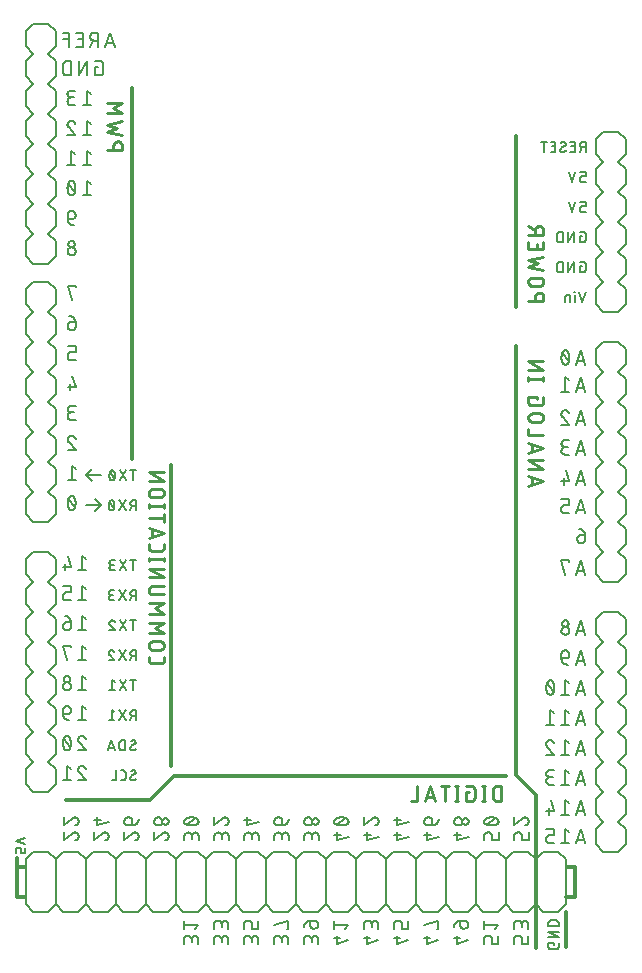
<source format=gbr>
G04 EAGLE Gerber RS-274X export*
G75*
%MOMM*%
%FSLAX34Y34*%
%LPD*%
%INSilkscreen Bottom*%
%IPPOS*%
%AMOC8*
5,1,8,0,0,1.08239X$1,22.5*%
G01*
%ADD10C,0.203200*%
%ADD11C,0.152400*%
%ADD12C,0.304800*%
%ADD13C,0.228600*%
%ADD14C,0.127000*%


D10*
X788200Y207750D02*
X788200Y195050D01*
X794550Y188700D01*
X807250Y188700D02*
X813600Y195050D01*
X788200Y233150D02*
X794550Y239500D01*
X788200Y233150D02*
X788200Y220450D01*
X794550Y214100D01*
X807250Y214100D02*
X813600Y220450D01*
X813600Y233150D01*
X807250Y239500D01*
X794550Y214100D02*
X788200Y207750D01*
X807250Y214100D02*
X813600Y207750D01*
X813600Y195050D01*
X788200Y271250D02*
X788200Y283950D01*
X788200Y271250D02*
X794550Y264900D01*
X807250Y264900D02*
X813600Y271250D01*
X794550Y264900D02*
X788200Y258550D01*
X788200Y245850D01*
X794550Y239500D01*
X807250Y239500D02*
X813600Y245850D01*
X813600Y258550D01*
X807250Y264900D01*
X788200Y309350D02*
X794550Y315700D01*
X788200Y309350D02*
X788200Y296650D01*
X794550Y290300D01*
X807250Y290300D02*
X813600Y296650D01*
X813600Y309350D01*
X807250Y315700D01*
X794550Y290300D02*
X788200Y283950D01*
X807250Y290300D02*
X813600Y283950D01*
X813600Y271250D01*
X788200Y347450D02*
X788200Y360150D01*
X788200Y347450D02*
X794550Y341100D01*
X807250Y341100D02*
X813600Y347450D01*
X794550Y341100D02*
X788200Y334750D01*
X788200Y322050D01*
X794550Y315700D01*
X807250Y315700D02*
X813600Y322050D01*
X813600Y334750D01*
X807250Y341100D01*
X807250Y366500D02*
X794550Y366500D01*
X788200Y360150D01*
X807250Y366500D02*
X813600Y360150D01*
X813600Y347450D01*
X788200Y182350D02*
X788200Y169650D01*
X794550Y163300D01*
X807250Y163300D01*
X813600Y169650D01*
X794550Y188700D02*
X788200Y182350D01*
X807250Y188700D02*
X813600Y182350D01*
X813600Y169650D01*
X305600Y245850D02*
X305600Y258550D01*
X305600Y245850D02*
X311950Y239500D01*
X324650Y239500D02*
X331000Y245850D01*
X305600Y283950D02*
X311950Y290300D01*
X305600Y283950D02*
X305600Y271250D01*
X311950Y264900D01*
X324650Y264900D02*
X331000Y271250D01*
X331000Y283950D01*
X324650Y290300D01*
X311950Y264900D02*
X305600Y258550D01*
X324650Y264900D02*
X331000Y258550D01*
X331000Y245850D01*
X305600Y322050D02*
X305600Y334750D01*
X305600Y322050D02*
X311950Y315700D01*
X324650Y315700D02*
X331000Y322050D01*
X311950Y315700D02*
X305600Y309350D01*
X305600Y296650D01*
X311950Y290300D01*
X324650Y290300D02*
X331000Y296650D01*
X331000Y309350D01*
X324650Y315700D01*
X305600Y360150D02*
X311950Y366500D01*
X305600Y360150D02*
X305600Y347450D01*
X311950Y341100D01*
X324650Y341100D02*
X331000Y347450D01*
X331000Y360150D01*
X324650Y366500D01*
X311950Y341100D02*
X305600Y334750D01*
X324650Y341100D02*
X331000Y334750D01*
X331000Y322050D01*
X305600Y398250D02*
X305600Y410950D01*
X305600Y398250D02*
X311950Y391900D01*
X324650Y391900D02*
X331000Y398250D01*
X311950Y391900D02*
X305600Y385550D01*
X305600Y372850D01*
X311950Y366500D01*
X324650Y366500D02*
X331000Y372850D01*
X331000Y385550D01*
X324650Y391900D01*
X324650Y417300D02*
X311950Y417300D01*
X305600Y410950D01*
X324650Y417300D02*
X331000Y410950D01*
X331000Y398250D01*
X305600Y233150D02*
X305600Y220450D01*
X311950Y214100D01*
X324650Y214100D01*
X331000Y220450D01*
X311950Y239500D02*
X305600Y233150D01*
X324650Y239500D02*
X331000Y233150D01*
X331000Y220450D01*
X788200Y423650D02*
X788200Y436350D01*
X788200Y423650D02*
X794550Y417300D01*
X807250Y417300D02*
X813600Y423650D01*
X788200Y461750D02*
X794550Y468100D01*
X788200Y461750D02*
X788200Y449050D01*
X794550Y442700D01*
X807250Y442700D02*
X813600Y449050D01*
X813600Y461750D01*
X807250Y468100D01*
X794550Y442700D02*
X788200Y436350D01*
X807250Y442700D02*
X813600Y436350D01*
X813600Y423650D01*
X788200Y499850D02*
X788200Y512550D01*
X788200Y499850D02*
X794550Y493500D01*
X807250Y493500D02*
X813600Y499850D01*
X794550Y493500D02*
X788200Y487150D01*
X788200Y474450D01*
X794550Y468100D01*
X807250Y468100D02*
X813600Y474450D01*
X813600Y487150D01*
X807250Y493500D01*
X788200Y537950D02*
X794550Y544300D01*
X788200Y537950D02*
X788200Y525250D01*
X794550Y518900D01*
X807250Y518900D02*
X813600Y525250D01*
X813600Y537950D01*
X807250Y544300D01*
X794550Y518900D02*
X788200Y512550D01*
X807250Y518900D02*
X813600Y512550D01*
X813600Y499850D01*
X788200Y576050D02*
X788200Y588750D01*
X788200Y576050D02*
X794550Y569700D01*
X807250Y569700D02*
X813600Y576050D01*
X794550Y569700D02*
X788200Y563350D01*
X788200Y550650D01*
X794550Y544300D01*
X807250Y544300D02*
X813600Y550650D01*
X813600Y563350D01*
X807250Y569700D01*
X807250Y595100D02*
X794550Y595100D01*
X788200Y588750D01*
X807250Y595100D02*
X813600Y588750D01*
X813600Y576050D01*
X788200Y410950D02*
X788200Y398250D01*
X794550Y391900D01*
X807250Y391900D01*
X813600Y398250D01*
X794550Y417300D02*
X788200Y410950D01*
X807250Y417300D02*
X813600Y410950D01*
X813600Y398250D01*
X305600Y474450D02*
X305600Y487150D01*
X305600Y474450D02*
X311950Y468100D01*
X324650Y468100D02*
X331000Y474450D01*
X305600Y512550D02*
X311950Y518900D01*
X305600Y512550D02*
X305600Y499850D01*
X311950Y493500D01*
X324650Y493500D02*
X331000Y499850D01*
X331000Y512550D01*
X324650Y518900D01*
X311950Y493500D02*
X305600Y487150D01*
X324650Y493500D02*
X331000Y487150D01*
X331000Y474450D01*
X305600Y550650D02*
X305600Y563350D01*
X305600Y550650D02*
X311950Y544300D01*
X324650Y544300D02*
X331000Y550650D01*
X311950Y544300D02*
X305600Y537950D01*
X305600Y525250D01*
X311950Y518900D01*
X324650Y518900D02*
X331000Y525250D01*
X331000Y537950D01*
X324650Y544300D01*
X305600Y588750D02*
X311950Y595100D01*
X305600Y588750D02*
X305600Y576050D01*
X311950Y569700D01*
X324650Y569700D02*
X331000Y576050D01*
X331000Y588750D01*
X324650Y595100D01*
X311950Y569700D02*
X305600Y563350D01*
X324650Y569700D02*
X331000Y563350D01*
X331000Y550650D01*
X305600Y626850D02*
X305600Y639550D01*
X305600Y626850D02*
X311950Y620500D01*
X324650Y620500D02*
X331000Y626850D01*
X311950Y620500D02*
X305600Y614150D01*
X305600Y601450D01*
X311950Y595100D01*
X324650Y595100D02*
X331000Y601450D01*
X331000Y614150D01*
X324650Y620500D01*
X324650Y645900D02*
X311950Y645900D01*
X305600Y639550D01*
X324650Y645900D02*
X331000Y639550D01*
X331000Y626850D01*
X305600Y461750D02*
X305600Y449050D01*
X311950Y442700D01*
X324650Y442700D01*
X331000Y449050D01*
X311950Y468100D02*
X305600Y461750D01*
X324650Y468100D02*
X331000Y461750D01*
X331000Y449050D01*
X305600Y692890D02*
X305600Y705590D01*
X305600Y692890D02*
X311950Y686540D01*
X324650Y686540D02*
X331000Y692890D01*
X305600Y730990D02*
X311950Y737340D01*
X305600Y730990D02*
X305600Y718290D01*
X311950Y711940D01*
X324650Y711940D02*
X331000Y718290D01*
X331000Y730990D01*
X324650Y737340D01*
X311950Y711940D02*
X305600Y705590D01*
X324650Y711940D02*
X331000Y705590D01*
X331000Y692890D01*
X305600Y769090D02*
X305600Y781790D01*
X305600Y769090D02*
X311950Y762740D01*
X324650Y762740D02*
X331000Y769090D01*
X311950Y762740D02*
X305600Y756390D01*
X305600Y743690D01*
X311950Y737340D01*
X324650Y737340D02*
X331000Y743690D01*
X331000Y756390D01*
X324650Y762740D01*
X305600Y807190D02*
X311950Y813540D01*
X305600Y807190D02*
X305600Y794490D01*
X311950Y788140D01*
X324650Y788140D02*
X331000Y794490D01*
X331000Y807190D01*
X324650Y813540D01*
X311950Y788140D02*
X305600Y781790D01*
X324650Y788140D02*
X331000Y781790D01*
X331000Y769090D01*
X305600Y845290D02*
X305600Y857990D01*
X305600Y845290D02*
X311950Y838940D01*
X324650Y838940D02*
X331000Y845290D01*
X311950Y838940D02*
X305600Y832590D01*
X305600Y819890D01*
X311950Y813540D01*
X324650Y813540D02*
X331000Y819890D01*
X331000Y832590D01*
X324650Y838940D01*
X324650Y864340D02*
X311950Y864340D01*
X305600Y857990D01*
X324650Y864340D02*
X331000Y857990D01*
X331000Y845290D01*
X305600Y680190D02*
X305600Y667490D01*
X311950Y661140D01*
X324650Y661140D01*
X331000Y667490D01*
X311950Y686540D02*
X305600Y680190D01*
X324650Y686540D02*
X331000Y680190D01*
X331000Y667490D01*
D11*
X534200Y118850D02*
X527850Y112500D01*
X515150Y112500D02*
X508800Y118850D01*
X502450Y112500D01*
X489750Y112500D02*
X483400Y118850D01*
X477050Y112500D01*
X464350Y112500D02*
X458000Y118850D01*
X451650Y112500D01*
X438950Y112500D02*
X432600Y118850D01*
X426250Y112500D01*
X413550Y112500D02*
X407200Y118850D01*
X400850Y112500D01*
X388150Y112500D02*
X381800Y118850D01*
X527850Y163300D02*
X534200Y156950D01*
X527850Y163300D02*
X515150Y163300D01*
X508800Y156950D01*
X502450Y163300D01*
X489750Y163300D01*
X483400Y156950D01*
X477050Y163300D01*
X464350Y163300D01*
X458000Y156950D01*
X451650Y163300D01*
X438950Y163300D01*
X432600Y156950D01*
X426250Y163300D01*
X413550Y163300D01*
X407200Y156950D01*
X400850Y163300D01*
X388150Y163300D01*
X381800Y156950D01*
X375450Y163300D01*
X362750Y163300D01*
X356400Y156950D01*
X350050Y163300D01*
X337350Y163300D01*
X331000Y156950D01*
X331000Y118850D02*
X337350Y112500D01*
X350050Y112500D02*
X356400Y118850D01*
X362750Y112500D01*
X375450Y112500D02*
X381800Y118850D01*
X508800Y118850D02*
X508800Y156950D01*
X483400Y156950D02*
X483400Y118850D01*
X458000Y118850D02*
X458000Y156950D01*
X432600Y156950D02*
X432600Y118850D01*
X407200Y118850D02*
X407200Y156950D01*
X381800Y156950D02*
X381800Y118850D01*
X356400Y118850D02*
X356400Y156950D01*
X350050Y112500D02*
X337350Y112500D01*
X362750Y112500D02*
X375450Y112500D01*
X388150Y112500D02*
X400850Y112500D01*
X413550Y112500D02*
X426250Y112500D01*
X438950Y112500D02*
X451650Y112500D01*
X464350Y112500D02*
X477050Y112500D01*
X489750Y112500D02*
X502450Y112500D01*
X515150Y112500D02*
X527850Y112500D01*
X731050Y112500D02*
X737400Y118850D01*
X718350Y112500D02*
X712000Y118850D01*
X705650Y112500D01*
X692950Y112500D02*
X686600Y118850D01*
X680250Y112500D01*
X667550Y112500D02*
X661200Y118850D01*
X654850Y112500D01*
X642150Y112500D02*
X635800Y118850D01*
X629450Y112500D01*
X616750Y112500D02*
X610400Y118850D01*
X604050Y112500D01*
X591350Y112500D02*
X585000Y118850D01*
X731050Y163300D02*
X737400Y156950D01*
X731050Y163300D02*
X718350Y163300D01*
X712000Y156950D01*
X705650Y163300D01*
X692950Y163300D01*
X686600Y156950D01*
X680250Y163300D01*
X667550Y163300D01*
X661200Y156950D01*
X654850Y163300D01*
X642150Y163300D01*
X635800Y156950D01*
X629450Y163300D01*
X616750Y163300D01*
X610400Y156950D01*
X604050Y163300D01*
X591350Y163300D01*
X585000Y156950D01*
X578650Y163300D01*
X565950Y163300D01*
X559600Y156950D01*
X553250Y163300D01*
X540550Y163300D01*
X534200Y156950D01*
X534200Y118850D02*
X540550Y112500D01*
X553250Y112500D02*
X559600Y118850D01*
X565950Y112500D01*
X578650Y112500D02*
X585000Y118850D01*
X712000Y118850D02*
X712000Y156950D01*
X686600Y156950D02*
X686600Y118850D01*
X661200Y118850D02*
X661200Y156950D01*
X635800Y156950D02*
X635800Y118850D01*
X610400Y118850D02*
X610400Y156950D01*
X585000Y156950D02*
X585000Y118850D01*
X559600Y118850D02*
X559600Y156950D01*
X534200Y156950D02*
X534200Y118850D01*
X540550Y112500D02*
X553250Y112500D01*
X565950Y112500D02*
X578650Y112500D01*
X591350Y112500D02*
X604050Y112500D01*
X616750Y112500D02*
X629450Y112500D01*
X642150Y112500D02*
X654850Y112500D01*
X667550Y112500D02*
X680250Y112500D01*
X692950Y112500D02*
X705650Y112500D01*
X718350Y112500D02*
X731050Y112500D01*
D10*
X737400Y118850D02*
X743750Y112500D01*
X756450Y112500D02*
X762800Y118850D01*
X756450Y163300D02*
X743750Y163300D01*
X737400Y156950D01*
X756450Y163300D02*
X762800Y156950D01*
X756450Y112500D02*
X743750Y112500D01*
X737400Y118850D02*
X737400Y156950D01*
X762800Y156950D02*
X762800Y118850D01*
X311950Y112500D02*
X305600Y118850D01*
X324650Y112500D02*
X331000Y118850D01*
X324650Y163300D02*
X311950Y163300D01*
X305600Y156950D01*
X324650Y163300D02*
X331000Y156950D01*
X324650Y112500D02*
X311950Y112500D01*
X305600Y118850D02*
X305600Y156950D01*
X331000Y156950D02*
X331000Y118850D01*
D12*
X395770Y496040D02*
X395770Y809730D01*
X428790Y490960D02*
X428790Y235690D01*
X430822Y227816D02*
X712000Y227816D01*
X410502Y207496D02*
X339890Y207496D01*
X304838Y150600D02*
X298488Y150600D01*
X298488Y125200D01*
X305092Y125200D01*
X763562Y150600D02*
X770928Y150600D01*
X770928Y125200D01*
X763308Y125200D01*
X720636Y228070D02*
X720636Y591290D01*
X720636Y228070D02*
X737654Y211052D01*
X737654Y82274D01*
X430822Y227816D02*
X410502Y207496D01*
X762800Y112500D02*
X762800Y82528D01*
D10*
X369100Y482070D02*
X356400Y482070D01*
X361480Y487150D01*
X356400Y482070D02*
X361480Y476990D01*
X356400Y456670D02*
X369100Y456670D01*
X364020Y451590D01*
X369100Y456670D02*
X364020Y461750D01*
D12*
X720636Y624310D02*
X720636Y769090D01*
D10*
X794550Y645900D02*
X788200Y639550D01*
X788200Y626850D01*
X794550Y620500D01*
X807250Y620500D02*
X813600Y626850D01*
X813600Y639550D01*
X807250Y645900D01*
X788200Y677650D02*
X788200Y690350D01*
X788200Y677650D02*
X794550Y671300D01*
X807250Y671300D02*
X813600Y677650D01*
X794550Y671300D02*
X788200Y664950D01*
X788200Y652250D01*
X794550Y645900D01*
X807250Y645900D02*
X813600Y652250D01*
X813600Y664950D01*
X807250Y671300D01*
X788200Y715750D02*
X794550Y722100D01*
X788200Y715750D02*
X788200Y703050D01*
X794550Y696700D01*
X807250Y696700D02*
X813600Y703050D01*
X813600Y715750D01*
X807250Y722100D01*
X794550Y696700D02*
X788200Y690350D01*
X807250Y696700D02*
X813600Y690350D01*
X813600Y677650D01*
X788200Y753850D02*
X788200Y766550D01*
X788200Y753850D02*
X794550Y747500D01*
X807250Y747500D02*
X813600Y753850D01*
X794550Y747500D02*
X788200Y741150D01*
X788200Y728450D01*
X794550Y722100D01*
X807250Y722100D02*
X813600Y728450D01*
X813600Y741150D01*
X807250Y747500D01*
X807250Y772900D02*
X794550Y772900D01*
X788200Y766550D01*
X807250Y772900D02*
X813600Y766550D01*
X813600Y753850D01*
X807250Y620500D02*
X794550Y620500D01*
D12*
X298488Y158220D02*
X298488Y150600D01*
D10*
X347764Y458702D02*
X347761Y458942D01*
X347753Y459182D01*
X347738Y459421D01*
X347718Y459660D01*
X347693Y459898D01*
X347661Y460136D01*
X347624Y460373D01*
X347581Y460609D01*
X347533Y460844D01*
X347479Y461078D01*
X347420Y461310D01*
X347355Y461541D01*
X347284Y461770D01*
X347208Y461998D01*
X347127Y462223D01*
X347040Y462447D01*
X346948Y462669D01*
X346851Y462888D01*
X346748Y463105D01*
X346714Y463196D01*
X346677Y463286D01*
X346637Y463374D01*
X346594Y463461D01*
X346547Y463546D01*
X346496Y463629D01*
X346443Y463710D01*
X346386Y463789D01*
X346327Y463866D01*
X346264Y463941D01*
X346199Y464012D01*
X346131Y464082D01*
X346060Y464148D01*
X345987Y464212D01*
X345912Y464273D01*
X345834Y464331D01*
X345753Y464386D01*
X345671Y464438D01*
X345587Y464486D01*
X345501Y464532D01*
X345414Y464574D01*
X345324Y464612D01*
X345234Y464647D01*
X345142Y464678D01*
X345049Y464706D01*
X344955Y464731D01*
X344860Y464751D01*
X344764Y464768D01*
X344668Y464781D01*
X344571Y464790D01*
X344474Y464796D01*
X344377Y464798D01*
X344280Y464796D01*
X344183Y464790D01*
X344086Y464781D01*
X343990Y464768D01*
X343894Y464751D01*
X343799Y464731D01*
X343705Y464706D01*
X343612Y464678D01*
X343520Y464647D01*
X343430Y464612D01*
X343340Y464574D01*
X343253Y464532D01*
X343167Y464486D01*
X343083Y464438D01*
X343001Y464386D01*
X342920Y464331D01*
X342842Y464273D01*
X342767Y464212D01*
X342694Y464148D01*
X342623Y464082D01*
X342555Y464012D01*
X342490Y463941D01*
X342427Y463866D01*
X342368Y463789D01*
X342311Y463710D01*
X342258Y463629D01*
X342207Y463546D01*
X342160Y463461D01*
X342117Y463374D01*
X342077Y463286D01*
X342040Y463196D01*
X342006Y463105D01*
X342007Y463105D02*
X341904Y462888D01*
X341807Y462669D01*
X341715Y462447D01*
X341628Y462223D01*
X341547Y461998D01*
X341471Y461770D01*
X341400Y461541D01*
X341335Y461310D01*
X341276Y461078D01*
X341222Y460844D01*
X341174Y460609D01*
X341131Y460373D01*
X341094Y460136D01*
X341062Y459898D01*
X341037Y459660D01*
X341017Y459421D01*
X341002Y459182D01*
X340994Y458942D01*
X340991Y458702D01*
X347764Y458702D02*
X347761Y458462D01*
X347753Y458222D01*
X347738Y457983D01*
X347718Y457744D01*
X347693Y457506D01*
X347661Y457268D01*
X347624Y457031D01*
X347581Y456795D01*
X347533Y456560D01*
X347479Y456326D01*
X347420Y456094D01*
X347355Y455863D01*
X347284Y455634D01*
X347208Y455406D01*
X347127Y455181D01*
X347040Y454957D01*
X346948Y454735D01*
X346851Y454516D01*
X346748Y454299D01*
X346714Y454208D01*
X346677Y454118D01*
X346637Y454030D01*
X346594Y453943D01*
X346547Y453858D01*
X346496Y453775D01*
X346443Y453694D01*
X346386Y453615D01*
X346327Y453538D01*
X346264Y453463D01*
X346199Y453392D01*
X346131Y453322D01*
X346060Y453256D01*
X345987Y453192D01*
X345912Y453131D01*
X345834Y453073D01*
X345753Y453018D01*
X345671Y452966D01*
X345587Y452918D01*
X345501Y452872D01*
X345414Y452830D01*
X345324Y452792D01*
X345234Y452757D01*
X345142Y452726D01*
X345049Y452698D01*
X344955Y452673D01*
X344860Y452653D01*
X344764Y452636D01*
X344668Y452623D01*
X344571Y452614D01*
X344474Y452608D01*
X344377Y452606D01*
X342007Y454299D02*
X341904Y454516D01*
X341807Y454735D01*
X341715Y454957D01*
X341628Y455181D01*
X341547Y455406D01*
X341471Y455634D01*
X341400Y455863D01*
X341335Y456094D01*
X341276Y456326D01*
X341222Y456560D01*
X341174Y456795D01*
X341131Y457031D01*
X341094Y457268D01*
X341062Y457506D01*
X341037Y457744D01*
X341017Y457983D01*
X341002Y458222D01*
X340994Y458462D01*
X340991Y458702D01*
X342006Y454299D02*
X342040Y454208D01*
X342077Y454118D01*
X342117Y454030D01*
X342160Y453943D01*
X342207Y453858D01*
X342258Y453775D01*
X342311Y453694D01*
X342368Y453615D01*
X342427Y453538D01*
X342490Y453463D01*
X342555Y453392D01*
X342623Y453322D01*
X342694Y453256D01*
X342767Y453192D01*
X342842Y453131D01*
X342920Y453073D01*
X343001Y453018D01*
X343083Y452966D01*
X343167Y452918D01*
X343253Y452872D01*
X343340Y452830D01*
X343430Y452792D01*
X343520Y452757D01*
X343612Y452726D01*
X343705Y452698D01*
X343799Y452673D01*
X343894Y452653D01*
X343990Y452636D01*
X344086Y452623D01*
X344183Y452614D01*
X344280Y452608D01*
X344377Y452606D01*
X347087Y455315D02*
X341668Y462089D01*
X347764Y487489D02*
X344377Y490198D01*
X344377Y478006D01*
X340991Y478006D02*
X347764Y478006D01*
X340991Y512550D02*
X340993Y512659D01*
X340999Y512767D01*
X341008Y512876D01*
X341022Y512984D01*
X341039Y513091D01*
X341061Y513198D01*
X341086Y513304D01*
X341114Y513409D01*
X341147Y513513D01*
X341183Y513615D01*
X341223Y513716D01*
X341266Y513816D01*
X341313Y513914D01*
X341364Y514011D01*
X341418Y514105D01*
X341475Y514198D01*
X341535Y514288D01*
X341599Y514377D01*
X341666Y514463D01*
X341735Y514546D01*
X341808Y514627D01*
X341884Y514705D01*
X341962Y514781D01*
X342043Y514854D01*
X342126Y514923D01*
X342212Y514990D01*
X342301Y515054D01*
X342391Y515114D01*
X342484Y515171D01*
X342578Y515225D01*
X342675Y515276D01*
X342773Y515323D01*
X342873Y515366D01*
X342974Y515406D01*
X343076Y515442D01*
X343180Y515475D01*
X343285Y515503D01*
X343391Y515528D01*
X343498Y515550D01*
X343605Y515567D01*
X343713Y515581D01*
X343822Y515590D01*
X343930Y515596D01*
X344039Y515598D01*
X344162Y515596D01*
X344285Y515590D01*
X344408Y515581D01*
X344530Y515567D01*
X344652Y515550D01*
X344773Y515529D01*
X344894Y515504D01*
X345014Y515475D01*
X345132Y515442D01*
X345250Y515406D01*
X345366Y515366D01*
X345482Y515323D01*
X345595Y515275D01*
X345708Y515225D01*
X345818Y515171D01*
X345927Y515113D01*
X346034Y515052D01*
X346139Y514987D01*
X346242Y514920D01*
X346342Y514849D01*
X346441Y514775D01*
X346537Y514698D01*
X346630Y514618D01*
X346721Y514535D01*
X346810Y514449D01*
X346895Y514361D01*
X346978Y514270D01*
X347058Y514176D01*
X347135Y514080D01*
X347209Y513981D01*
X347279Y513881D01*
X347347Y513778D01*
X347411Y513673D01*
X347472Y513566D01*
X347530Y513457D01*
X347584Y513346D01*
X347634Y513234D01*
X347681Y513120D01*
X347725Y513005D01*
X347764Y512889D01*
X342007Y510179D02*
X341928Y510257D01*
X341852Y510337D01*
X341779Y510419D01*
X341709Y510505D01*
X341641Y510592D01*
X341576Y510682D01*
X341515Y510773D01*
X341457Y510867D01*
X341401Y510963D01*
X341350Y511060D01*
X341301Y511160D01*
X341256Y511260D01*
X341214Y511363D01*
X341176Y511466D01*
X341141Y511571D01*
X341110Y511677D01*
X341082Y511784D01*
X341058Y511892D01*
X341037Y512000D01*
X341021Y512109D01*
X341008Y512219D01*
X340998Y512329D01*
X340993Y512440D01*
X340991Y512550D01*
X342007Y510179D02*
X347764Y503406D01*
X340991Y503406D01*
X344377Y528806D02*
X347764Y528806D01*
X344377Y528806D02*
X344261Y528808D01*
X344146Y528814D01*
X344031Y528824D01*
X343916Y528838D01*
X343802Y528855D01*
X343688Y528877D01*
X343575Y528902D01*
X343463Y528932D01*
X343352Y528965D01*
X343243Y529002D01*
X343134Y529042D01*
X343028Y529086D01*
X342922Y529134D01*
X342819Y529186D01*
X342717Y529241D01*
X342617Y529299D01*
X342519Y529361D01*
X342424Y529426D01*
X342330Y529494D01*
X342240Y529566D01*
X342151Y529640D01*
X342065Y529718D01*
X341982Y529798D01*
X341902Y529881D01*
X341824Y529967D01*
X341750Y530056D01*
X341678Y530146D01*
X341610Y530240D01*
X341545Y530335D01*
X341483Y530433D01*
X341425Y530533D01*
X341370Y530635D01*
X341318Y530738D01*
X341270Y530844D01*
X341226Y530950D01*
X341186Y531059D01*
X341149Y531168D01*
X341116Y531279D01*
X341086Y531391D01*
X341061Y531504D01*
X341039Y531618D01*
X341022Y531732D01*
X341008Y531847D01*
X340998Y531962D01*
X340992Y532077D01*
X340990Y532193D01*
X340992Y532309D01*
X340998Y532424D01*
X341008Y532539D01*
X341022Y532654D01*
X341039Y532768D01*
X341061Y532882D01*
X341086Y532995D01*
X341116Y533107D01*
X341149Y533218D01*
X341186Y533327D01*
X341226Y533436D01*
X341270Y533542D01*
X341318Y533648D01*
X341370Y533751D01*
X341425Y533853D01*
X341483Y533953D01*
X341545Y534051D01*
X341610Y534146D01*
X341678Y534240D01*
X341750Y534330D01*
X341824Y534419D01*
X341902Y534505D01*
X341982Y534588D01*
X342065Y534668D01*
X342151Y534746D01*
X342240Y534820D01*
X342330Y534892D01*
X342424Y534960D01*
X342519Y535025D01*
X342617Y535087D01*
X342717Y535145D01*
X342819Y535200D01*
X342922Y535252D01*
X343028Y535300D01*
X343134Y535344D01*
X343243Y535384D01*
X343352Y535421D01*
X343463Y535454D01*
X343575Y535484D01*
X343688Y535509D01*
X343802Y535531D01*
X343916Y535548D01*
X344031Y535562D01*
X344146Y535572D01*
X344261Y535578D01*
X344377Y535580D01*
X343700Y540998D02*
X347764Y540998D01*
X343700Y540998D02*
X343597Y540996D01*
X343495Y540990D01*
X343393Y540981D01*
X343291Y540967D01*
X343190Y540950D01*
X343090Y540928D01*
X342991Y540903D01*
X342892Y540875D01*
X342795Y540842D01*
X342699Y540806D01*
X342604Y540767D01*
X342511Y540723D01*
X342420Y540677D01*
X342331Y540626D01*
X342243Y540573D01*
X342158Y540516D01*
X342075Y540456D01*
X341994Y540393D01*
X341915Y540327D01*
X341840Y540258D01*
X341766Y540186D01*
X341696Y540112D01*
X341628Y540035D01*
X341564Y539955D01*
X341502Y539873D01*
X341444Y539789D01*
X341389Y539702D01*
X341337Y539614D01*
X341289Y539523D01*
X341244Y539431D01*
X341202Y539338D01*
X341164Y539242D01*
X341130Y539146D01*
X341099Y539048D01*
X341073Y538949D01*
X341049Y538849D01*
X341030Y538748D01*
X341015Y538647D01*
X341003Y538545D01*
X340995Y538443D01*
X340991Y538340D01*
X340991Y538238D01*
X340995Y538135D01*
X341003Y538033D01*
X341015Y537931D01*
X341030Y537830D01*
X341049Y537729D01*
X341073Y537629D01*
X341099Y537530D01*
X341130Y537432D01*
X341164Y537336D01*
X341202Y537240D01*
X341244Y537147D01*
X341289Y537055D01*
X341337Y536964D01*
X341389Y536876D01*
X341444Y536789D01*
X341502Y536705D01*
X341564Y536623D01*
X341628Y536543D01*
X341696Y536466D01*
X341766Y536392D01*
X341840Y536320D01*
X341915Y536251D01*
X341994Y536185D01*
X342075Y536122D01*
X342158Y536062D01*
X342243Y536005D01*
X342331Y535952D01*
X342420Y535901D01*
X342511Y535855D01*
X342604Y535811D01*
X342699Y535772D01*
X342795Y535736D01*
X342892Y535703D01*
X342991Y535675D01*
X343090Y535650D01*
X343190Y535628D01*
X343291Y535611D01*
X343393Y535597D01*
X343495Y535588D01*
X343597Y535582D01*
X343700Y535580D01*
X343700Y535579D02*
X346409Y535579D01*
X347764Y556915D02*
X345055Y566398D01*
X347764Y556915D02*
X340991Y556915D01*
X343023Y554206D02*
X343023Y559625D01*
X343700Y579606D02*
X347764Y579606D01*
X343700Y579606D02*
X343599Y579608D01*
X343498Y579614D01*
X343397Y579623D01*
X343296Y579636D01*
X343196Y579653D01*
X343097Y579674D01*
X342999Y579698D01*
X342902Y579726D01*
X342805Y579758D01*
X342710Y579793D01*
X342617Y579832D01*
X342525Y579874D01*
X342434Y579920D01*
X342346Y579969D01*
X342259Y580021D01*
X342174Y580077D01*
X342091Y580135D01*
X342011Y580197D01*
X341933Y580262D01*
X341857Y580329D01*
X341784Y580399D01*
X341714Y580472D01*
X341647Y580548D01*
X341582Y580626D01*
X341520Y580706D01*
X341462Y580789D01*
X341406Y580874D01*
X341354Y580961D01*
X341305Y581049D01*
X341259Y581140D01*
X341217Y581232D01*
X341178Y581325D01*
X341143Y581420D01*
X341111Y581517D01*
X341083Y581614D01*
X341059Y581712D01*
X341038Y581811D01*
X341021Y581911D01*
X341008Y582012D01*
X340999Y582113D01*
X340993Y582214D01*
X340991Y582315D01*
X340991Y583670D01*
X340993Y583771D01*
X340999Y583872D01*
X341008Y583973D01*
X341021Y584074D01*
X341038Y584174D01*
X341059Y584273D01*
X341083Y584371D01*
X341111Y584468D01*
X341143Y584565D01*
X341178Y584660D01*
X341217Y584753D01*
X341259Y584845D01*
X341305Y584936D01*
X341354Y585025D01*
X341406Y585111D01*
X341462Y585196D01*
X341520Y585279D01*
X341582Y585359D01*
X341647Y585437D01*
X341714Y585513D01*
X341784Y585586D01*
X341857Y585656D01*
X341933Y585723D01*
X342011Y585788D01*
X342091Y585850D01*
X342174Y585908D01*
X342259Y585964D01*
X342346Y586016D01*
X342434Y586065D01*
X342525Y586111D01*
X342617Y586153D01*
X342710Y586192D01*
X342805Y586227D01*
X342902Y586259D01*
X342999Y586287D01*
X343097Y586311D01*
X343196Y586332D01*
X343296Y586349D01*
X343397Y586362D01*
X343498Y586371D01*
X343599Y586377D01*
X343700Y586379D01*
X347764Y586379D01*
X347764Y591798D01*
X340991Y591798D01*
X343700Y611779D02*
X347764Y611779D01*
X343700Y611779D02*
X343599Y611777D01*
X343498Y611771D01*
X343397Y611762D01*
X343296Y611749D01*
X343196Y611732D01*
X343097Y611711D01*
X342999Y611687D01*
X342902Y611659D01*
X342805Y611627D01*
X342710Y611592D01*
X342617Y611553D01*
X342525Y611511D01*
X342434Y611465D01*
X342346Y611416D01*
X342259Y611364D01*
X342174Y611308D01*
X342091Y611250D01*
X342011Y611188D01*
X341933Y611123D01*
X341857Y611056D01*
X341784Y610986D01*
X341714Y610913D01*
X341647Y610837D01*
X341582Y610759D01*
X341520Y610679D01*
X341462Y610596D01*
X341406Y610511D01*
X341354Y610425D01*
X341305Y610336D01*
X341259Y610245D01*
X341217Y610153D01*
X341178Y610060D01*
X341143Y609965D01*
X341111Y609868D01*
X341083Y609771D01*
X341059Y609673D01*
X341038Y609574D01*
X341021Y609474D01*
X341008Y609373D01*
X340999Y609272D01*
X340993Y609171D01*
X340991Y609070D01*
X340991Y608393D01*
X340990Y608393D02*
X340992Y608277D01*
X340998Y608162D01*
X341008Y608047D01*
X341022Y607932D01*
X341039Y607818D01*
X341061Y607704D01*
X341086Y607591D01*
X341116Y607479D01*
X341149Y607368D01*
X341186Y607259D01*
X341226Y607150D01*
X341270Y607044D01*
X341318Y606938D01*
X341370Y606835D01*
X341425Y606733D01*
X341483Y606633D01*
X341545Y606535D01*
X341610Y606440D01*
X341678Y606346D01*
X341750Y606256D01*
X341824Y606167D01*
X341902Y606081D01*
X341982Y605998D01*
X342065Y605918D01*
X342151Y605840D01*
X342240Y605766D01*
X342330Y605694D01*
X342424Y605626D01*
X342519Y605561D01*
X342617Y605499D01*
X342717Y605441D01*
X342819Y605386D01*
X342922Y605334D01*
X343028Y605286D01*
X343134Y605242D01*
X343243Y605202D01*
X343352Y605165D01*
X343463Y605132D01*
X343575Y605102D01*
X343688Y605077D01*
X343802Y605055D01*
X343916Y605038D01*
X344031Y605024D01*
X344146Y605014D01*
X344261Y605008D01*
X344377Y605006D01*
X344493Y605008D01*
X344608Y605014D01*
X344723Y605024D01*
X344838Y605038D01*
X344952Y605055D01*
X345066Y605077D01*
X345179Y605102D01*
X345291Y605132D01*
X345402Y605165D01*
X345511Y605202D01*
X345620Y605242D01*
X345726Y605286D01*
X345832Y605334D01*
X345935Y605386D01*
X346037Y605441D01*
X346137Y605499D01*
X346235Y605561D01*
X346330Y605626D01*
X346424Y605694D01*
X346514Y605766D01*
X346603Y605840D01*
X346689Y605918D01*
X346772Y605998D01*
X346852Y606081D01*
X346930Y606167D01*
X347004Y606256D01*
X347076Y606346D01*
X347144Y606440D01*
X347209Y606535D01*
X347271Y606633D01*
X347329Y606733D01*
X347384Y606835D01*
X347436Y606938D01*
X347484Y607044D01*
X347528Y607150D01*
X347568Y607259D01*
X347605Y607368D01*
X347638Y607479D01*
X347668Y607591D01*
X347693Y607704D01*
X347715Y607818D01*
X347732Y607932D01*
X347746Y608047D01*
X347756Y608162D01*
X347762Y608277D01*
X347764Y608393D01*
X347764Y611779D01*
X347762Y611926D01*
X347756Y612072D01*
X347746Y612219D01*
X347732Y612365D01*
X347714Y612511D01*
X347693Y612656D01*
X347667Y612800D01*
X347637Y612944D01*
X347604Y613087D01*
X347566Y613229D01*
X347525Y613370D01*
X347480Y613509D01*
X347432Y613648D01*
X347379Y613785D01*
X347323Y613920D01*
X347263Y614054D01*
X347200Y614187D01*
X347133Y614317D01*
X347062Y614446D01*
X346988Y614573D01*
X346911Y614697D01*
X346830Y614820D01*
X346746Y614940D01*
X346659Y615058D01*
X346569Y615174D01*
X346475Y615287D01*
X346379Y615398D01*
X346279Y615506D01*
X346177Y615611D01*
X346072Y615713D01*
X345964Y615813D01*
X345853Y615909D01*
X345740Y616003D01*
X345624Y616093D01*
X345506Y616180D01*
X345386Y616264D01*
X345264Y616345D01*
X345139Y616422D01*
X345012Y616496D01*
X344883Y616567D01*
X344753Y616634D01*
X344620Y616697D01*
X344486Y616757D01*
X344351Y616813D01*
X344214Y616866D01*
X344075Y616914D01*
X343936Y616959D01*
X343795Y617000D01*
X343653Y617038D01*
X343510Y617071D01*
X343366Y617101D01*
X343222Y617127D01*
X343077Y617148D01*
X342931Y617166D01*
X342785Y617180D01*
X342638Y617190D01*
X342492Y617196D01*
X342345Y617198D01*
X347764Y641243D02*
X347764Y642598D01*
X340991Y642598D01*
X344377Y630406D01*
X347764Y671893D02*
X347762Y672009D01*
X347756Y672124D01*
X347746Y672239D01*
X347732Y672354D01*
X347715Y672468D01*
X347693Y672582D01*
X347668Y672695D01*
X347638Y672807D01*
X347605Y672918D01*
X347568Y673027D01*
X347528Y673136D01*
X347484Y673242D01*
X347436Y673348D01*
X347384Y673451D01*
X347329Y673553D01*
X347271Y673653D01*
X347209Y673751D01*
X347144Y673846D01*
X347076Y673940D01*
X347004Y674030D01*
X346930Y674119D01*
X346852Y674205D01*
X346772Y674288D01*
X346689Y674368D01*
X346603Y674446D01*
X346514Y674520D01*
X346424Y674592D01*
X346330Y674660D01*
X346235Y674725D01*
X346137Y674787D01*
X346037Y674845D01*
X345935Y674900D01*
X345832Y674952D01*
X345726Y675000D01*
X345620Y675044D01*
X345511Y675084D01*
X345402Y675121D01*
X345291Y675154D01*
X345179Y675184D01*
X345066Y675209D01*
X344952Y675231D01*
X344838Y675248D01*
X344723Y675262D01*
X344608Y675272D01*
X344493Y675278D01*
X344377Y675280D01*
X344261Y675278D01*
X344146Y675272D01*
X344031Y675262D01*
X343916Y675248D01*
X343802Y675231D01*
X343688Y675209D01*
X343575Y675184D01*
X343463Y675154D01*
X343352Y675121D01*
X343243Y675084D01*
X343134Y675044D01*
X343028Y675000D01*
X342922Y674952D01*
X342819Y674900D01*
X342717Y674845D01*
X342617Y674787D01*
X342519Y674725D01*
X342424Y674660D01*
X342330Y674592D01*
X342240Y674520D01*
X342151Y674446D01*
X342065Y674368D01*
X341982Y674288D01*
X341902Y674205D01*
X341824Y674119D01*
X341750Y674030D01*
X341678Y673940D01*
X341610Y673846D01*
X341545Y673751D01*
X341483Y673653D01*
X341425Y673553D01*
X341370Y673451D01*
X341318Y673348D01*
X341270Y673242D01*
X341226Y673136D01*
X341186Y673027D01*
X341149Y672918D01*
X341116Y672807D01*
X341086Y672695D01*
X341061Y672582D01*
X341039Y672468D01*
X341022Y672354D01*
X341008Y672239D01*
X340998Y672124D01*
X340992Y672009D01*
X340990Y671893D01*
X340992Y671777D01*
X340998Y671662D01*
X341008Y671547D01*
X341022Y671432D01*
X341039Y671318D01*
X341061Y671204D01*
X341086Y671091D01*
X341116Y670979D01*
X341149Y670868D01*
X341186Y670759D01*
X341226Y670650D01*
X341270Y670544D01*
X341318Y670438D01*
X341370Y670335D01*
X341425Y670233D01*
X341483Y670133D01*
X341545Y670035D01*
X341610Y669940D01*
X341678Y669846D01*
X341750Y669756D01*
X341824Y669667D01*
X341902Y669581D01*
X341982Y669498D01*
X342065Y669418D01*
X342151Y669340D01*
X342240Y669266D01*
X342330Y669194D01*
X342424Y669126D01*
X342519Y669061D01*
X342617Y668999D01*
X342717Y668941D01*
X342819Y668886D01*
X342922Y668834D01*
X343028Y668786D01*
X343134Y668742D01*
X343243Y668702D01*
X343352Y668665D01*
X343463Y668632D01*
X343575Y668602D01*
X343688Y668577D01*
X343802Y668555D01*
X343916Y668538D01*
X344031Y668524D01*
X344146Y668514D01*
X344261Y668508D01*
X344377Y668506D01*
X344493Y668508D01*
X344608Y668514D01*
X344723Y668524D01*
X344838Y668538D01*
X344952Y668555D01*
X345066Y668577D01*
X345179Y668602D01*
X345291Y668632D01*
X345402Y668665D01*
X345511Y668702D01*
X345620Y668742D01*
X345726Y668786D01*
X345832Y668834D01*
X345935Y668886D01*
X346037Y668941D01*
X346137Y668999D01*
X346235Y669061D01*
X346330Y669126D01*
X346424Y669194D01*
X346514Y669266D01*
X346603Y669340D01*
X346689Y669418D01*
X346772Y669498D01*
X346852Y669581D01*
X346930Y669667D01*
X347004Y669756D01*
X347076Y669846D01*
X347144Y669940D01*
X347209Y670035D01*
X347271Y670133D01*
X347329Y670233D01*
X347384Y670335D01*
X347436Y670438D01*
X347484Y670544D01*
X347528Y670650D01*
X347568Y670759D01*
X347605Y670868D01*
X347638Y670979D01*
X347668Y671091D01*
X347693Y671204D01*
X347715Y671318D01*
X347732Y671432D01*
X347746Y671547D01*
X347756Y671662D01*
X347762Y671777D01*
X347764Y671893D01*
X347086Y677989D02*
X347084Y678092D01*
X347078Y678194D01*
X347069Y678296D01*
X347055Y678398D01*
X347038Y678499D01*
X347016Y678599D01*
X346991Y678698D01*
X346963Y678797D01*
X346930Y678894D01*
X346894Y678990D01*
X346855Y679085D01*
X346811Y679178D01*
X346765Y679269D01*
X346714Y679358D01*
X346661Y679446D01*
X346604Y679531D01*
X346544Y679614D01*
X346481Y679695D01*
X346415Y679774D01*
X346346Y679849D01*
X346274Y679923D01*
X346200Y679993D01*
X346123Y680061D01*
X346043Y680125D01*
X345961Y680187D01*
X345877Y680245D01*
X345790Y680300D01*
X345702Y680352D01*
X345611Y680400D01*
X345519Y680445D01*
X345426Y680487D01*
X345330Y680525D01*
X345234Y680559D01*
X345136Y680590D01*
X345037Y680616D01*
X344937Y680640D01*
X344836Y680659D01*
X344735Y680674D01*
X344633Y680686D01*
X344531Y680694D01*
X344428Y680698D01*
X344326Y680698D01*
X344223Y680694D01*
X344121Y680686D01*
X344019Y680674D01*
X343918Y680659D01*
X343817Y680640D01*
X343717Y680616D01*
X343618Y680590D01*
X343520Y680559D01*
X343424Y680525D01*
X343328Y680487D01*
X343235Y680445D01*
X343143Y680400D01*
X343052Y680352D01*
X342964Y680300D01*
X342877Y680245D01*
X342793Y680187D01*
X342711Y680125D01*
X342631Y680061D01*
X342554Y679993D01*
X342480Y679923D01*
X342408Y679849D01*
X342339Y679774D01*
X342273Y679695D01*
X342210Y679614D01*
X342150Y679531D01*
X342093Y679446D01*
X342040Y679358D01*
X341989Y679269D01*
X341943Y679178D01*
X341899Y679085D01*
X341860Y678990D01*
X341824Y678894D01*
X341791Y678797D01*
X341763Y678698D01*
X341738Y678599D01*
X341716Y678499D01*
X341699Y678398D01*
X341685Y678296D01*
X341676Y678194D01*
X341670Y678092D01*
X341668Y677989D01*
X341670Y677886D01*
X341676Y677784D01*
X341685Y677682D01*
X341699Y677580D01*
X341716Y677479D01*
X341738Y677379D01*
X341763Y677280D01*
X341791Y677181D01*
X341824Y677084D01*
X341860Y676988D01*
X341899Y676893D01*
X341943Y676800D01*
X341989Y676709D01*
X342040Y676620D01*
X342093Y676532D01*
X342150Y676447D01*
X342210Y676364D01*
X342273Y676283D01*
X342339Y676204D01*
X342408Y676129D01*
X342480Y676055D01*
X342554Y675985D01*
X342631Y675917D01*
X342711Y675853D01*
X342793Y675791D01*
X342877Y675733D01*
X342964Y675678D01*
X343052Y675626D01*
X343143Y675578D01*
X343235Y675533D01*
X343328Y675491D01*
X343424Y675453D01*
X343520Y675419D01*
X343618Y675388D01*
X343717Y675362D01*
X343817Y675338D01*
X343918Y675319D01*
X344019Y675304D01*
X344121Y675292D01*
X344223Y675284D01*
X344326Y675280D01*
X344428Y675280D01*
X344531Y675284D01*
X344633Y675292D01*
X344735Y675304D01*
X344836Y675319D01*
X344937Y675338D01*
X345037Y675362D01*
X345136Y675388D01*
X345234Y675419D01*
X345330Y675453D01*
X345426Y675491D01*
X345519Y675533D01*
X345611Y675578D01*
X345702Y675626D01*
X345790Y675678D01*
X345877Y675733D01*
X345961Y675791D01*
X346043Y675853D01*
X346123Y675917D01*
X346200Y675985D01*
X346274Y676055D01*
X346346Y676129D01*
X346415Y676204D01*
X346481Y676283D01*
X346544Y676364D01*
X346604Y676447D01*
X346661Y676532D01*
X346714Y676620D01*
X346765Y676709D01*
X346811Y676800D01*
X346855Y676893D01*
X346894Y676988D01*
X346930Y677084D01*
X346963Y677181D01*
X346991Y677280D01*
X347016Y677379D01*
X347038Y677479D01*
X347055Y677580D01*
X347069Y677682D01*
X347078Y677784D01*
X347084Y677886D01*
X347086Y677989D01*
X345055Y699325D02*
X340991Y699325D01*
X345055Y699325D02*
X345156Y699327D01*
X345257Y699333D01*
X345358Y699342D01*
X345459Y699355D01*
X345559Y699372D01*
X345658Y699393D01*
X345756Y699417D01*
X345853Y699445D01*
X345950Y699477D01*
X346045Y699512D01*
X346138Y699551D01*
X346230Y699593D01*
X346321Y699639D01*
X346410Y699688D01*
X346496Y699740D01*
X346581Y699796D01*
X346664Y699854D01*
X346744Y699916D01*
X346822Y699981D01*
X346898Y700048D01*
X346971Y700118D01*
X347041Y700191D01*
X347108Y700267D01*
X347173Y700345D01*
X347235Y700425D01*
X347293Y700508D01*
X347349Y700593D01*
X347401Y700680D01*
X347450Y700768D01*
X347496Y700859D01*
X347538Y700951D01*
X347577Y701044D01*
X347612Y701139D01*
X347644Y701236D01*
X347672Y701333D01*
X347696Y701431D01*
X347717Y701530D01*
X347734Y701630D01*
X347747Y701731D01*
X347756Y701832D01*
X347762Y701933D01*
X347764Y702034D01*
X347764Y702711D01*
X347762Y702827D01*
X347756Y702942D01*
X347746Y703057D01*
X347732Y703172D01*
X347715Y703286D01*
X347693Y703400D01*
X347668Y703513D01*
X347638Y703625D01*
X347605Y703736D01*
X347568Y703845D01*
X347528Y703954D01*
X347484Y704060D01*
X347436Y704166D01*
X347384Y704269D01*
X347329Y704371D01*
X347271Y704471D01*
X347209Y704569D01*
X347144Y704664D01*
X347076Y704758D01*
X347004Y704848D01*
X346930Y704937D01*
X346852Y705023D01*
X346772Y705106D01*
X346689Y705186D01*
X346603Y705264D01*
X346514Y705338D01*
X346424Y705410D01*
X346330Y705478D01*
X346235Y705543D01*
X346137Y705605D01*
X346037Y705663D01*
X345935Y705718D01*
X345832Y705770D01*
X345726Y705818D01*
X345620Y705862D01*
X345511Y705902D01*
X345402Y705939D01*
X345291Y705972D01*
X345179Y706002D01*
X345066Y706027D01*
X344952Y706049D01*
X344838Y706066D01*
X344723Y706080D01*
X344608Y706090D01*
X344493Y706096D01*
X344377Y706098D01*
X344261Y706096D01*
X344146Y706090D01*
X344031Y706080D01*
X343916Y706066D01*
X343802Y706049D01*
X343688Y706027D01*
X343575Y706002D01*
X343463Y705972D01*
X343352Y705939D01*
X343243Y705902D01*
X343134Y705862D01*
X343028Y705818D01*
X342922Y705770D01*
X342819Y705718D01*
X342717Y705663D01*
X342617Y705605D01*
X342519Y705543D01*
X342424Y705478D01*
X342330Y705410D01*
X342240Y705338D01*
X342151Y705264D01*
X342065Y705186D01*
X341982Y705106D01*
X341902Y705023D01*
X341824Y704937D01*
X341750Y704848D01*
X341678Y704758D01*
X341610Y704664D01*
X341545Y704569D01*
X341483Y704471D01*
X341425Y704371D01*
X341370Y704269D01*
X341318Y704166D01*
X341270Y704060D01*
X341226Y703954D01*
X341186Y703845D01*
X341149Y703736D01*
X341116Y703625D01*
X341086Y703513D01*
X341061Y703400D01*
X341039Y703286D01*
X341022Y703172D01*
X341008Y703057D01*
X340998Y702942D01*
X340992Y702827D01*
X340990Y702711D01*
X340991Y702711D02*
X340991Y699325D01*
X340990Y699325D02*
X340992Y699181D01*
X340998Y699037D01*
X341007Y698893D01*
X341021Y698749D01*
X341038Y698606D01*
X341059Y698463D01*
X341084Y698321D01*
X341112Y698180D01*
X341145Y698039D01*
X341181Y697899D01*
X341221Y697761D01*
X341264Y697623D01*
X341311Y697487D01*
X341362Y697352D01*
X341416Y697218D01*
X341474Y697086D01*
X341536Y696955D01*
X341600Y696826D01*
X341669Y696699D01*
X341740Y696574D01*
X341815Y696451D01*
X341893Y696329D01*
X341975Y696210D01*
X342059Y696093D01*
X342147Y695979D01*
X342237Y695866D01*
X342331Y695757D01*
X342427Y695649D01*
X342527Y695545D01*
X342629Y695443D01*
X342733Y695343D01*
X342841Y695247D01*
X342950Y695153D01*
X343063Y695063D01*
X343177Y694975D01*
X343294Y694891D01*
X343413Y694809D01*
X343535Y694731D01*
X343658Y694656D01*
X343783Y694585D01*
X343910Y694516D01*
X344039Y694452D01*
X344170Y694390D01*
X344302Y694332D01*
X344436Y694278D01*
X344571Y694227D01*
X344707Y694180D01*
X344845Y694137D01*
X344983Y694097D01*
X345123Y694061D01*
X345264Y694028D01*
X345405Y694000D01*
X345547Y693975D01*
X345690Y693954D01*
X345833Y693937D01*
X345977Y693923D01*
X346121Y693914D01*
X346265Y693908D01*
X346409Y693906D01*
X360464Y728789D02*
X357077Y731498D01*
X357077Y719306D01*
X353691Y719306D02*
X360464Y719306D01*
X347662Y725402D02*
X347659Y725642D01*
X347651Y725882D01*
X347636Y726121D01*
X347616Y726360D01*
X347591Y726598D01*
X347559Y726836D01*
X347522Y727073D01*
X347479Y727309D01*
X347431Y727544D01*
X347377Y727778D01*
X347318Y728010D01*
X347253Y728241D01*
X347182Y728470D01*
X347106Y728698D01*
X347025Y728923D01*
X346938Y729147D01*
X346846Y729369D01*
X346749Y729588D01*
X346646Y729805D01*
X346647Y729805D02*
X346613Y729896D01*
X346576Y729986D01*
X346536Y730074D01*
X346493Y730161D01*
X346446Y730246D01*
X346395Y730329D01*
X346342Y730410D01*
X346285Y730489D01*
X346226Y730566D01*
X346163Y730641D01*
X346098Y730712D01*
X346030Y730782D01*
X345959Y730848D01*
X345886Y730912D01*
X345811Y730973D01*
X345733Y731031D01*
X345652Y731086D01*
X345570Y731138D01*
X345486Y731186D01*
X345400Y731232D01*
X345313Y731274D01*
X345223Y731312D01*
X345133Y731347D01*
X345041Y731378D01*
X344948Y731406D01*
X344854Y731431D01*
X344759Y731451D01*
X344663Y731468D01*
X344567Y731481D01*
X344470Y731490D01*
X344373Y731496D01*
X344276Y731498D01*
X344179Y731496D01*
X344082Y731490D01*
X343985Y731481D01*
X343889Y731468D01*
X343793Y731451D01*
X343698Y731431D01*
X343604Y731406D01*
X343511Y731378D01*
X343419Y731347D01*
X343329Y731312D01*
X343239Y731274D01*
X343152Y731232D01*
X343066Y731186D01*
X342982Y731138D01*
X342900Y731086D01*
X342819Y731031D01*
X342741Y730973D01*
X342666Y730912D01*
X342593Y730848D01*
X342522Y730782D01*
X342454Y730712D01*
X342389Y730641D01*
X342326Y730566D01*
X342267Y730489D01*
X342210Y730410D01*
X342157Y730329D01*
X342106Y730246D01*
X342059Y730161D01*
X342016Y730074D01*
X341976Y729986D01*
X341939Y729896D01*
X341905Y729805D01*
X341802Y729588D01*
X341705Y729369D01*
X341613Y729147D01*
X341526Y728923D01*
X341445Y728698D01*
X341369Y728470D01*
X341298Y728241D01*
X341233Y728010D01*
X341174Y727778D01*
X341120Y727544D01*
X341072Y727309D01*
X341029Y727073D01*
X340992Y726836D01*
X340960Y726598D01*
X340935Y726360D01*
X340915Y726121D01*
X340900Y725882D01*
X340892Y725642D01*
X340889Y725402D01*
X347662Y725402D02*
X347659Y725162D01*
X347651Y724922D01*
X347636Y724683D01*
X347616Y724444D01*
X347591Y724206D01*
X347559Y723968D01*
X347522Y723731D01*
X347479Y723495D01*
X347431Y723260D01*
X347377Y723026D01*
X347318Y722794D01*
X347253Y722563D01*
X347182Y722334D01*
X347106Y722106D01*
X347025Y721881D01*
X346938Y721657D01*
X346846Y721435D01*
X346749Y721216D01*
X346646Y720999D01*
X346647Y720999D02*
X346613Y720908D01*
X346576Y720818D01*
X346536Y720730D01*
X346493Y720643D01*
X346446Y720558D01*
X346395Y720475D01*
X346342Y720394D01*
X346285Y720315D01*
X346226Y720238D01*
X346163Y720163D01*
X346098Y720092D01*
X346030Y720022D01*
X345959Y719956D01*
X345886Y719892D01*
X345811Y719831D01*
X345733Y719773D01*
X345652Y719718D01*
X345570Y719666D01*
X345486Y719618D01*
X345400Y719572D01*
X345313Y719530D01*
X345223Y719492D01*
X345133Y719457D01*
X345041Y719426D01*
X344948Y719398D01*
X344854Y719373D01*
X344759Y719353D01*
X344663Y719336D01*
X344567Y719323D01*
X344470Y719314D01*
X344373Y719308D01*
X344276Y719306D01*
X341905Y720999D02*
X341802Y721216D01*
X341705Y721435D01*
X341613Y721657D01*
X341526Y721881D01*
X341445Y722106D01*
X341369Y722334D01*
X341298Y722563D01*
X341233Y722794D01*
X341174Y723026D01*
X341120Y723260D01*
X341072Y723495D01*
X341029Y723731D01*
X340992Y723968D01*
X340960Y724206D01*
X340935Y724444D01*
X340915Y724683D01*
X340900Y724922D01*
X340892Y725162D01*
X340889Y725402D01*
X341905Y720999D02*
X341939Y720908D01*
X341976Y720818D01*
X342016Y720730D01*
X342059Y720643D01*
X342106Y720558D01*
X342157Y720475D01*
X342210Y720394D01*
X342267Y720315D01*
X342326Y720238D01*
X342389Y720163D01*
X342454Y720092D01*
X342522Y720022D01*
X342593Y719956D01*
X342666Y719892D01*
X342741Y719831D01*
X342819Y719773D01*
X342900Y719718D01*
X342982Y719666D01*
X343066Y719618D01*
X343152Y719572D01*
X343239Y719530D01*
X343329Y719492D01*
X343419Y719457D01*
X343511Y719426D01*
X343604Y719398D01*
X343698Y719373D01*
X343793Y719353D01*
X343889Y719336D01*
X343985Y719323D01*
X344082Y719314D01*
X344179Y719308D01*
X344276Y719306D01*
X346985Y722015D02*
X341566Y728789D01*
X360464Y754189D02*
X357077Y756898D01*
X357077Y744706D01*
X353691Y744706D02*
X360464Y744706D01*
X347662Y754189D02*
X344276Y756898D01*
X344276Y744706D01*
X347662Y744706D02*
X340889Y744706D01*
X360464Y779589D02*
X357077Y782298D01*
X357077Y770106D01*
X353691Y770106D02*
X360464Y770106D01*
X343937Y782298D02*
X343828Y782296D01*
X343720Y782290D01*
X343611Y782281D01*
X343503Y782267D01*
X343396Y782250D01*
X343289Y782228D01*
X343183Y782203D01*
X343078Y782175D01*
X342974Y782142D01*
X342872Y782106D01*
X342771Y782066D01*
X342671Y782023D01*
X342573Y781976D01*
X342476Y781925D01*
X342382Y781871D01*
X342289Y781814D01*
X342199Y781754D01*
X342110Y781690D01*
X342024Y781623D01*
X341941Y781554D01*
X341860Y781481D01*
X341782Y781405D01*
X341706Y781327D01*
X341633Y781246D01*
X341564Y781163D01*
X341497Y781077D01*
X341433Y780988D01*
X341373Y780898D01*
X341316Y780805D01*
X341262Y780711D01*
X341211Y780614D01*
X341164Y780516D01*
X341121Y780416D01*
X341081Y780315D01*
X341045Y780213D01*
X341012Y780109D01*
X340984Y780004D01*
X340959Y779898D01*
X340937Y779791D01*
X340920Y779684D01*
X340906Y779576D01*
X340897Y779467D01*
X340891Y779359D01*
X340889Y779250D01*
X343937Y782298D02*
X344060Y782296D01*
X344183Y782290D01*
X344306Y782281D01*
X344428Y782267D01*
X344550Y782250D01*
X344671Y782229D01*
X344792Y782204D01*
X344912Y782175D01*
X345030Y782142D01*
X345148Y782106D01*
X345264Y782066D01*
X345380Y782023D01*
X345493Y781975D01*
X345606Y781925D01*
X345716Y781871D01*
X345825Y781813D01*
X345932Y781752D01*
X346037Y781687D01*
X346140Y781620D01*
X346240Y781549D01*
X346339Y781475D01*
X346435Y781398D01*
X346528Y781318D01*
X346619Y781235D01*
X346708Y781149D01*
X346793Y781061D01*
X346876Y780970D01*
X346956Y780876D01*
X347033Y780780D01*
X347107Y780681D01*
X347177Y780581D01*
X347245Y780478D01*
X347309Y780373D01*
X347370Y780266D01*
X347428Y780157D01*
X347482Y780046D01*
X347532Y779934D01*
X347579Y779820D01*
X347623Y779705D01*
X347662Y779589D01*
X341905Y776879D02*
X341826Y776957D01*
X341750Y777037D01*
X341677Y777119D01*
X341607Y777205D01*
X341539Y777292D01*
X341474Y777382D01*
X341413Y777473D01*
X341355Y777567D01*
X341299Y777663D01*
X341248Y777760D01*
X341199Y777860D01*
X341154Y777960D01*
X341112Y778063D01*
X341074Y778166D01*
X341039Y778271D01*
X341008Y778377D01*
X340980Y778484D01*
X340956Y778592D01*
X340935Y778700D01*
X340919Y778809D01*
X340906Y778919D01*
X340896Y779029D01*
X340891Y779140D01*
X340889Y779250D01*
X341905Y776879D02*
X347662Y770106D01*
X340889Y770106D01*
X360464Y804989D02*
X357077Y807698D01*
X357077Y795506D01*
X353691Y795506D02*
X360464Y795506D01*
X347662Y795506D02*
X344276Y795506D01*
X344160Y795508D01*
X344045Y795514D01*
X343930Y795524D01*
X343815Y795538D01*
X343701Y795555D01*
X343587Y795577D01*
X343474Y795602D01*
X343362Y795632D01*
X343251Y795665D01*
X343142Y795702D01*
X343033Y795742D01*
X342927Y795786D01*
X342821Y795834D01*
X342718Y795886D01*
X342616Y795941D01*
X342516Y795999D01*
X342418Y796061D01*
X342323Y796126D01*
X342229Y796194D01*
X342139Y796266D01*
X342050Y796340D01*
X341964Y796418D01*
X341881Y796498D01*
X341801Y796581D01*
X341723Y796667D01*
X341649Y796756D01*
X341577Y796846D01*
X341509Y796940D01*
X341444Y797035D01*
X341382Y797133D01*
X341324Y797233D01*
X341269Y797335D01*
X341217Y797438D01*
X341169Y797544D01*
X341125Y797650D01*
X341085Y797759D01*
X341048Y797868D01*
X341015Y797979D01*
X340985Y798091D01*
X340960Y798204D01*
X340938Y798318D01*
X340921Y798432D01*
X340907Y798547D01*
X340897Y798662D01*
X340891Y798777D01*
X340889Y798893D01*
X340891Y799009D01*
X340897Y799124D01*
X340907Y799239D01*
X340921Y799354D01*
X340938Y799468D01*
X340960Y799582D01*
X340985Y799695D01*
X341015Y799807D01*
X341048Y799918D01*
X341085Y800027D01*
X341125Y800136D01*
X341169Y800242D01*
X341217Y800348D01*
X341269Y800451D01*
X341324Y800553D01*
X341382Y800653D01*
X341444Y800751D01*
X341509Y800846D01*
X341577Y800940D01*
X341649Y801030D01*
X341723Y801119D01*
X341801Y801205D01*
X341881Y801288D01*
X341964Y801368D01*
X342050Y801446D01*
X342139Y801520D01*
X342229Y801592D01*
X342323Y801660D01*
X342418Y801725D01*
X342516Y801787D01*
X342616Y801845D01*
X342718Y801900D01*
X342821Y801952D01*
X342927Y802000D01*
X343033Y802044D01*
X343142Y802084D01*
X343251Y802121D01*
X343362Y802154D01*
X343474Y802184D01*
X343587Y802209D01*
X343701Y802231D01*
X343815Y802248D01*
X343930Y802262D01*
X344045Y802272D01*
X344160Y802278D01*
X344276Y802280D01*
X343598Y807698D02*
X347662Y807698D01*
X343598Y807698D02*
X343495Y807696D01*
X343393Y807690D01*
X343291Y807681D01*
X343189Y807667D01*
X343088Y807650D01*
X342988Y807628D01*
X342889Y807603D01*
X342790Y807575D01*
X342693Y807542D01*
X342597Y807506D01*
X342502Y807467D01*
X342409Y807423D01*
X342318Y807377D01*
X342229Y807326D01*
X342141Y807273D01*
X342056Y807216D01*
X341973Y807156D01*
X341892Y807093D01*
X341813Y807027D01*
X341738Y806958D01*
X341664Y806886D01*
X341594Y806812D01*
X341526Y806735D01*
X341462Y806655D01*
X341400Y806573D01*
X341342Y806489D01*
X341287Y806402D01*
X341235Y806314D01*
X341187Y806223D01*
X341142Y806131D01*
X341100Y806038D01*
X341062Y805942D01*
X341028Y805846D01*
X340997Y805748D01*
X340971Y805649D01*
X340947Y805549D01*
X340928Y805448D01*
X340913Y805347D01*
X340901Y805245D01*
X340893Y805143D01*
X340889Y805040D01*
X340889Y804938D01*
X340893Y804835D01*
X340901Y804733D01*
X340913Y804631D01*
X340928Y804530D01*
X340947Y804429D01*
X340971Y804329D01*
X340997Y804230D01*
X341028Y804132D01*
X341062Y804036D01*
X341100Y803940D01*
X341142Y803847D01*
X341187Y803755D01*
X341235Y803664D01*
X341287Y803576D01*
X341342Y803489D01*
X341400Y803405D01*
X341462Y803323D01*
X341526Y803243D01*
X341594Y803166D01*
X341664Y803092D01*
X341738Y803020D01*
X341813Y802951D01*
X341892Y802885D01*
X341973Y802822D01*
X342056Y802762D01*
X342141Y802705D01*
X342229Y802652D01*
X342318Y802601D01*
X342409Y802555D01*
X342502Y802511D01*
X342597Y802472D01*
X342693Y802436D01*
X342790Y802403D01*
X342889Y802375D01*
X342988Y802350D01*
X343088Y802328D01*
X343189Y802311D01*
X343291Y802297D01*
X343393Y802288D01*
X343495Y802282D01*
X343598Y802280D01*
X343598Y802279D02*
X346308Y802279D01*
X353267Y413998D02*
X356654Y411289D01*
X353267Y413998D02*
X353267Y401806D01*
X349881Y401806D02*
X356654Y401806D01*
X343852Y404515D02*
X341143Y413998D01*
X343852Y404515D02*
X337079Y404515D01*
X339111Y401806D02*
X339111Y407225D01*
X353267Y388598D02*
X356654Y385889D01*
X353267Y388598D02*
X353267Y376406D01*
X349881Y376406D02*
X356654Y376406D01*
X343852Y376406D02*
X339788Y376406D01*
X339687Y376408D01*
X339586Y376414D01*
X339485Y376423D01*
X339384Y376436D01*
X339284Y376453D01*
X339185Y376474D01*
X339087Y376498D01*
X338990Y376526D01*
X338893Y376558D01*
X338798Y376593D01*
X338705Y376632D01*
X338613Y376674D01*
X338522Y376720D01*
X338434Y376769D01*
X338347Y376821D01*
X338262Y376877D01*
X338179Y376935D01*
X338099Y376997D01*
X338021Y377062D01*
X337945Y377129D01*
X337872Y377199D01*
X337802Y377272D01*
X337735Y377348D01*
X337670Y377426D01*
X337608Y377506D01*
X337550Y377589D01*
X337494Y377674D01*
X337442Y377761D01*
X337393Y377849D01*
X337347Y377940D01*
X337305Y378032D01*
X337266Y378125D01*
X337231Y378220D01*
X337199Y378317D01*
X337171Y378414D01*
X337147Y378512D01*
X337126Y378611D01*
X337109Y378711D01*
X337096Y378812D01*
X337087Y378913D01*
X337081Y379014D01*
X337079Y379115D01*
X337079Y380470D01*
X337081Y380571D01*
X337087Y380672D01*
X337096Y380773D01*
X337109Y380874D01*
X337126Y380974D01*
X337147Y381073D01*
X337171Y381171D01*
X337199Y381268D01*
X337231Y381365D01*
X337266Y381460D01*
X337305Y381553D01*
X337347Y381645D01*
X337393Y381736D01*
X337442Y381825D01*
X337494Y381911D01*
X337550Y381996D01*
X337608Y382079D01*
X337670Y382159D01*
X337735Y382237D01*
X337802Y382313D01*
X337872Y382386D01*
X337945Y382456D01*
X338021Y382523D01*
X338099Y382588D01*
X338179Y382650D01*
X338262Y382708D01*
X338347Y382764D01*
X338434Y382816D01*
X338522Y382865D01*
X338613Y382911D01*
X338705Y382953D01*
X338798Y382992D01*
X338893Y383027D01*
X338990Y383059D01*
X339087Y383087D01*
X339185Y383111D01*
X339284Y383132D01*
X339384Y383149D01*
X339485Y383162D01*
X339586Y383171D01*
X339687Y383177D01*
X339788Y383179D01*
X343852Y383179D01*
X343852Y388598D01*
X337079Y388598D01*
X353267Y363198D02*
X356654Y360489D01*
X353267Y363198D02*
X353267Y351006D01*
X349881Y351006D02*
X356654Y351006D01*
X343852Y357779D02*
X339788Y357779D01*
X339687Y357777D01*
X339586Y357771D01*
X339485Y357762D01*
X339384Y357749D01*
X339284Y357732D01*
X339185Y357711D01*
X339087Y357687D01*
X338990Y357659D01*
X338893Y357627D01*
X338798Y357592D01*
X338705Y357553D01*
X338613Y357511D01*
X338522Y357465D01*
X338434Y357416D01*
X338347Y357364D01*
X338262Y357308D01*
X338179Y357250D01*
X338099Y357188D01*
X338021Y357123D01*
X337945Y357056D01*
X337872Y356986D01*
X337802Y356913D01*
X337735Y356837D01*
X337670Y356759D01*
X337608Y356679D01*
X337550Y356596D01*
X337494Y356511D01*
X337442Y356425D01*
X337393Y356336D01*
X337347Y356245D01*
X337305Y356153D01*
X337266Y356060D01*
X337231Y355965D01*
X337199Y355868D01*
X337171Y355771D01*
X337147Y355673D01*
X337126Y355574D01*
X337109Y355474D01*
X337096Y355373D01*
X337087Y355272D01*
X337081Y355171D01*
X337079Y355070D01*
X337079Y354393D01*
X337081Y354277D01*
X337087Y354162D01*
X337097Y354047D01*
X337111Y353932D01*
X337128Y353818D01*
X337150Y353704D01*
X337175Y353591D01*
X337205Y353479D01*
X337238Y353368D01*
X337275Y353259D01*
X337315Y353150D01*
X337359Y353044D01*
X337407Y352938D01*
X337459Y352835D01*
X337514Y352733D01*
X337572Y352633D01*
X337634Y352535D01*
X337699Y352440D01*
X337767Y352346D01*
X337839Y352256D01*
X337913Y352167D01*
X337991Y352081D01*
X338071Y351998D01*
X338154Y351918D01*
X338240Y351840D01*
X338329Y351766D01*
X338419Y351694D01*
X338513Y351626D01*
X338608Y351561D01*
X338706Y351499D01*
X338806Y351441D01*
X338908Y351386D01*
X339011Y351334D01*
X339117Y351286D01*
X339223Y351242D01*
X339332Y351202D01*
X339441Y351165D01*
X339552Y351132D01*
X339664Y351102D01*
X339777Y351077D01*
X339891Y351055D01*
X340005Y351038D01*
X340120Y351024D01*
X340235Y351014D01*
X340350Y351008D01*
X340466Y351006D01*
X340582Y351008D01*
X340697Y351014D01*
X340812Y351024D01*
X340927Y351038D01*
X341041Y351055D01*
X341155Y351077D01*
X341268Y351102D01*
X341380Y351132D01*
X341491Y351165D01*
X341600Y351202D01*
X341709Y351242D01*
X341815Y351286D01*
X341921Y351334D01*
X342024Y351386D01*
X342126Y351441D01*
X342226Y351499D01*
X342324Y351561D01*
X342419Y351626D01*
X342513Y351694D01*
X342603Y351766D01*
X342692Y351840D01*
X342778Y351918D01*
X342861Y351998D01*
X342941Y352081D01*
X343019Y352167D01*
X343093Y352256D01*
X343165Y352346D01*
X343233Y352440D01*
X343298Y352535D01*
X343360Y352633D01*
X343418Y352733D01*
X343473Y352835D01*
X343525Y352938D01*
X343573Y353044D01*
X343617Y353150D01*
X343657Y353259D01*
X343694Y353368D01*
X343727Y353479D01*
X343757Y353591D01*
X343782Y353704D01*
X343804Y353818D01*
X343821Y353932D01*
X343835Y354047D01*
X343845Y354162D01*
X343851Y354277D01*
X343853Y354393D01*
X343852Y354393D02*
X343852Y357779D01*
X343853Y357779D02*
X343851Y357926D01*
X343845Y358072D01*
X343835Y358219D01*
X343821Y358365D01*
X343803Y358511D01*
X343782Y358656D01*
X343756Y358800D01*
X343726Y358944D01*
X343693Y359087D01*
X343655Y359229D01*
X343614Y359370D01*
X343569Y359509D01*
X343521Y359648D01*
X343468Y359785D01*
X343412Y359920D01*
X343352Y360054D01*
X343289Y360187D01*
X343222Y360317D01*
X343151Y360446D01*
X343077Y360573D01*
X343000Y360697D01*
X342919Y360820D01*
X342835Y360940D01*
X342748Y361058D01*
X342658Y361174D01*
X342564Y361287D01*
X342468Y361398D01*
X342368Y361506D01*
X342266Y361611D01*
X342161Y361713D01*
X342053Y361813D01*
X341942Y361909D01*
X341829Y362003D01*
X341713Y362093D01*
X341595Y362180D01*
X341475Y362264D01*
X341353Y362345D01*
X341228Y362422D01*
X341101Y362496D01*
X340972Y362567D01*
X340842Y362634D01*
X340709Y362697D01*
X340575Y362757D01*
X340440Y362813D01*
X340303Y362866D01*
X340164Y362914D01*
X340025Y362959D01*
X339884Y363000D01*
X339742Y363038D01*
X339599Y363071D01*
X339455Y363101D01*
X339311Y363127D01*
X339166Y363148D01*
X339020Y363166D01*
X338874Y363180D01*
X338727Y363190D01*
X338581Y363196D01*
X338434Y363198D01*
X353267Y337798D02*
X356654Y335089D01*
X353267Y337798D02*
X353267Y325606D01*
X349881Y325606D02*
X356654Y325606D01*
X343852Y336443D02*
X343852Y337798D01*
X337079Y337798D01*
X340466Y325606D01*
X353267Y312398D02*
X356654Y309689D01*
X353267Y312398D02*
X353267Y300206D01*
X349881Y300206D02*
X356654Y300206D01*
X343853Y303593D02*
X343851Y303709D01*
X343845Y303824D01*
X343835Y303939D01*
X343821Y304054D01*
X343804Y304168D01*
X343782Y304282D01*
X343757Y304395D01*
X343727Y304507D01*
X343694Y304618D01*
X343657Y304727D01*
X343617Y304836D01*
X343573Y304942D01*
X343525Y305048D01*
X343473Y305151D01*
X343418Y305253D01*
X343360Y305353D01*
X343298Y305451D01*
X343233Y305546D01*
X343165Y305640D01*
X343093Y305730D01*
X343019Y305819D01*
X342941Y305905D01*
X342861Y305988D01*
X342778Y306068D01*
X342692Y306146D01*
X342603Y306220D01*
X342513Y306292D01*
X342419Y306360D01*
X342324Y306425D01*
X342226Y306487D01*
X342126Y306545D01*
X342024Y306600D01*
X341921Y306652D01*
X341815Y306700D01*
X341709Y306744D01*
X341600Y306784D01*
X341491Y306821D01*
X341380Y306854D01*
X341268Y306884D01*
X341155Y306909D01*
X341041Y306931D01*
X340927Y306948D01*
X340812Y306962D01*
X340697Y306972D01*
X340582Y306978D01*
X340466Y306980D01*
X340350Y306978D01*
X340235Y306972D01*
X340120Y306962D01*
X340005Y306948D01*
X339891Y306931D01*
X339777Y306909D01*
X339664Y306884D01*
X339552Y306854D01*
X339441Y306821D01*
X339332Y306784D01*
X339223Y306744D01*
X339117Y306700D01*
X339011Y306652D01*
X338908Y306600D01*
X338806Y306545D01*
X338706Y306487D01*
X338608Y306425D01*
X338513Y306360D01*
X338419Y306292D01*
X338329Y306220D01*
X338240Y306146D01*
X338154Y306068D01*
X338071Y305988D01*
X337991Y305905D01*
X337913Y305819D01*
X337839Y305730D01*
X337767Y305640D01*
X337699Y305546D01*
X337634Y305451D01*
X337572Y305353D01*
X337514Y305253D01*
X337459Y305151D01*
X337407Y305048D01*
X337359Y304942D01*
X337315Y304836D01*
X337275Y304727D01*
X337238Y304618D01*
X337205Y304507D01*
X337175Y304395D01*
X337150Y304282D01*
X337128Y304168D01*
X337111Y304054D01*
X337097Y303939D01*
X337087Y303824D01*
X337081Y303709D01*
X337079Y303593D01*
X337081Y303477D01*
X337087Y303362D01*
X337097Y303247D01*
X337111Y303132D01*
X337128Y303018D01*
X337150Y302904D01*
X337175Y302791D01*
X337205Y302679D01*
X337238Y302568D01*
X337275Y302459D01*
X337315Y302350D01*
X337359Y302244D01*
X337407Y302138D01*
X337459Y302035D01*
X337514Y301933D01*
X337572Y301833D01*
X337634Y301735D01*
X337699Y301640D01*
X337767Y301546D01*
X337839Y301456D01*
X337913Y301367D01*
X337991Y301281D01*
X338071Y301198D01*
X338154Y301118D01*
X338240Y301040D01*
X338329Y300966D01*
X338419Y300894D01*
X338513Y300826D01*
X338608Y300761D01*
X338706Y300699D01*
X338806Y300641D01*
X338908Y300586D01*
X339011Y300534D01*
X339117Y300486D01*
X339223Y300442D01*
X339332Y300402D01*
X339441Y300365D01*
X339552Y300332D01*
X339664Y300302D01*
X339777Y300277D01*
X339891Y300255D01*
X340005Y300238D01*
X340120Y300224D01*
X340235Y300214D01*
X340350Y300208D01*
X340466Y300206D01*
X340582Y300208D01*
X340697Y300214D01*
X340812Y300224D01*
X340927Y300238D01*
X341041Y300255D01*
X341155Y300277D01*
X341268Y300302D01*
X341380Y300332D01*
X341491Y300365D01*
X341600Y300402D01*
X341709Y300442D01*
X341815Y300486D01*
X341921Y300534D01*
X342024Y300586D01*
X342126Y300641D01*
X342226Y300699D01*
X342324Y300761D01*
X342419Y300826D01*
X342513Y300894D01*
X342603Y300966D01*
X342692Y301040D01*
X342778Y301118D01*
X342861Y301198D01*
X342941Y301281D01*
X343019Y301367D01*
X343093Y301456D01*
X343165Y301546D01*
X343233Y301640D01*
X343298Y301735D01*
X343360Y301833D01*
X343418Y301933D01*
X343473Y302035D01*
X343525Y302138D01*
X343573Y302244D01*
X343617Y302350D01*
X343657Y302459D01*
X343694Y302568D01*
X343727Y302679D01*
X343757Y302791D01*
X343782Y302904D01*
X343804Y303018D01*
X343821Y303132D01*
X343835Y303247D01*
X343845Y303362D01*
X343851Y303477D01*
X343853Y303593D01*
X343175Y309689D02*
X343173Y309792D01*
X343167Y309894D01*
X343158Y309996D01*
X343144Y310098D01*
X343127Y310199D01*
X343105Y310299D01*
X343080Y310398D01*
X343052Y310497D01*
X343019Y310594D01*
X342983Y310690D01*
X342944Y310785D01*
X342900Y310878D01*
X342854Y310969D01*
X342803Y311058D01*
X342750Y311146D01*
X342693Y311231D01*
X342633Y311314D01*
X342570Y311395D01*
X342504Y311474D01*
X342435Y311549D01*
X342363Y311623D01*
X342289Y311693D01*
X342212Y311761D01*
X342132Y311825D01*
X342050Y311887D01*
X341966Y311945D01*
X341879Y312000D01*
X341791Y312052D01*
X341700Y312100D01*
X341608Y312145D01*
X341515Y312187D01*
X341419Y312225D01*
X341323Y312259D01*
X341225Y312290D01*
X341126Y312316D01*
X341026Y312340D01*
X340925Y312359D01*
X340824Y312374D01*
X340722Y312386D01*
X340620Y312394D01*
X340517Y312398D01*
X340415Y312398D01*
X340312Y312394D01*
X340210Y312386D01*
X340108Y312374D01*
X340007Y312359D01*
X339906Y312340D01*
X339806Y312316D01*
X339707Y312290D01*
X339609Y312259D01*
X339513Y312225D01*
X339417Y312187D01*
X339324Y312145D01*
X339232Y312100D01*
X339141Y312052D01*
X339053Y312000D01*
X338966Y311945D01*
X338882Y311887D01*
X338800Y311825D01*
X338720Y311761D01*
X338643Y311693D01*
X338569Y311623D01*
X338497Y311549D01*
X338428Y311474D01*
X338362Y311395D01*
X338299Y311314D01*
X338239Y311231D01*
X338182Y311146D01*
X338129Y311058D01*
X338078Y310969D01*
X338032Y310878D01*
X337988Y310785D01*
X337949Y310690D01*
X337913Y310594D01*
X337880Y310497D01*
X337852Y310398D01*
X337827Y310299D01*
X337805Y310199D01*
X337788Y310098D01*
X337774Y309996D01*
X337765Y309894D01*
X337759Y309792D01*
X337757Y309689D01*
X337759Y309586D01*
X337765Y309484D01*
X337774Y309382D01*
X337788Y309280D01*
X337805Y309179D01*
X337827Y309079D01*
X337852Y308980D01*
X337880Y308881D01*
X337913Y308784D01*
X337949Y308688D01*
X337988Y308593D01*
X338032Y308500D01*
X338078Y308409D01*
X338129Y308320D01*
X338182Y308232D01*
X338239Y308147D01*
X338299Y308064D01*
X338362Y307983D01*
X338428Y307904D01*
X338497Y307829D01*
X338569Y307755D01*
X338643Y307685D01*
X338720Y307617D01*
X338800Y307553D01*
X338882Y307491D01*
X338966Y307433D01*
X339053Y307378D01*
X339141Y307326D01*
X339232Y307278D01*
X339324Y307233D01*
X339417Y307191D01*
X339513Y307153D01*
X339609Y307119D01*
X339707Y307088D01*
X339806Y307062D01*
X339906Y307038D01*
X340007Y307019D01*
X340108Y307004D01*
X340210Y306992D01*
X340312Y306984D01*
X340415Y306980D01*
X340517Y306980D01*
X340620Y306984D01*
X340722Y306992D01*
X340824Y307004D01*
X340925Y307019D01*
X341026Y307038D01*
X341126Y307062D01*
X341225Y307088D01*
X341323Y307119D01*
X341419Y307153D01*
X341515Y307191D01*
X341608Y307233D01*
X341700Y307278D01*
X341791Y307326D01*
X341879Y307378D01*
X341966Y307433D01*
X342050Y307491D01*
X342132Y307553D01*
X342212Y307617D01*
X342289Y307685D01*
X342363Y307755D01*
X342435Y307829D01*
X342504Y307904D01*
X342570Y307983D01*
X342633Y308064D01*
X342693Y308147D01*
X342750Y308232D01*
X342803Y308320D01*
X342854Y308409D01*
X342900Y308500D01*
X342944Y308593D01*
X342983Y308688D01*
X343019Y308784D01*
X343052Y308881D01*
X343080Y308980D01*
X343105Y309079D01*
X343127Y309179D01*
X343144Y309280D01*
X343158Y309382D01*
X343167Y309484D01*
X343173Y309586D01*
X343175Y309689D01*
X353267Y286998D02*
X356654Y284289D01*
X353267Y286998D02*
X353267Y274806D01*
X349881Y274806D02*
X356654Y274806D01*
X341143Y280225D02*
X337079Y280225D01*
X341143Y280225D02*
X341244Y280227D01*
X341345Y280233D01*
X341446Y280242D01*
X341547Y280255D01*
X341647Y280272D01*
X341746Y280293D01*
X341844Y280317D01*
X341941Y280345D01*
X342038Y280377D01*
X342133Y280412D01*
X342226Y280451D01*
X342318Y280493D01*
X342409Y280539D01*
X342498Y280588D01*
X342584Y280640D01*
X342669Y280696D01*
X342752Y280754D01*
X342832Y280816D01*
X342910Y280881D01*
X342986Y280948D01*
X343059Y281018D01*
X343129Y281091D01*
X343196Y281167D01*
X343261Y281245D01*
X343323Y281325D01*
X343381Y281408D01*
X343437Y281493D01*
X343489Y281580D01*
X343538Y281668D01*
X343584Y281759D01*
X343626Y281851D01*
X343665Y281944D01*
X343700Y282039D01*
X343732Y282136D01*
X343760Y282233D01*
X343784Y282331D01*
X343805Y282430D01*
X343822Y282530D01*
X343835Y282631D01*
X343844Y282732D01*
X343850Y282833D01*
X343852Y282934D01*
X343852Y283611D01*
X343853Y283611D02*
X343851Y283727D01*
X343845Y283842D01*
X343835Y283957D01*
X343821Y284072D01*
X343804Y284186D01*
X343782Y284300D01*
X343757Y284413D01*
X343727Y284525D01*
X343694Y284636D01*
X343657Y284745D01*
X343617Y284854D01*
X343573Y284960D01*
X343525Y285066D01*
X343473Y285169D01*
X343418Y285271D01*
X343360Y285371D01*
X343298Y285469D01*
X343233Y285564D01*
X343165Y285658D01*
X343093Y285748D01*
X343019Y285837D01*
X342941Y285923D01*
X342861Y286006D01*
X342778Y286086D01*
X342692Y286164D01*
X342603Y286238D01*
X342513Y286310D01*
X342419Y286378D01*
X342324Y286443D01*
X342226Y286505D01*
X342126Y286563D01*
X342024Y286618D01*
X341921Y286670D01*
X341815Y286718D01*
X341709Y286762D01*
X341600Y286802D01*
X341491Y286839D01*
X341380Y286872D01*
X341268Y286902D01*
X341155Y286927D01*
X341041Y286949D01*
X340927Y286966D01*
X340812Y286980D01*
X340697Y286990D01*
X340582Y286996D01*
X340466Y286998D01*
X340350Y286996D01*
X340235Y286990D01*
X340120Y286980D01*
X340005Y286966D01*
X339891Y286949D01*
X339777Y286927D01*
X339664Y286902D01*
X339552Y286872D01*
X339441Y286839D01*
X339332Y286802D01*
X339223Y286762D01*
X339117Y286718D01*
X339011Y286670D01*
X338908Y286618D01*
X338806Y286563D01*
X338706Y286505D01*
X338608Y286443D01*
X338513Y286378D01*
X338419Y286310D01*
X338329Y286238D01*
X338240Y286164D01*
X338154Y286086D01*
X338071Y286006D01*
X337991Y285923D01*
X337913Y285837D01*
X337839Y285748D01*
X337767Y285658D01*
X337699Y285564D01*
X337634Y285469D01*
X337572Y285371D01*
X337514Y285271D01*
X337459Y285169D01*
X337407Y285066D01*
X337359Y284960D01*
X337315Y284854D01*
X337275Y284745D01*
X337238Y284636D01*
X337205Y284525D01*
X337175Y284413D01*
X337150Y284300D01*
X337128Y284186D01*
X337111Y284072D01*
X337097Y283957D01*
X337087Y283842D01*
X337081Y283727D01*
X337079Y283611D01*
X337079Y280225D01*
X337081Y280081D01*
X337087Y279937D01*
X337096Y279793D01*
X337110Y279649D01*
X337127Y279506D01*
X337148Y279363D01*
X337173Y279221D01*
X337201Y279080D01*
X337234Y278939D01*
X337270Y278799D01*
X337310Y278661D01*
X337353Y278523D01*
X337400Y278387D01*
X337451Y278252D01*
X337505Y278118D01*
X337563Y277986D01*
X337625Y277855D01*
X337689Y277726D01*
X337758Y277599D01*
X337829Y277474D01*
X337904Y277351D01*
X337982Y277229D01*
X338064Y277110D01*
X338148Y276993D01*
X338236Y276879D01*
X338326Y276766D01*
X338420Y276657D01*
X338516Y276549D01*
X338616Y276445D01*
X338718Y276343D01*
X338822Y276243D01*
X338930Y276147D01*
X339039Y276053D01*
X339152Y275963D01*
X339266Y275875D01*
X339383Y275791D01*
X339502Y275709D01*
X339624Y275631D01*
X339747Y275556D01*
X339872Y275485D01*
X339999Y275416D01*
X340128Y275352D01*
X340259Y275290D01*
X340391Y275232D01*
X340525Y275178D01*
X340660Y275127D01*
X340796Y275080D01*
X340934Y275037D01*
X341072Y274997D01*
X341212Y274961D01*
X341353Y274928D01*
X341494Y274900D01*
X341636Y274875D01*
X341779Y274854D01*
X341922Y274837D01*
X342066Y274823D01*
X342210Y274814D01*
X342354Y274808D01*
X342498Y274806D01*
X352929Y261598D02*
X352820Y261596D01*
X352712Y261590D01*
X352603Y261581D01*
X352495Y261567D01*
X352388Y261550D01*
X352281Y261528D01*
X352175Y261503D01*
X352070Y261475D01*
X351966Y261442D01*
X351864Y261406D01*
X351763Y261366D01*
X351663Y261323D01*
X351565Y261276D01*
X351468Y261225D01*
X351374Y261171D01*
X351281Y261114D01*
X351191Y261054D01*
X351102Y260990D01*
X351016Y260923D01*
X350933Y260854D01*
X350852Y260781D01*
X350774Y260705D01*
X350698Y260627D01*
X350625Y260546D01*
X350556Y260463D01*
X350489Y260377D01*
X350425Y260288D01*
X350365Y260198D01*
X350308Y260105D01*
X350254Y260011D01*
X350203Y259914D01*
X350156Y259816D01*
X350113Y259716D01*
X350073Y259615D01*
X350037Y259513D01*
X350004Y259409D01*
X349976Y259304D01*
X349951Y259198D01*
X349929Y259091D01*
X349912Y258984D01*
X349898Y258876D01*
X349889Y258767D01*
X349883Y258659D01*
X349881Y258550D01*
X352929Y261598D02*
X353052Y261596D01*
X353175Y261590D01*
X353298Y261581D01*
X353420Y261567D01*
X353542Y261550D01*
X353663Y261529D01*
X353784Y261504D01*
X353904Y261475D01*
X354022Y261442D01*
X354140Y261406D01*
X354256Y261366D01*
X354372Y261323D01*
X354485Y261275D01*
X354598Y261225D01*
X354708Y261171D01*
X354817Y261113D01*
X354924Y261052D01*
X355029Y260987D01*
X355132Y260920D01*
X355232Y260849D01*
X355331Y260775D01*
X355427Y260698D01*
X355520Y260618D01*
X355611Y260535D01*
X355700Y260449D01*
X355785Y260361D01*
X355868Y260270D01*
X355948Y260176D01*
X356025Y260080D01*
X356099Y259981D01*
X356169Y259881D01*
X356237Y259778D01*
X356301Y259673D01*
X356362Y259566D01*
X356420Y259457D01*
X356474Y259346D01*
X356524Y259234D01*
X356571Y259120D01*
X356615Y259005D01*
X356654Y258889D01*
X350897Y256179D02*
X350818Y256257D01*
X350742Y256337D01*
X350669Y256419D01*
X350599Y256505D01*
X350531Y256592D01*
X350466Y256682D01*
X350405Y256773D01*
X350347Y256867D01*
X350291Y256963D01*
X350240Y257060D01*
X350191Y257160D01*
X350146Y257260D01*
X350104Y257363D01*
X350066Y257466D01*
X350031Y257571D01*
X350000Y257677D01*
X349972Y257784D01*
X349948Y257892D01*
X349927Y258000D01*
X349911Y258109D01*
X349898Y258219D01*
X349888Y258329D01*
X349883Y258440D01*
X349881Y258550D01*
X350897Y256179D02*
X356654Y249406D01*
X349881Y249406D01*
X343852Y255502D02*
X343849Y255742D01*
X343841Y255982D01*
X343826Y256221D01*
X343806Y256460D01*
X343781Y256698D01*
X343749Y256936D01*
X343712Y257173D01*
X343669Y257409D01*
X343621Y257644D01*
X343567Y257878D01*
X343508Y258110D01*
X343443Y258341D01*
X343372Y258570D01*
X343296Y258798D01*
X343215Y259023D01*
X343128Y259247D01*
X343036Y259469D01*
X342939Y259688D01*
X342836Y259905D01*
X342837Y259905D02*
X342803Y259996D01*
X342766Y260086D01*
X342726Y260174D01*
X342683Y260261D01*
X342636Y260346D01*
X342585Y260429D01*
X342532Y260510D01*
X342475Y260589D01*
X342416Y260666D01*
X342353Y260741D01*
X342288Y260812D01*
X342220Y260882D01*
X342149Y260948D01*
X342076Y261012D01*
X342001Y261073D01*
X341923Y261131D01*
X341842Y261186D01*
X341760Y261238D01*
X341676Y261286D01*
X341590Y261332D01*
X341503Y261374D01*
X341413Y261412D01*
X341323Y261447D01*
X341231Y261478D01*
X341138Y261506D01*
X341044Y261531D01*
X340949Y261551D01*
X340853Y261568D01*
X340757Y261581D01*
X340660Y261590D01*
X340563Y261596D01*
X340466Y261598D01*
X340369Y261596D01*
X340272Y261590D01*
X340175Y261581D01*
X340079Y261568D01*
X339983Y261551D01*
X339888Y261531D01*
X339794Y261506D01*
X339701Y261478D01*
X339609Y261447D01*
X339519Y261412D01*
X339429Y261374D01*
X339342Y261332D01*
X339256Y261286D01*
X339172Y261238D01*
X339090Y261186D01*
X339009Y261131D01*
X338931Y261073D01*
X338856Y261012D01*
X338783Y260948D01*
X338712Y260882D01*
X338644Y260812D01*
X338579Y260741D01*
X338516Y260666D01*
X338457Y260589D01*
X338400Y260510D01*
X338347Y260429D01*
X338296Y260346D01*
X338249Y260261D01*
X338206Y260174D01*
X338166Y260086D01*
X338129Y259996D01*
X338095Y259905D01*
X337992Y259688D01*
X337895Y259469D01*
X337803Y259247D01*
X337716Y259023D01*
X337635Y258798D01*
X337559Y258570D01*
X337488Y258341D01*
X337423Y258110D01*
X337364Y257878D01*
X337310Y257644D01*
X337262Y257409D01*
X337219Y257173D01*
X337182Y256936D01*
X337150Y256698D01*
X337125Y256460D01*
X337105Y256221D01*
X337090Y255982D01*
X337082Y255742D01*
X337079Y255502D01*
X343852Y255502D02*
X343849Y255262D01*
X343841Y255022D01*
X343826Y254783D01*
X343806Y254544D01*
X343781Y254306D01*
X343749Y254068D01*
X343712Y253831D01*
X343669Y253595D01*
X343621Y253360D01*
X343567Y253126D01*
X343508Y252894D01*
X343443Y252663D01*
X343372Y252434D01*
X343296Y252206D01*
X343215Y251981D01*
X343128Y251757D01*
X343036Y251535D01*
X342939Y251316D01*
X342836Y251099D01*
X342837Y251099D02*
X342803Y251008D01*
X342766Y250918D01*
X342726Y250830D01*
X342683Y250743D01*
X342636Y250658D01*
X342585Y250575D01*
X342532Y250494D01*
X342475Y250415D01*
X342416Y250338D01*
X342353Y250263D01*
X342288Y250192D01*
X342220Y250122D01*
X342149Y250056D01*
X342076Y249992D01*
X342001Y249931D01*
X341923Y249873D01*
X341842Y249818D01*
X341760Y249766D01*
X341676Y249718D01*
X341590Y249672D01*
X341503Y249630D01*
X341413Y249592D01*
X341323Y249557D01*
X341231Y249526D01*
X341138Y249498D01*
X341044Y249473D01*
X340949Y249453D01*
X340853Y249436D01*
X340757Y249423D01*
X340660Y249414D01*
X340563Y249408D01*
X340466Y249406D01*
X338095Y251099D02*
X337992Y251316D01*
X337895Y251535D01*
X337803Y251757D01*
X337716Y251981D01*
X337635Y252206D01*
X337559Y252434D01*
X337488Y252663D01*
X337423Y252894D01*
X337364Y253126D01*
X337310Y253360D01*
X337262Y253595D01*
X337219Y253831D01*
X337182Y254068D01*
X337150Y254306D01*
X337125Y254544D01*
X337105Y254783D01*
X337090Y255022D01*
X337082Y255262D01*
X337079Y255502D01*
X338095Y251099D02*
X338129Y251008D01*
X338166Y250918D01*
X338206Y250830D01*
X338249Y250743D01*
X338296Y250658D01*
X338347Y250575D01*
X338400Y250494D01*
X338457Y250415D01*
X338516Y250338D01*
X338579Y250263D01*
X338644Y250192D01*
X338712Y250122D01*
X338783Y250056D01*
X338856Y249992D01*
X338931Y249931D01*
X339009Y249873D01*
X339090Y249818D01*
X339172Y249766D01*
X339256Y249718D01*
X339342Y249672D01*
X339429Y249630D01*
X339519Y249592D01*
X339609Y249557D01*
X339701Y249526D01*
X339794Y249498D01*
X339888Y249473D01*
X339983Y249453D01*
X340079Y249436D01*
X340175Y249423D01*
X340272Y249414D01*
X340369Y249408D01*
X340466Y249406D01*
X343175Y252115D02*
X337756Y258889D01*
X352929Y236198D02*
X352820Y236196D01*
X352712Y236190D01*
X352603Y236181D01*
X352495Y236167D01*
X352388Y236150D01*
X352281Y236128D01*
X352175Y236103D01*
X352070Y236075D01*
X351966Y236042D01*
X351864Y236006D01*
X351763Y235966D01*
X351663Y235923D01*
X351565Y235876D01*
X351468Y235825D01*
X351374Y235771D01*
X351281Y235714D01*
X351191Y235654D01*
X351102Y235590D01*
X351016Y235523D01*
X350933Y235454D01*
X350852Y235381D01*
X350774Y235305D01*
X350698Y235227D01*
X350625Y235146D01*
X350556Y235063D01*
X350489Y234977D01*
X350425Y234888D01*
X350365Y234798D01*
X350308Y234705D01*
X350254Y234611D01*
X350203Y234514D01*
X350156Y234416D01*
X350113Y234316D01*
X350073Y234215D01*
X350037Y234113D01*
X350004Y234009D01*
X349976Y233904D01*
X349951Y233798D01*
X349929Y233691D01*
X349912Y233584D01*
X349898Y233476D01*
X349889Y233367D01*
X349883Y233259D01*
X349881Y233150D01*
X352929Y236198D02*
X353052Y236196D01*
X353175Y236190D01*
X353298Y236181D01*
X353420Y236167D01*
X353542Y236150D01*
X353663Y236129D01*
X353784Y236104D01*
X353904Y236075D01*
X354022Y236042D01*
X354140Y236006D01*
X354256Y235966D01*
X354372Y235923D01*
X354485Y235875D01*
X354598Y235825D01*
X354708Y235771D01*
X354817Y235713D01*
X354924Y235652D01*
X355029Y235587D01*
X355132Y235520D01*
X355232Y235449D01*
X355331Y235375D01*
X355427Y235298D01*
X355520Y235218D01*
X355611Y235135D01*
X355700Y235049D01*
X355785Y234961D01*
X355868Y234870D01*
X355948Y234776D01*
X356025Y234680D01*
X356099Y234581D01*
X356169Y234481D01*
X356237Y234378D01*
X356301Y234273D01*
X356362Y234166D01*
X356420Y234057D01*
X356474Y233946D01*
X356524Y233834D01*
X356571Y233720D01*
X356615Y233605D01*
X356654Y233489D01*
X350897Y230779D02*
X350818Y230857D01*
X350742Y230937D01*
X350669Y231019D01*
X350599Y231105D01*
X350531Y231192D01*
X350466Y231282D01*
X350405Y231373D01*
X350347Y231467D01*
X350291Y231563D01*
X350240Y231660D01*
X350191Y231760D01*
X350146Y231860D01*
X350104Y231963D01*
X350066Y232066D01*
X350031Y232171D01*
X350000Y232277D01*
X349972Y232384D01*
X349948Y232492D01*
X349927Y232600D01*
X349911Y232709D01*
X349898Y232819D01*
X349888Y232929D01*
X349883Y233040D01*
X349881Y233150D01*
X350897Y230779D02*
X356654Y224006D01*
X349881Y224006D01*
X343852Y233489D02*
X340466Y236198D01*
X340466Y224006D01*
X343852Y224006D02*
X337079Y224006D01*
X347256Y179708D02*
X347365Y179706D01*
X347473Y179700D01*
X347582Y179691D01*
X347690Y179677D01*
X347797Y179660D01*
X347904Y179638D01*
X348010Y179613D01*
X348115Y179585D01*
X348219Y179552D01*
X348321Y179516D01*
X348422Y179476D01*
X348522Y179433D01*
X348620Y179386D01*
X348717Y179335D01*
X348811Y179281D01*
X348904Y179224D01*
X348994Y179164D01*
X349083Y179100D01*
X349169Y179033D01*
X349252Y178964D01*
X349333Y178891D01*
X349411Y178815D01*
X349487Y178737D01*
X349560Y178656D01*
X349629Y178573D01*
X349696Y178487D01*
X349760Y178398D01*
X349820Y178308D01*
X349877Y178215D01*
X349931Y178121D01*
X349982Y178024D01*
X350029Y177926D01*
X350072Y177826D01*
X350112Y177725D01*
X350148Y177623D01*
X350181Y177519D01*
X350209Y177414D01*
X350234Y177308D01*
X350256Y177201D01*
X350273Y177094D01*
X350287Y176986D01*
X350296Y176877D01*
X350302Y176769D01*
X350304Y176660D01*
X350302Y176537D01*
X350296Y176414D01*
X350287Y176291D01*
X350273Y176169D01*
X350256Y176047D01*
X350235Y175926D01*
X350210Y175805D01*
X350181Y175685D01*
X350148Y175567D01*
X350112Y175449D01*
X350072Y175333D01*
X350029Y175217D01*
X349981Y175104D01*
X349931Y174991D01*
X349877Y174881D01*
X349819Y174772D01*
X349758Y174665D01*
X349693Y174560D01*
X349626Y174457D01*
X349555Y174357D01*
X349481Y174258D01*
X349404Y174162D01*
X349324Y174069D01*
X349241Y173978D01*
X349155Y173889D01*
X349067Y173804D01*
X348976Y173721D01*
X348882Y173641D01*
X348786Y173564D01*
X348687Y173490D01*
X348587Y173420D01*
X348484Y173352D01*
X348379Y173288D01*
X348272Y173227D01*
X348163Y173169D01*
X348052Y173115D01*
X347940Y173065D01*
X347826Y173018D01*
X347711Y172974D01*
X347595Y172935D01*
X344885Y178693D02*
X344963Y178772D01*
X345043Y178848D01*
X345125Y178921D01*
X345211Y178991D01*
X345298Y179059D01*
X345388Y179124D01*
X345479Y179185D01*
X345573Y179243D01*
X345669Y179299D01*
X345766Y179350D01*
X345866Y179399D01*
X345966Y179444D01*
X346069Y179486D01*
X346172Y179524D01*
X346277Y179559D01*
X346383Y179590D01*
X346490Y179618D01*
X346598Y179642D01*
X346706Y179663D01*
X346815Y179679D01*
X346925Y179692D01*
X347035Y179702D01*
X347146Y179707D01*
X347256Y179709D01*
X344885Y178692D02*
X338112Y172935D01*
X338112Y179708D01*
X350304Y189462D02*
X350302Y189571D01*
X350296Y189679D01*
X350287Y189788D01*
X350273Y189896D01*
X350256Y190003D01*
X350234Y190110D01*
X350209Y190216D01*
X350181Y190321D01*
X350148Y190425D01*
X350112Y190527D01*
X350072Y190628D01*
X350029Y190728D01*
X349982Y190826D01*
X349931Y190923D01*
X349877Y191017D01*
X349820Y191110D01*
X349760Y191200D01*
X349696Y191289D01*
X349629Y191375D01*
X349560Y191458D01*
X349487Y191539D01*
X349411Y191617D01*
X349333Y191693D01*
X349252Y191766D01*
X349169Y191835D01*
X349083Y191902D01*
X348994Y191966D01*
X348904Y192026D01*
X348811Y192083D01*
X348717Y192137D01*
X348620Y192188D01*
X348522Y192235D01*
X348422Y192278D01*
X348321Y192318D01*
X348219Y192354D01*
X348115Y192387D01*
X348010Y192415D01*
X347904Y192440D01*
X347797Y192462D01*
X347690Y192479D01*
X347582Y192493D01*
X347473Y192502D01*
X347365Y192508D01*
X347256Y192510D01*
X350304Y189462D02*
X350302Y189339D01*
X350296Y189216D01*
X350287Y189093D01*
X350273Y188971D01*
X350256Y188849D01*
X350235Y188728D01*
X350210Y188607D01*
X350181Y188487D01*
X350148Y188369D01*
X350112Y188251D01*
X350072Y188135D01*
X350029Y188019D01*
X349981Y187906D01*
X349931Y187793D01*
X349877Y187683D01*
X349819Y187574D01*
X349758Y187467D01*
X349693Y187362D01*
X349626Y187259D01*
X349555Y187159D01*
X349481Y187060D01*
X349404Y186964D01*
X349324Y186871D01*
X349241Y186780D01*
X349155Y186691D01*
X349067Y186606D01*
X348976Y186523D01*
X348882Y186443D01*
X348786Y186366D01*
X348687Y186292D01*
X348587Y186222D01*
X348484Y186154D01*
X348379Y186090D01*
X348272Y186029D01*
X348163Y185971D01*
X348052Y185917D01*
X347940Y185867D01*
X347826Y185820D01*
X347711Y185776D01*
X347595Y185737D01*
X344885Y191494D02*
X344963Y191573D01*
X345043Y191649D01*
X345125Y191722D01*
X345211Y191792D01*
X345298Y191860D01*
X345388Y191925D01*
X345479Y191986D01*
X345573Y192044D01*
X345669Y192100D01*
X345766Y192151D01*
X345866Y192200D01*
X345966Y192245D01*
X346069Y192287D01*
X346172Y192325D01*
X346277Y192360D01*
X346383Y192391D01*
X346490Y192419D01*
X346598Y192443D01*
X346706Y192464D01*
X346815Y192480D01*
X346925Y192493D01*
X347035Y192503D01*
X347146Y192508D01*
X347256Y192510D01*
X344885Y191494D02*
X338112Y185737D01*
X338112Y192510D01*
X372656Y179708D02*
X372765Y179706D01*
X372873Y179700D01*
X372982Y179691D01*
X373090Y179677D01*
X373197Y179660D01*
X373304Y179638D01*
X373410Y179613D01*
X373515Y179585D01*
X373619Y179552D01*
X373721Y179516D01*
X373822Y179476D01*
X373922Y179433D01*
X374020Y179386D01*
X374117Y179335D01*
X374211Y179281D01*
X374304Y179224D01*
X374394Y179164D01*
X374483Y179100D01*
X374569Y179033D01*
X374652Y178964D01*
X374733Y178891D01*
X374811Y178815D01*
X374887Y178737D01*
X374960Y178656D01*
X375029Y178573D01*
X375096Y178487D01*
X375160Y178398D01*
X375220Y178308D01*
X375277Y178215D01*
X375331Y178121D01*
X375382Y178024D01*
X375429Y177926D01*
X375472Y177826D01*
X375512Y177725D01*
X375548Y177623D01*
X375581Y177519D01*
X375609Y177414D01*
X375634Y177308D01*
X375656Y177201D01*
X375673Y177094D01*
X375687Y176986D01*
X375696Y176877D01*
X375702Y176769D01*
X375704Y176660D01*
X375702Y176537D01*
X375696Y176414D01*
X375687Y176291D01*
X375673Y176169D01*
X375656Y176047D01*
X375635Y175926D01*
X375610Y175805D01*
X375581Y175685D01*
X375548Y175567D01*
X375512Y175449D01*
X375472Y175333D01*
X375429Y175217D01*
X375381Y175104D01*
X375331Y174991D01*
X375277Y174881D01*
X375219Y174772D01*
X375158Y174665D01*
X375093Y174560D01*
X375026Y174457D01*
X374955Y174357D01*
X374881Y174258D01*
X374804Y174162D01*
X374724Y174069D01*
X374641Y173978D01*
X374555Y173889D01*
X374467Y173804D01*
X374376Y173721D01*
X374282Y173641D01*
X374186Y173564D01*
X374087Y173490D01*
X373987Y173420D01*
X373884Y173352D01*
X373779Y173288D01*
X373672Y173227D01*
X373563Y173169D01*
X373452Y173115D01*
X373340Y173065D01*
X373226Y173018D01*
X373111Y172974D01*
X372995Y172935D01*
X370285Y178693D02*
X370363Y178772D01*
X370443Y178848D01*
X370525Y178921D01*
X370611Y178991D01*
X370698Y179059D01*
X370788Y179124D01*
X370879Y179185D01*
X370973Y179243D01*
X371069Y179299D01*
X371166Y179350D01*
X371266Y179399D01*
X371366Y179444D01*
X371469Y179486D01*
X371572Y179524D01*
X371677Y179559D01*
X371783Y179590D01*
X371890Y179618D01*
X371998Y179642D01*
X372106Y179663D01*
X372215Y179679D01*
X372325Y179692D01*
X372435Y179702D01*
X372546Y179707D01*
X372656Y179709D01*
X370285Y178692D02*
X363512Y172935D01*
X363512Y179708D01*
X366221Y185737D02*
X375704Y188446D01*
X366221Y185737D02*
X366221Y192510D01*
X363512Y190478D02*
X368931Y190478D01*
X398056Y179708D02*
X398165Y179706D01*
X398273Y179700D01*
X398382Y179691D01*
X398490Y179677D01*
X398597Y179660D01*
X398704Y179638D01*
X398810Y179613D01*
X398915Y179585D01*
X399019Y179552D01*
X399121Y179516D01*
X399222Y179476D01*
X399322Y179433D01*
X399420Y179386D01*
X399517Y179335D01*
X399611Y179281D01*
X399704Y179224D01*
X399794Y179164D01*
X399883Y179100D01*
X399969Y179033D01*
X400052Y178964D01*
X400133Y178891D01*
X400211Y178815D01*
X400287Y178737D01*
X400360Y178656D01*
X400429Y178573D01*
X400496Y178487D01*
X400560Y178398D01*
X400620Y178308D01*
X400677Y178215D01*
X400731Y178121D01*
X400782Y178024D01*
X400829Y177926D01*
X400872Y177826D01*
X400912Y177725D01*
X400948Y177623D01*
X400981Y177519D01*
X401009Y177414D01*
X401034Y177308D01*
X401056Y177201D01*
X401073Y177094D01*
X401087Y176986D01*
X401096Y176877D01*
X401102Y176769D01*
X401104Y176660D01*
X401102Y176537D01*
X401096Y176414D01*
X401087Y176291D01*
X401073Y176169D01*
X401056Y176047D01*
X401035Y175926D01*
X401010Y175805D01*
X400981Y175685D01*
X400948Y175567D01*
X400912Y175449D01*
X400872Y175333D01*
X400829Y175217D01*
X400781Y175104D01*
X400731Y174991D01*
X400677Y174881D01*
X400619Y174772D01*
X400558Y174665D01*
X400493Y174560D01*
X400426Y174457D01*
X400355Y174357D01*
X400281Y174258D01*
X400204Y174162D01*
X400124Y174069D01*
X400041Y173978D01*
X399955Y173889D01*
X399867Y173804D01*
X399776Y173721D01*
X399682Y173641D01*
X399586Y173564D01*
X399487Y173490D01*
X399387Y173420D01*
X399284Y173352D01*
X399179Y173288D01*
X399072Y173227D01*
X398963Y173169D01*
X398852Y173115D01*
X398740Y173065D01*
X398626Y173018D01*
X398511Y172974D01*
X398395Y172935D01*
X395685Y178693D02*
X395763Y178772D01*
X395843Y178848D01*
X395925Y178921D01*
X396011Y178991D01*
X396098Y179059D01*
X396188Y179124D01*
X396279Y179185D01*
X396373Y179243D01*
X396469Y179299D01*
X396566Y179350D01*
X396666Y179399D01*
X396766Y179444D01*
X396869Y179486D01*
X396972Y179524D01*
X397077Y179559D01*
X397183Y179590D01*
X397290Y179618D01*
X397398Y179642D01*
X397506Y179663D01*
X397615Y179679D01*
X397725Y179692D01*
X397835Y179702D01*
X397946Y179707D01*
X398056Y179709D01*
X395685Y178692D02*
X388912Y172935D01*
X388912Y179708D01*
X395685Y185737D02*
X395685Y189801D01*
X395683Y189902D01*
X395677Y190003D01*
X395668Y190104D01*
X395655Y190205D01*
X395638Y190305D01*
X395617Y190404D01*
X395593Y190502D01*
X395565Y190599D01*
X395533Y190696D01*
X395498Y190791D01*
X395459Y190884D01*
X395417Y190976D01*
X395371Y191067D01*
X395322Y191156D01*
X395270Y191242D01*
X395214Y191327D01*
X395156Y191410D01*
X395094Y191490D01*
X395029Y191568D01*
X394962Y191644D01*
X394892Y191717D01*
X394819Y191787D01*
X394743Y191854D01*
X394665Y191919D01*
X394585Y191981D01*
X394502Y192039D01*
X394417Y192095D01*
X394331Y192147D01*
X394242Y192196D01*
X394151Y192242D01*
X394059Y192284D01*
X393966Y192323D01*
X393871Y192358D01*
X393774Y192390D01*
X393677Y192418D01*
X393579Y192442D01*
X393480Y192463D01*
X393380Y192480D01*
X393279Y192493D01*
X393178Y192502D01*
X393077Y192508D01*
X392976Y192510D01*
X392299Y192510D01*
X392183Y192508D01*
X392068Y192502D01*
X391953Y192492D01*
X391838Y192478D01*
X391724Y192461D01*
X391610Y192439D01*
X391497Y192414D01*
X391385Y192384D01*
X391274Y192351D01*
X391165Y192314D01*
X391056Y192274D01*
X390950Y192230D01*
X390844Y192182D01*
X390741Y192130D01*
X390639Y192075D01*
X390539Y192017D01*
X390441Y191955D01*
X390346Y191890D01*
X390252Y191822D01*
X390162Y191750D01*
X390073Y191676D01*
X389987Y191598D01*
X389904Y191518D01*
X389824Y191435D01*
X389746Y191349D01*
X389672Y191260D01*
X389600Y191170D01*
X389532Y191076D01*
X389467Y190981D01*
X389405Y190883D01*
X389347Y190783D01*
X389292Y190681D01*
X389240Y190578D01*
X389192Y190472D01*
X389148Y190366D01*
X389108Y190257D01*
X389071Y190148D01*
X389038Y190037D01*
X389008Y189925D01*
X388983Y189812D01*
X388961Y189698D01*
X388944Y189584D01*
X388930Y189469D01*
X388920Y189354D01*
X388914Y189239D01*
X388912Y189123D01*
X388914Y189007D01*
X388920Y188892D01*
X388930Y188777D01*
X388944Y188662D01*
X388961Y188548D01*
X388983Y188434D01*
X389008Y188321D01*
X389038Y188209D01*
X389071Y188098D01*
X389108Y187989D01*
X389148Y187880D01*
X389192Y187774D01*
X389240Y187668D01*
X389292Y187565D01*
X389347Y187463D01*
X389405Y187363D01*
X389467Y187265D01*
X389532Y187170D01*
X389600Y187076D01*
X389672Y186986D01*
X389746Y186897D01*
X389824Y186811D01*
X389904Y186728D01*
X389987Y186648D01*
X390073Y186570D01*
X390162Y186496D01*
X390252Y186424D01*
X390346Y186356D01*
X390441Y186291D01*
X390539Y186229D01*
X390639Y186171D01*
X390741Y186116D01*
X390844Y186064D01*
X390950Y186016D01*
X391056Y185972D01*
X391165Y185932D01*
X391274Y185895D01*
X391385Y185862D01*
X391497Y185832D01*
X391610Y185807D01*
X391724Y185785D01*
X391838Y185768D01*
X391953Y185754D01*
X392068Y185744D01*
X392183Y185738D01*
X392299Y185736D01*
X392299Y185737D02*
X395685Y185737D01*
X395685Y185736D02*
X395832Y185738D01*
X395978Y185744D01*
X396125Y185754D01*
X396271Y185768D01*
X396417Y185786D01*
X396562Y185807D01*
X396706Y185833D01*
X396850Y185863D01*
X396993Y185896D01*
X397135Y185934D01*
X397276Y185975D01*
X397415Y186020D01*
X397554Y186068D01*
X397691Y186121D01*
X397826Y186177D01*
X397960Y186237D01*
X398093Y186300D01*
X398223Y186367D01*
X398352Y186438D01*
X398479Y186512D01*
X398603Y186589D01*
X398726Y186670D01*
X398846Y186754D01*
X398964Y186841D01*
X399080Y186931D01*
X399193Y187025D01*
X399304Y187121D01*
X399412Y187221D01*
X399517Y187323D01*
X399619Y187428D01*
X399719Y187536D01*
X399815Y187647D01*
X399909Y187760D01*
X399999Y187876D01*
X400086Y187994D01*
X400170Y188114D01*
X400251Y188236D01*
X400328Y188361D01*
X400402Y188488D01*
X400473Y188617D01*
X400540Y188747D01*
X400603Y188880D01*
X400663Y189014D01*
X400719Y189149D01*
X400772Y189286D01*
X400820Y189425D01*
X400865Y189564D01*
X400906Y189705D01*
X400944Y189847D01*
X400977Y189990D01*
X401007Y190134D01*
X401033Y190278D01*
X401054Y190423D01*
X401072Y190569D01*
X401086Y190715D01*
X401096Y190862D01*
X401102Y191008D01*
X401104Y191155D01*
X423456Y179708D02*
X423565Y179706D01*
X423673Y179700D01*
X423782Y179691D01*
X423890Y179677D01*
X423997Y179660D01*
X424104Y179638D01*
X424210Y179613D01*
X424315Y179585D01*
X424419Y179552D01*
X424521Y179516D01*
X424622Y179476D01*
X424722Y179433D01*
X424820Y179386D01*
X424917Y179335D01*
X425011Y179281D01*
X425104Y179224D01*
X425194Y179164D01*
X425283Y179100D01*
X425369Y179033D01*
X425452Y178964D01*
X425533Y178891D01*
X425611Y178815D01*
X425687Y178737D01*
X425760Y178656D01*
X425829Y178573D01*
X425896Y178487D01*
X425960Y178398D01*
X426020Y178308D01*
X426077Y178215D01*
X426131Y178121D01*
X426182Y178024D01*
X426229Y177926D01*
X426272Y177826D01*
X426312Y177725D01*
X426348Y177623D01*
X426381Y177519D01*
X426409Y177414D01*
X426434Y177308D01*
X426456Y177201D01*
X426473Y177094D01*
X426487Y176986D01*
X426496Y176877D01*
X426502Y176769D01*
X426504Y176660D01*
X426502Y176537D01*
X426496Y176414D01*
X426487Y176291D01*
X426473Y176169D01*
X426456Y176047D01*
X426435Y175926D01*
X426410Y175805D01*
X426381Y175685D01*
X426348Y175567D01*
X426312Y175449D01*
X426272Y175333D01*
X426229Y175217D01*
X426181Y175104D01*
X426131Y174991D01*
X426077Y174881D01*
X426019Y174772D01*
X425958Y174665D01*
X425893Y174560D01*
X425826Y174457D01*
X425755Y174357D01*
X425681Y174258D01*
X425604Y174162D01*
X425524Y174069D01*
X425441Y173978D01*
X425355Y173889D01*
X425267Y173804D01*
X425176Y173721D01*
X425082Y173641D01*
X424986Y173564D01*
X424887Y173490D01*
X424787Y173420D01*
X424684Y173352D01*
X424579Y173288D01*
X424472Y173227D01*
X424363Y173169D01*
X424252Y173115D01*
X424140Y173065D01*
X424026Y173018D01*
X423911Y172974D01*
X423795Y172935D01*
X421085Y178693D02*
X421163Y178772D01*
X421243Y178848D01*
X421325Y178921D01*
X421411Y178991D01*
X421498Y179059D01*
X421588Y179124D01*
X421679Y179185D01*
X421773Y179243D01*
X421869Y179299D01*
X421966Y179350D01*
X422066Y179399D01*
X422166Y179444D01*
X422269Y179486D01*
X422372Y179524D01*
X422477Y179559D01*
X422583Y179590D01*
X422690Y179618D01*
X422798Y179642D01*
X422906Y179663D01*
X423015Y179679D01*
X423125Y179692D01*
X423235Y179702D01*
X423346Y179707D01*
X423456Y179709D01*
X421085Y178692D02*
X414312Y172935D01*
X414312Y179708D01*
X417699Y185736D02*
X417815Y185738D01*
X417930Y185744D01*
X418045Y185754D01*
X418160Y185768D01*
X418274Y185785D01*
X418388Y185807D01*
X418501Y185832D01*
X418613Y185862D01*
X418724Y185895D01*
X418833Y185932D01*
X418942Y185972D01*
X419048Y186016D01*
X419154Y186064D01*
X419257Y186116D01*
X419359Y186171D01*
X419459Y186229D01*
X419557Y186291D01*
X419652Y186356D01*
X419746Y186424D01*
X419836Y186496D01*
X419925Y186570D01*
X420011Y186648D01*
X420094Y186728D01*
X420174Y186811D01*
X420252Y186897D01*
X420326Y186986D01*
X420398Y187076D01*
X420466Y187170D01*
X420531Y187265D01*
X420593Y187363D01*
X420651Y187463D01*
X420706Y187565D01*
X420758Y187668D01*
X420806Y187774D01*
X420850Y187880D01*
X420890Y187989D01*
X420927Y188098D01*
X420960Y188209D01*
X420990Y188321D01*
X421015Y188434D01*
X421037Y188548D01*
X421054Y188662D01*
X421068Y188777D01*
X421078Y188892D01*
X421084Y189007D01*
X421086Y189123D01*
X421084Y189239D01*
X421078Y189354D01*
X421068Y189469D01*
X421054Y189584D01*
X421037Y189698D01*
X421015Y189812D01*
X420990Y189925D01*
X420960Y190037D01*
X420927Y190148D01*
X420890Y190257D01*
X420850Y190366D01*
X420806Y190472D01*
X420758Y190578D01*
X420706Y190681D01*
X420651Y190783D01*
X420593Y190883D01*
X420531Y190981D01*
X420466Y191076D01*
X420398Y191170D01*
X420326Y191260D01*
X420252Y191349D01*
X420174Y191435D01*
X420094Y191518D01*
X420011Y191598D01*
X419925Y191676D01*
X419836Y191750D01*
X419746Y191822D01*
X419652Y191890D01*
X419557Y191955D01*
X419459Y192017D01*
X419359Y192075D01*
X419257Y192130D01*
X419154Y192182D01*
X419048Y192230D01*
X418942Y192274D01*
X418833Y192314D01*
X418724Y192351D01*
X418613Y192384D01*
X418501Y192414D01*
X418388Y192439D01*
X418274Y192461D01*
X418160Y192478D01*
X418045Y192492D01*
X417930Y192502D01*
X417815Y192508D01*
X417699Y192510D01*
X417583Y192508D01*
X417468Y192502D01*
X417353Y192492D01*
X417238Y192478D01*
X417124Y192461D01*
X417010Y192439D01*
X416897Y192414D01*
X416785Y192384D01*
X416674Y192351D01*
X416565Y192314D01*
X416456Y192274D01*
X416350Y192230D01*
X416244Y192182D01*
X416141Y192130D01*
X416039Y192075D01*
X415939Y192017D01*
X415841Y191955D01*
X415746Y191890D01*
X415652Y191822D01*
X415562Y191750D01*
X415473Y191676D01*
X415387Y191598D01*
X415304Y191518D01*
X415224Y191435D01*
X415146Y191349D01*
X415072Y191260D01*
X415000Y191170D01*
X414932Y191076D01*
X414867Y190981D01*
X414805Y190883D01*
X414747Y190783D01*
X414692Y190681D01*
X414640Y190578D01*
X414592Y190472D01*
X414548Y190366D01*
X414508Y190257D01*
X414471Y190148D01*
X414438Y190037D01*
X414408Y189925D01*
X414383Y189812D01*
X414361Y189698D01*
X414344Y189584D01*
X414330Y189469D01*
X414320Y189354D01*
X414314Y189239D01*
X414312Y189123D01*
X414314Y189007D01*
X414320Y188892D01*
X414330Y188777D01*
X414344Y188662D01*
X414361Y188548D01*
X414383Y188434D01*
X414408Y188321D01*
X414438Y188209D01*
X414471Y188098D01*
X414508Y187989D01*
X414548Y187880D01*
X414592Y187774D01*
X414640Y187668D01*
X414692Y187565D01*
X414747Y187463D01*
X414805Y187363D01*
X414867Y187265D01*
X414932Y187170D01*
X415000Y187076D01*
X415072Y186986D01*
X415146Y186897D01*
X415224Y186811D01*
X415304Y186728D01*
X415387Y186648D01*
X415473Y186570D01*
X415562Y186496D01*
X415652Y186424D01*
X415746Y186356D01*
X415841Y186291D01*
X415939Y186229D01*
X416039Y186171D01*
X416141Y186116D01*
X416244Y186064D01*
X416350Y186016D01*
X416456Y185972D01*
X416565Y185932D01*
X416674Y185895D01*
X416785Y185862D01*
X416897Y185832D01*
X417010Y185807D01*
X417124Y185785D01*
X417238Y185768D01*
X417353Y185754D01*
X417468Y185744D01*
X417583Y185738D01*
X417699Y185736D01*
X423795Y186414D02*
X423898Y186416D01*
X424000Y186422D01*
X424102Y186431D01*
X424204Y186445D01*
X424305Y186462D01*
X424405Y186484D01*
X424504Y186509D01*
X424603Y186537D01*
X424700Y186570D01*
X424796Y186606D01*
X424891Y186645D01*
X424984Y186689D01*
X425075Y186735D01*
X425164Y186786D01*
X425252Y186839D01*
X425337Y186896D01*
X425420Y186956D01*
X425501Y187019D01*
X425580Y187085D01*
X425655Y187154D01*
X425729Y187226D01*
X425799Y187300D01*
X425867Y187377D01*
X425931Y187457D01*
X425993Y187539D01*
X426051Y187623D01*
X426106Y187710D01*
X426158Y187798D01*
X426206Y187889D01*
X426251Y187981D01*
X426293Y188074D01*
X426331Y188170D01*
X426365Y188266D01*
X426396Y188364D01*
X426422Y188463D01*
X426446Y188563D01*
X426465Y188664D01*
X426480Y188765D01*
X426492Y188867D01*
X426500Y188969D01*
X426504Y189072D01*
X426504Y189174D01*
X426500Y189277D01*
X426492Y189379D01*
X426480Y189481D01*
X426465Y189582D01*
X426446Y189683D01*
X426422Y189783D01*
X426396Y189882D01*
X426365Y189980D01*
X426331Y190076D01*
X426293Y190172D01*
X426251Y190265D01*
X426206Y190357D01*
X426158Y190448D01*
X426106Y190536D01*
X426051Y190623D01*
X425993Y190707D01*
X425931Y190789D01*
X425867Y190869D01*
X425799Y190946D01*
X425729Y191020D01*
X425655Y191092D01*
X425580Y191161D01*
X425501Y191227D01*
X425420Y191290D01*
X425337Y191350D01*
X425252Y191407D01*
X425164Y191460D01*
X425075Y191511D01*
X424984Y191557D01*
X424891Y191601D01*
X424796Y191640D01*
X424700Y191676D01*
X424603Y191709D01*
X424504Y191737D01*
X424405Y191762D01*
X424305Y191784D01*
X424204Y191801D01*
X424102Y191815D01*
X424000Y191824D01*
X423898Y191830D01*
X423795Y191832D01*
X423692Y191830D01*
X423590Y191824D01*
X423488Y191815D01*
X423386Y191801D01*
X423285Y191784D01*
X423185Y191762D01*
X423086Y191737D01*
X422987Y191709D01*
X422890Y191676D01*
X422794Y191640D01*
X422699Y191601D01*
X422606Y191557D01*
X422515Y191511D01*
X422426Y191460D01*
X422338Y191407D01*
X422253Y191350D01*
X422170Y191290D01*
X422089Y191227D01*
X422010Y191161D01*
X421935Y191092D01*
X421861Y191020D01*
X421791Y190946D01*
X421723Y190869D01*
X421659Y190789D01*
X421597Y190707D01*
X421539Y190623D01*
X421484Y190536D01*
X421432Y190448D01*
X421384Y190357D01*
X421339Y190265D01*
X421297Y190172D01*
X421259Y190076D01*
X421225Y189980D01*
X421194Y189882D01*
X421168Y189783D01*
X421144Y189683D01*
X421125Y189582D01*
X421110Y189481D01*
X421098Y189379D01*
X421090Y189277D01*
X421086Y189174D01*
X421086Y189072D01*
X421090Y188969D01*
X421098Y188867D01*
X421110Y188765D01*
X421125Y188664D01*
X421144Y188563D01*
X421168Y188463D01*
X421194Y188364D01*
X421225Y188266D01*
X421259Y188170D01*
X421297Y188074D01*
X421339Y187981D01*
X421384Y187889D01*
X421432Y187798D01*
X421484Y187710D01*
X421539Y187623D01*
X421597Y187539D01*
X421659Y187457D01*
X421723Y187377D01*
X421791Y187300D01*
X421861Y187226D01*
X421935Y187154D01*
X422010Y187085D01*
X422089Y187019D01*
X422170Y186956D01*
X422253Y186896D01*
X422338Y186839D01*
X422426Y186786D01*
X422515Y186735D01*
X422606Y186689D01*
X422699Y186645D01*
X422794Y186606D01*
X422890Y186570D01*
X422987Y186537D01*
X423086Y186509D01*
X423185Y186484D01*
X423285Y186462D01*
X423386Y186445D01*
X423488Y186431D01*
X423590Y186422D01*
X423692Y186416D01*
X423795Y186414D01*
X439712Y176322D02*
X439712Y172935D01*
X439712Y176322D02*
X439714Y176438D01*
X439720Y176553D01*
X439730Y176668D01*
X439744Y176783D01*
X439761Y176897D01*
X439783Y177011D01*
X439808Y177124D01*
X439838Y177236D01*
X439871Y177347D01*
X439908Y177456D01*
X439948Y177565D01*
X439992Y177671D01*
X440040Y177777D01*
X440092Y177880D01*
X440147Y177982D01*
X440205Y178082D01*
X440267Y178180D01*
X440332Y178275D01*
X440400Y178369D01*
X440472Y178459D01*
X440546Y178548D01*
X440624Y178634D01*
X440704Y178717D01*
X440787Y178797D01*
X440873Y178875D01*
X440962Y178949D01*
X441052Y179021D01*
X441146Y179089D01*
X441241Y179154D01*
X441339Y179216D01*
X441439Y179274D01*
X441541Y179329D01*
X441644Y179381D01*
X441750Y179429D01*
X441856Y179473D01*
X441965Y179513D01*
X442074Y179550D01*
X442185Y179583D01*
X442297Y179613D01*
X442410Y179638D01*
X442524Y179660D01*
X442638Y179677D01*
X442753Y179691D01*
X442868Y179701D01*
X442983Y179707D01*
X443099Y179709D01*
X443215Y179707D01*
X443330Y179701D01*
X443445Y179691D01*
X443560Y179677D01*
X443674Y179660D01*
X443788Y179638D01*
X443901Y179613D01*
X444013Y179583D01*
X444124Y179550D01*
X444233Y179513D01*
X444342Y179473D01*
X444448Y179429D01*
X444554Y179381D01*
X444657Y179329D01*
X444759Y179274D01*
X444859Y179216D01*
X444957Y179154D01*
X445052Y179089D01*
X445146Y179021D01*
X445236Y178949D01*
X445325Y178875D01*
X445411Y178797D01*
X445494Y178717D01*
X445574Y178634D01*
X445652Y178548D01*
X445726Y178459D01*
X445798Y178369D01*
X445866Y178275D01*
X445931Y178180D01*
X445993Y178082D01*
X446051Y177982D01*
X446106Y177880D01*
X446158Y177777D01*
X446206Y177671D01*
X446250Y177565D01*
X446290Y177456D01*
X446327Y177347D01*
X446360Y177236D01*
X446390Y177124D01*
X446415Y177011D01*
X446437Y176897D01*
X446454Y176783D01*
X446468Y176668D01*
X446478Y176553D01*
X446484Y176438D01*
X446486Y176322D01*
X451904Y176999D02*
X451904Y172935D01*
X451904Y176999D02*
X451902Y177102D01*
X451896Y177204D01*
X451887Y177306D01*
X451873Y177408D01*
X451856Y177509D01*
X451834Y177609D01*
X451809Y177708D01*
X451781Y177807D01*
X451748Y177904D01*
X451712Y178000D01*
X451673Y178095D01*
X451629Y178188D01*
X451583Y178279D01*
X451532Y178368D01*
X451479Y178456D01*
X451422Y178541D01*
X451362Y178624D01*
X451299Y178705D01*
X451233Y178784D01*
X451164Y178859D01*
X451092Y178933D01*
X451018Y179003D01*
X450941Y179071D01*
X450861Y179135D01*
X450779Y179197D01*
X450695Y179255D01*
X450608Y179310D01*
X450520Y179362D01*
X450429Y179410D01*
X450337Y179455D01*
X450244Y179497D01*
X450148Y179535D01*
X450052Y179569D01*
X449954Y179600D01*
X449855Y179626D01*
X449755Y179650D01*
X449654Y179669D01*
X449553Y179684D01*
X449451Y179696D01*
X449349Y179704D01*
X449246Y179708D01*
X449144Y179708D01*
X449041Y179704D01*
X448939Y179696D01*
X448837Y179684D01*
X448736Y179669D01*
X448635Y179650D01*
X448535Y179626D01*
X448436Y179600D01*
X448338Y179569D01*
X448242Y179535D01*
X448146Y179497D01*
X448053Y179455D01*
X447961Y179410D01*
X447870Y179362D01*
X447782Y179310D01*
X447695Y179255D01*
X447611Y179197D01*
X447529Y179135D01*
X447449Y179071D01*
X447372Y179003D01*
X447298Y178933D01*
X447226Y178859D01*
X447157Y178784D01*
X447091Y178705D01*
X447028Y178624D01*
X446968Y178541D01*
X446911Y178456D01*
X446858Y178368D01*
X446807Y178279D01*
X446761Y178188D01*
X446717Y178095D01*
X446678Y178000D01*
X446642Y177904D01*
X446609Y177807D01*
X446581Y177708D01*
X446556Y177609D01*
X446534Y177509D01*
X446517Y177408D01*
X446503Y177306D01*
X446494Y177204D01*
X446488Y177102D01*
X446486Y176999D01*
X446485Y176999D02*
X446485Y174290D01*
X445808Y185737D02*
X446048Y185740D01*
X446288Y185748D01*
X446527Y185763D01*
X446766Y185783D01*
X447004Y185808D01*
X447242Y185840D01*
X447479Y185877D01*
X447715Y185920D01*
X447950Y185968D01*
X448184Y186022D01*
X448416Y186081D01*
X448647Y186146D01*
X448876Y186217D01*
X449104Y186293D01*
X449329Y186374D01*
X449553Y186461D01*
X449775Y186553D01*
X449994Y186650D01*
X450211Y186753D01*
X450211Y186752D02*
X450302Y186786D01*
X450392Y186823D01*
X450480Y186863D01*
X450567Y186906D01*
X450652Y186953D01*
X450735Y187004D01*
X450816Y187057D01*
X450895Y187114D01*
X450972Y187173D01*
X451047Y187236D01*
X451118Y187301D01*
X451188Y187369D01*
X451254Y187440D01*
X451318Y187513D01*
X451379Y187588D01*
X451437Y187666D01*
X451492Y187747D01*
X451544Y187829D01*
X451592Y187913D01*
X451638Y187999D01*
X451680Y188086D01*
X451718Y188176D01*
X451753Y188266D01*
X451784Y188358D01*
X451812Y188451D01*
X451837Y188545D01*
X451857Y188640D01*
X451874Y188736D01*
X451887Y188832D01*
X451896Y188929D01*
X451902Y189026D01*
X451904Y189123D01*
X451902Y189220D01*
X451896Y189317D01*
X451887Y189414D01*
X451874Y189510D01*
X451857Y189606D01*
X451837Y189701D01*
X451812Y189795D01*
X451784Y189888D01*
X451753Y189980D01*
X451718Y190070D01*
X451680Y190160D01*
X451638Y190247D01*
X451592Y190333D01*
X451544Y190417D01*
X451492Y190499D01*
X451437Y190580D01*
X451379Y190658D01*
X451318Y190733D01*
X451254Y190806D01*
X451188Y190877D01*
X451118Y190945D01*
X451047Y191010D01*
X450972Y191073D01*
X450895Y191132D01*
X450816Y191189D01*
X450735Y191242D01*
X450652Y191293D01*
X450567Y191340D01*
X450480Y191383D01*
X450392Y191423D01*
X450302Y191460D01*
X450211Y191494D01*
X449994Y191597D01*
X449775Y191694D01*
X449553Y191786D01*
X449329Y191873D01*
X449104Y191954D01*
X448876Y192030D01*
X448647Y192101D01*
X448416Y192166D01*
X448184Y192225D01*
X447950Y192279D01*
X447715Y192327D01*
X447479Y192370D01*
X447242Y192407D01*
X447004Y192439D01*
X446766Y192464D01*
X446527Y192484D01*
X446288Y192499D01*
X446048Y192507D01*
X445808Y192510D01*
X445808Y185737D02*
X445568Y185740D01*
X445328Y185748D01*
X445089Y185763D01*
X444850Y185783D01*
X444612Y185808D01*
X444374Y185840D01*
X444137Y185877D01*
X443901Y185920D01*
X443666Y185968D01*
X443432Y186022D01*
X443200Y186081D01*
X442969Y186146D01*
X442740Y186217D01*
X442512Y186293D01*
X442287Y186374D01*
X442063Y186461D01*
X441841Y186553D01*
X441622Y186650D01*
X441405Y186753D01*
X441405Y186752D02*
X441314Y186786D01*
X441224Y186823D01*
X441136Y186863D01*
X441049Y186906D01*
X440964Y186953D01*
X440881Y187004D01*
X440800Y187057D01*
X440721Y187114D01*
X440644Y187173D01*
X440569Y187236D01*
X440498Y187301D01*
X440428Y187369D01*
X440362Y187440D01*
X440298Y187513D01*
X440237Y187588D01*
X440179Y187666D01*
X440124Y187747D01*
X440072Y187829D01*
X440024Y187913D01*
X439978Y187999D01*
X439936Y188086D01*
X439898Y188176D01*
X439863Y188266D01*
X439832Y188358D01*
X439804Y188451D01*
X439779Y188545D01*
X439759Y188640D01*
X439742Y188736D01*
X439729Y188832D01*
X439720Y188929D01*
X439714Y189026D01*
X439712Y189123D01*
X441405Y191494D02*
X441622Y191597D01*
X441841Y191694D01*
X442063Y191786D01*
X442287Y191873D01*
X442512Y191954D01*
X442740Y192030D01*
X442969Y192101D01*
X443200Y192166D01*
X443432Y192225D01*
X443666Y192279D01*
X443901Y192327D01*
X444137Y192370D01*
X444374Y192407D01*
X444612Y192439D01*
X444850Y192464D01*
X445089Y192484D01*
X445328Y192499D01*
X445568Y192507D01*
X445808Y192510D01*
X441405Y191494D02*
X441314Y191460D01*
X441224Y191423D01*
X441136Y191383D01*
X441049Y191340D01*
X440964Y191293D01*
X440881Y191242D01*
X440800Y191189D01*
X440721Y191132D01*
X440644Y191073D01*
X440569Y191010D01*
X440498Y190945D01*
X440428Y190877D01*
X440362Y190806D01*
X440298Y190733D01*
X440237Y190658D01*
X440179Y190580D01*
X440124Y190499D01*
X440072Y190417D01*
X440024Y190333D01*
X439978Y190247D01*
X439936Y190160D01*
X439898Y190070D01*
X439863Y189980D01*
X439832Y189888D01*
X439804Y189795D01*
X439779Y189701D01*
X439759Y189606D01*
X439742Y189510D01*
X439729Y189414D01*
X439720Y189317D01*
X439714Y189220D01*
X439712Y189123D01*
X442421Y186414D02*
X449195Y191833D01*
X465112Y176322D02*
X465112Y172935D01*
X465112Y176322D02*
X465114Y176438D01*
X465120Y176553D01*
X465130Y176668D01*
X465144Y176783D01*
X465161Y176897D01*
X465183Y177011D01*
X465208Y177124D01*
X465238Y177236D01*
X465271Y177347D01*
X465308Y177456D01*
X465348Y177565D01*
X465392Y177671D01*
X465440Y177777D01*
X465492Y177880D01*
X465547Y177982D01*
X465605Y178082D01*
X465667Y178180D01*
X465732Y178275D01*
X465800Y178369D01*
X465872Y178459D01*
X465946Y178548D01*
X466024Y178634D01*
X466104Y178717D01*
X466187Y178797D01*
X466273Y178875D01*
X466362Y178949D01*
X466452Y179021D01*
X466546Y179089D01*
X466641Y179154D01*
X466739Y179216D01*
X466839Y179274D01*
X466941Y179329D01*
X467044Y179381D01*
X467150Y179429D01*
X467256Y179473D01*
X467365Y179513D01*
X467474Y179550D01*
X467585Y179583D01*
X467697Y179613D01*
X467810Y179638D01*
X467924Y179660D01*
X468038Y179677D01*
X468153Y179691D01*
X468268Y179701D01*
X468383Y179707D01*
X468499Y179709D01*
X468615Y179707D01*
X468730Y179701D01*
X468845Y179691D01*
X468960Y179677D01*
X469074Y179660D01*
X469188Y179638D01*
X469301Y179613D01*
X469413Y179583D01*
X469524Y179550D01*
X469633Y179513D01*
X469742Y179473D01*
X469848Y179429D01*
X469954Y179381D01*
X470057Y179329D01*
X470159Y179274D01*
X470259Y179216D01*
X470357Y179154D01*
X470452Y179089D01*
X470546Y179021D01*
X470636Y178949D01*
X470725Y178875D01*
X470811Y178797D01*
X470894Y178717D01*
X470974Y178634D01*
X471052Y178548D01*
X471126Y178459D01*
X471198Y178369D01*
X471266Y178275D01*
X471331Y178180D01*
X471393Y178082D01*
X471451Y177982D01*
X471506Y177880D01*
X471558Y177777D01*
X471606Y177671D01*
X471650Y177565D01*
X471690Y177456D01*
X471727Y177347D01*
X471760Y177236D01*
X471790Y177124D01*
X471815Y177011D01*
X471837Y176897D01*
X471854Y176783D01*
X471868Y176668D01*
X471878Y176553D01*
X471884Y176438D01*
X471886Y176322D01*
X477304Y176999D02*
X477304Y172935D01*
X477304Y176999D02*
X477302Y177102D01*
X477296Y177204D01*
X477287Y177306D01*
X477273Y177408D01*
X477256Y177509D01*
X477234Y177609D01*
X477209Y177708D01*
X477181Y177807D01*
X477148Y177904D01*
X477112Y178000D01*
X477073Y178095D01*
X477029Y178188D01*
X476983Y178279D01*
X476932Y178368D01*
X476879Y178456D01*
X476822Y178541D01*
X476762Y178624D01*
X476699Y178705D01*
X476633Y178784D01*
X476564Y178859D01*
X476492Y178933D01*
X476418Y179003D01*
X476341Y179071D01*
X476261Y179135D01*
X476179Y179197D01*
X476095Y179255D01*
X476008Y179310D01*
X475920Y179362D01*
X475829Y179410D01*
X475737Y179455D01*
X475644Y179497D01*
X475548Y179535D01*
X475452Y179569D01*
X475354Y179600D01*
X475255Y179626D01*
X475155Y179650D01*
X475054Y179669D01*
X474953Y179684D01*
X474851Y179696D01*
X474749Y179704D01*
X474646Y179708D01*
X474544Y179708D01*
X474441Y179704D01*
X474339Y179696D01*
X474237Y179684D01*
X474136Y179669D01*
X474035Y179650D01*
X473935Y179626D01*
X473836Y179600D01*
X473738Y179569D01*
X473642Y179535D01*
X473546Y179497D01*
X473453Y179455D01*
X473361Y179410D01*
X473270Y179362D01*
X473182Y179310D01*
X473095Y179255D01*
X473011Y179197D01*
X472929Y179135D01*
X472849Y179071D01*
X472772Y179003D01*
X472698Y178933D01*
X472626Y178859D01*
X472557Y178784D01*
X472491Y178705D01*
X472428Y178624D01*
X472368Y178541D01*
X472311Y178456D01*
X472258Y178368D01*
X472207Y178279D01*
X472161Y178188D01*
X472117Y178095D01*
X472078Y178000D01*
X472042Y177904D01*
X472009Y177807D01*
X471981Y177708D01*
X471956Y177609D01*
X471934Y177509D01*
X471917Y177408D01*
X471903Y177306D01*
X471894Y177204D01*
X471888Y177102D01*
X471886Y176999D01*
X471885Y176999D02*
X471885Y174290D01*
X477304Y189462D02*
X477302Y189571D01*
X477296Y189679D01*
X477287Y189788D01*
X477273Y189896D01*
X477256Y190003D01*
X477234Y190110D01*
X477209Y190216D01*
X477181Y190321D01*
X477148Y190425D01*
X477112Y190527D01*
X477072Y190628D01*
X477029Y190728D01*
X476982Y190826D01*
X476931Y190923D01*
X476877Y191017D01*
X476820Y191110D01*
X476760Y191200D01*
X476696Y191289D01*
X476629Y191375D01*
X476560Y191458D01*
X476487Y191539D01*
X476411Y191617D01*
X476333Y191693D01*
X476252Y191766D01*
X476169Y191835D01*
X476083Y191902D01*
X475994Y191966D01*
X475904Y192026D01*
X475811Y192083D01*
X475717Y192137D01*
X475620Y192188D01*
X475522Y192235D01*
X475422Y192278D01*
X475321Y192318D01*
X475219Y192354D01*
X475115Y192387D01*
X475010Y192415D01*
X474904Y192440D01*
X474797Y192462D01*
X474690Y192479D01*
X474582Y192493D01*
X474473Y192502D01*
X474365Y192508D01*
X474256Y192510D01*
X477304Y189462D02*
X477302Y189339D01*
X477296Y189216D01*
X477287Y189093D01*
X477273Y188971D01*
X477256Y188849D01*
X477235Y188728D01*
X477210Y188607D01*
X477181Y188487D01*
X477148Y188369D01*
X477112Y188251D01*
X477072Y188135D01*
X477029Y188019D01*
X476981Y187906D01*
X476931Y187793D01*
X476877Y187683D01*
X476819Y187574D01*
X476758Y187467D01*
X476693Y187362D01*
X476626Y187259D01*
X476555Y187159D01*
X476481Y187060D01*
X476404Y186964D01*
X476324Y186871D01*
X476241Y186780D01*
X476155Y186691D01*
X476067Y186606D01*
X475976Y186523D01*
X475882Y186443D01*
X475786Y186366D01*
X475687Y186292D01*
X475587Y186222D01*
X475484Y186154D01*
X475379Y186090D01*
X475272Y186029D01*
X475163Y185971D01*
X475052Y185917D01*
X474940Y185867D01*
X474826Y185820D01*
X474711Y185776D01*
X474595Y185737D01*
X471885Y191494D02*
X471963Y191573D01*
X472043Y191649D01*
X472125Y191722D01*
X472211Y191792D01*
X472298Y191860D01*
X472388Y191925D01*
X472479Y191986D01*
X472573Y192044D01*
X472669Y192100D01*
X472766Y192151D01*
X472866Y192200D01*
X472966Y192245D01*
X473069Y192287D01*
X473172Y192325D01*
X473277Y192360D01*
X473383Y192391D01*
X473490Y192419D01*
X473598Y192443D01*
X473706Y192464D01*
X473815Y192480D01*
X473925Y192493D01*
X474035Y192503D01*
X474146Y192508D01*
X474256Y192510D01*
X471885Y191494D02*
X465112Y185737D01*
X465112Y192510D01*
X490512Y176322D02*
X490512Y172935D01*
X490512Y176322D02*
X490514Y176438D01*
X490520Y176553D01*
X490530Y176668D01*
X490544Y176783D01*
X490561Y176897D01*
X490583Y177011D01*
X490608Y177124D01*
X490638Y177236D01*
X490671Y177347D01*
X490708Y177456D01*
X490748Y177565D01*
X490792Y177671D01*
X490840Y177777D01*
X490892Y177880D01*
X490947Y177982D01*
X491005Y178082D01*
X491067Y178180D01*
X491132Y178275D01*
X491200Y178369D01*
X491272Y178459D01*
X491346Y178548D01*
X491424Y178634D01*
X491504Y178717D01*
X491587Y178797D01*
X491673Y178875D01*
X491762Y178949D01*
X491852Y179021D01*
X491946Y179089D01*
X492041Y179154D01*
X492139Y179216D01*
X492239Y179274D01*
X492341Y179329D01*
X492444Y179381D01*
X492550Y179429D01*
X492656Y179473D01*
X492765Y179513D01*
X492874Y179550D01*
X492985Y179583D01*
X493097Y179613D01*
X493210Y179638D01*
X493324Y179660D01*
X493438Y179677D01*
X493553Y179691D01*
X493668Y179701D01*
X493783Y179707D01*
X493899Y179709D01*
X494015Y179707D01*
X494130Y179701D01*
X494245Y179691D01*
X494360Y179677D01*
X494474Y179660D01*
X494588Y179638D01*
X494701Y179613D01*
X494813Y179583D01*
X494924Y179550D01*
X495033Y179513D01*
X495142Y179473D01*
X495248Y179429D01*
X495354Y179381D01*
X495457Y179329D01*
X495559Y179274D01*
X495659Y179216D01*
X495757Y179154D01*
X495852Y179089D01*
X495946Y179021D01*
X496036Y178949D01*
X496125Y178875D01*
X496211Y178797D01*
X496294Y178717D01*
X496374Y178634D01*
X496452Y178548D01*
X496526Y178459D01*
X496598Y178369D01*
X496666Y178275D01*
X496731Y178180D01*
X496793Y178082D01*
X496851Y177982D01*
X496906Y177880D01*
X496958Y177777D01*
X497006Y177671D01*
X497050Y177565D01*
X497090Y177456D01*
X497127Y177347D01*
X497160Y177236D01*
X497190Y177124D01*
X497215Y177011D01*
X497237Y176897D01*
X497254Y176783D01*
X497268Y176668D01*
X497278Y176553D01*
X497284Y176438D01*
X497286Y176322D01*
X502704Y176999D02*
X502704Y172935D01*
X502704Y176999D02*
X502702Y177102D01*
X502696Y177204D01*
X502687Y177306D01*
X502673Y177408D01*
X502656Y177509D01*
X502634Y177609D01*
X502609Y177708D01*
X502581Y177807D01*
X502548Y177904D01*
X502512Y178000D01*
X502473Y178095D01*
X502429Y178188D01*
X502383Y178279D01*
X502332Y178368D01*
X502279Y178456D01*
X502222Y178541D01*
X502162Y178624D01*
X502099Y178705D01*
X502033Y178784D01*
X501964Y178859D01*
X501892Y178933D01*
X501818Y179003D01*
X501741Y179071D01*
X501661Y179135D01*
X501579Y179197D01*
X501495Y179255D01*
X501408Y179310D01*
X501320Y179362D01*
X501229Y179410D01*
X501137Y179455D01*
X501044Y179497D01*
X500948Y179535D01*
X500852Y179569D01*
X500754Y179600D01*
X500655Y179626D01*
X500555Y179650D01*
X500454Y179669D01*
X500353Y179684D01*
X500251Y179696D01*
X500149Y179704D01*
X500046Y179708D01*
X499944Y179708D01*
X499841Y179704D01*
X499739Y179696D01*
X499637Y179684D01*
X499536Y179669D01*
X499435Y179650D01*
X499335Y179626D01*
X499236Y179600D01*
X499138Y179569D01*
X499042Y179535D01*
X498946Y179497D01*
X498853Y179455D01*
X498761Y179410D01*
X498670Y179362D01*
X498582Y179310D01*
X498495Y179255D01*
X498411Y179197D01*
X498329Y179135D01*
X498249Y179071D01*
X498172Y179003D01*
X498098Y178933D01*
X498026Y178859D01*
X497957Y178784D01*
X497891Y178705D01*
X497828Y178624D01*
X497768Y178541D01*
X497711Y178456D01*
X497658Y178368D01*
X497607Y178279D01*
X497561Y178188D01*
X497517Y178095D01*
X497478Y178000D01*
X497442Y177904D01*
X497409Y177807D01*
X497381Y177708D01*
X497356Y177609D01*
X497334Y177509D01*
X497317Y177408D01*
X497303Y177306D01*
X497294Y177204D01*
X497288Y177102D01*
X497286Y176999D01*
X497285Y176999D02*
X497285Y174290D01*
X493221Y185737D02*
X502704Y188446D01*
X493221Y185737D02*
X493221Y192510D01*
X490512Y190478D02*
X495931Y190478D01*
X515912Y176322D02*
X515912Y172935D01*
X515912Y176322D02*
X515914Y176438D01*
X515920Y176553D01*
X515930Y176668D01*
X515944Y176783D01*
X515961Y176897D01*
X515983Y177011D01*
X516008Y177124D01*
X516038Y177236D01*
X516071Y177347D01*
X516108Y177456D01*
X516148Y177565D01*
X516192Y177671D01*
X516240Y177777D01*
X516292Y177880D01*
X516347Y177982D01*
X516405Y178082D01*
X516467Y178180D01*
X516532Y178275D01*
X516600Y178369D01*
X516672Y178459D01*
X516746Y178548D01*
X516824Y178634D01*
X516904Y178717D01*
X516987Y178797D01*
X517073Y178875D01*
X517162Y178949D01*
X517252Y179021D01*
X517346Y179089D01*
X517441Y179154D01*
X517539Y179216D01*
X517639Y179274D01*
X517741Y179329D01*
X517844Y179381D01*
X517950Y179429D01*
X518056Y179473D01*
X518165Y179513D01*
X518274Y179550D01*
X518385Y179583D01*
X518497Y179613D01*
X518610Y179638D01*
X518724Y179660D01*
X518838Y179677D01*
X518953Y179691D01*
X519068Y179701D01*
X519183Y179707D01*
X519299Y179709D01*
X519415Y179707D01*
X519530Y179701D01*
X519645Y179691D01*
X519760Y179677D01*
X519874Y179660D01*
X519988Y179638D01*
X520101Y179613D01*
X520213Y179583D01*
X520324Y179550D01*
X520433Y179513D01*
X520542Y179473D01*
X520648Y179429D01*
X520754Y179381D01*
X520857Y179329D01*
X520959Y179274D01*
X521059Y179216D01*
X521157Y179154D01*
X521252Y179089D01*
X521346Y179021D01*
X521436Y178949D01*
X521525Y178875D01*
X521611Y178797D01*
X521694Y178717D01*
X521774Y178634D01*
X521852Y178548D01*
X521926Y178459D01*
X521998Y178369D01*
X522066Y178275D01*
X522131Y178180D01*
X522193Y178082D01*
X522251Y177982D01*
X522306Y177880D01*
X522358Y177777D01*
X522406Y177671D01*
X522450Y177565D01*
X522490Y177456D01*
X522527Y177347D01*
X522560Y177236D01*
X522590Y177124D01*
X522615Y177011D01*
X522637Y176897D01*
X522654Y176783D01*
X522668Y176668D01*
X522678Y176553D01*
X522684Y176438D01*
X522686Y176322D01*
X528104Y176999D02*
X528104Y172935D01*
X528104Y176999D02*
X528102Y177102D01*
X528096Y177204D01*
X528087Y177306D01*
X528073Y177408D01*
X528056Y177509D01*
X528034Y177609D01*
X528009Y177708D01*
X527981Y177807D01*
X527948Y177904D01*
X527912Y178000D01*
X527873Y178095D01*
X527829Y178188D01*
X527783Y178279D01*
X527732Y178368D01*
X527679Y178456D01*
X527622Y178541D01*
X527562Y178624D01*
X527499Y178705D01*
X527433Y178784D01*
X527364Y178859D01*
X527292Y178933D01*
X527218Y179003D01*
X527141Y179071D01*
X527061Y179135D01*
X526979Y179197D01*
X526895Y179255D01*
X526808Y179310D01*
X526720Y179362D01*
X526629Y179410D01*
X526537Y179455D01*
X526444Y179497D01*
X526348Y179535D01*
X526252Y179569D01*
X526154Y179600D01*
X526055Y179626D01*
X525955Y179650D01*
X525854Y179669D01*
X525753Y179684D01*
X525651Y179696D01*
X525549Y179704D01*
X525446Y179708D01*
X525344Y179708D01*
X525241Y179704D01*
X525139Y179696D01*
X525037Y179684D01*
X524936Y179669D01*
X524835Y179650D01*
X524735Y179626D01*
X524636Y179600D01*
X524538Y179569D01*
X524442Y179535D01*
X524346Y179497D01*
X524253Y179455D01*
X524161Y179410D01*
X524070Y179362D01*
X523982Y179310D01*
X523895Y179255D01*
X523811Y179197D01*
X523729Y179135D01*
X523649Y179071D01*
X523572Y179003D01*
X523498Y178933D01*
X523426Y178859D01*
X523357Y178784D01*
X523291Y178705D01*
X523228Y178624D01*
X523168Y178541D01*
X523111Y178456D01*
X523058Y178368D01*
X523007Y178279D01*
X522961Y178188D01*
X522917Y178095D01*
X522878Y178000D01*
X522842Y177904D01*
X522809Y177807D01*
X522781Y177708D01*
X522756Y177609D01*
X522734Y177509D01*
X522717Y177408D01*
X522703Y177306D01*
X522694Y177204D01*
X522688Y177102D01*
X522686Y176999D01*
X522685Y176999D02*
X522685Y174290D01*
X522685Y185737D02*
X522685Y189801D01*
X522683Y189902D01*
X522677Y190003D01*
X522668Y190104D01*
X522655Y190205D01*
X522638Y190305D01*
X522617Y190404D01*
X522593Y190502D01*
X522565Y190599D01*
X522533Y190696D01*
X522498Y190791D01*
X522459Y190884D01*
X522417Y190976D01*
X522371Y191067D01*
X522322Y191156D01*
X522270Y191242D01*
X522214Y191327D01*
X522156Y191410D01*
X522094Y191490D01*
X522029Y191568D01*
X521962Y191644D01*
X521892Y191717D01*
X521819Y191787D01*
X521743Y191854D01*
X521665Y191919D01*
X521585Y191981D01*
X521502Y192039D01*
X521417Y192095D01*
X521331Y192147D01*
X521242Y192196D01*
X521151Y192242D01*
X521059Y192284D01*
X520966Y192323D01*
X520871Y192358D01*
X520774Y192390D01*
X520677Y192418D01*
X520579Y192442D01*
X520480Y192463D01*
X520380Y192480D01*
X520279Y192493D01*
X520178Y192502D01*
X520077Y192508D01*
X519976Y192510D01*
X519299Y192510D01*
X519183Y192508D01*
X519068Y192502D01*
X518953Y192492D01*
X518838Y192478D01*
X518724Y192461D01*
X518610Y192439D01*
X518497Y192414D01*
X518385Y192384D01*
X518274Y192351D01*
X518165Y192314D01*
X518056Y192274D01*
X517950Y192230D01*
X517844Y192182D01*
X517741Y192130D01*
X517639Y192075D01*
X517539Y192017D01*
X517441Y191955D01*
X517346Y191890D01*
X517252Y191822D01*
X517162Y191750D01*
X517073Y191676D01*
X516987Y191598D01*
X516904Y191518D01*
X516824Y191435D01*
X516746Y191349D01*
X516672Y191260D01*
X516600Y191170D01*
X516532Y191076D01*
X516467Y190981D01*
X516405Y190883D01*
X516347Y190783D01*
X516292Y190681D01*
X516240Y190578D01*
X516192Y190472D01*
X516148Y190366D01*
X516108Y190257D01*
X516071Y190148D01*
X516038Y190037D01*
X516008Y189925D01*
X515983Y189812D01*
X515961Y189698D01*
X515944Y189584D01*
X515930Y189469D01*
X515920Y189354D01*
X515914Y189239D01*
X515912Y189123D01*
X515914Y189007D01*
X515920Y188892D01*
X515930Y188777D01*
X515944Y188662D01*
X515961Y188548D01*
X515983Y188434D01*
X516008Y188321D01*
X516038Y188209D01*
X516071Y188098D01*
X516108Y187989D01*
X516148Y187880D01*
X516192Y187774D01*
X516240Y187668D01*
X516292Y187565D01*
X516347Y187463D01*
X516405Y187363D01*
X516467Y187265D01*
X516532Y187170D01*
X516600Y187076D01*
X516672Y186986D01*
X516746Y186897D01*
X516824Y186811D01*
X516904Y186728D01*
X516987Y186648D01*
X517073Y186570D01*
X517162Y186496D01*
X517252Y186424D01*
X517346Y186356D01*
X517441Y186291D01*
X517539Y186229D01*
X517639Y186171D01*
X517741Y186116D01*
X517844Y186064D01*
X517950Y186016D01*
X518056Y185972D01*
X518165Y185932D01*
X518274Y185895D01*
X518385Y185862D01*
X518497Y185832D01*
X518610Y185807D01*
X518724Y185785D01*
X518838Y185768D01*
X518953Y185754D01*
X519068Y185744D01*
X519183Y185738D01*
X519299Y185736D01*
X519299Y185737D02*
X522685Y185737D01*
X522685Y185736D02*
X522832Y185738D01*
X522978Y185744D01*
X523125Y185754D01*
X523271Y185768D01*
X523417Y185786D01*
X523562Y185807D01*
X523706Y185833D01*
X523850Y185863D01*
X523993Y185896D01*
X524135Y185934D01*
X524276Y185975D01*
X524415Y186020D01*
X524554Y186068D01*
X524691Y186121D01*
X524826Y186177D01*
X524960Y186237D01*
X525093Y186300D01*
X525223Y186367D01*
X525352Y186438D01*
X525479Y186512D01*
X525603Y186589D01*
X525726Y186670D01*
X525846Y186754D01*
X525964Y186841D01*
X526080Y186931D01*
X526193Y187025D01*
X526304Y187121D01*
X526412Y187221D01*
X526517Y187323D01*
X526619Y187428D01*
X526719Y187536D01*
X526815Y187647D01*
X526909Y187760D01*
X526999Y187876D01*
X527086Y187994D01*
X527170Y188114D01*
X527251Y188236D01*
X527328Y188361D01*
X527402Y188488D01*
X527473Y188617D01*
X527540Y188747D01*
X527603Y188880D01*
X527663Y189014D01*
X527719Y189149D01*
X527772Y189286D01*
X527820Y189425D01*
X527865Y189564D01*
X527906Y189705D01*
X527944Y189847D01*
X527977Y189990D01*
X528007Y190134D01*
X528033Y190278D01*
X528054Y190423D01*
X528072Y190569D01*
X528086Y190715D01*
X528096Y190862D01*
X528102Y191008D01*
X528104Y191155D01*
X541312Y176322D02*
X541312Y172935D01*
X541312Y176322D02*
X541314Y176438D01*
X541320Y176553D01*
X541330Y176668D01*
X541344Y176783D01*
X541361Y176897D01*
X541383Y177011D01*
X541408Y177124D01*
X541438Y177236D01*
X541471Y177347D01*
X541508Y177456D01*
X541548Y177565D01*
X541592Y177671D01*
X541640Y177777D01*
X541692Y177880D01*
X541747Y177982D01*
X541805Y178082D01*
X541867Y178180D01*
X541932Y178275D01*
X542000Y178369D01*
X542072Y178459D01*
X542146Y178548D01*
X542224Y178634D01*
X542304Y178717D01*
X542387Y178797D01*
X542473Y178875D01*
X542562Y178949D01*
X542652Y179021D01*
X542746Y179089D01*
X542841Y179154D01*
X542939Y179216D01*
X543039Y179274D01*
X543141Y179329D01*
X543244Y179381D01*
X543350Y179429D01*
X543456Y179473D01*
X543565Y179513D01*
X543674Y179550D01*
X543785Y179583D01*
X543897Y179613D01*
X544010Y179638D01*
X544124Y179660D01*
X544238Y179677D01*
X544353Y179691D01*
X544468Y179701D01*
X544583Y179707D01*
X544699Y179709D01*
X544815Y179707D01*
X544930Y179701D01*
X545045Y179691D01*
X545160Y179677D01*
X545274Y179660D01*
X545388Y179638D01*
X545501Y179613D01*
X545613Y179583D01*
X545724Y179550D01*
X545833Y179513D01*
X545942Y179473D01*
X546048Y179429D01*
X546154Y179381D01*
X546257Y179329D01*
X546359Y179274D01*
X546459Y179216D01*
X546557Y179154D01*
X546652Y179089D01*
X546746Y179021D01*
X546836Y178949D01*
X546925Y178875D01*
X547011Y178797D01*
X547094Y178717D01*
X547174Y178634D01*
X547252Y178548D01*
X547326Y178459D01*
X547398Y178369D01*
X547466Y178275D01*
X547531Y178180D01*
X547593Y178082D01*
X547651Y177982D01*
X547706Y177880D01*
X547758Y177777D01*
X547806Y177671D01*
X547850Y177565D01*
X547890Y177456D01*
X547927Y177347D01*
X547960Y177236D01*
X547990Y177124D01*
X548015Y177011D01*
X548037Y176897D01*
X548054Y176783D01*
X548068Y176668D01*
X548078Y176553D01*
X548084Y176438D01*
X548086Y176322D01*
X553504Y176999D02*
X553504Y172935D01*
X553504Y176999D02*
X553502Y177102D01*
X553496Y177204D01*
X553487Y177306D01*
X553473Y177408D01*
X553456Y177509D01*
X553434Y177609D01*
X553409Y177708D01*
X553381Y177807D01*
X553348Y177904D01*
X553312Y178000D01*
X553273Y178095D01*
X553229Y178188D01*
X553183Y178279D01*
X553132Y178368D01*
X553079Y178456D01*
X553022Y178541D01*
X552962Y178624D01*
X552899Y178705D01*
X552833Y178784D01*
X552764Y178859D01*
X552692Y178933D01*
X552618Y179003D01*
X552541Y179071D01*
X552461Y179135D01*
X552379Y179197D01*
X552295Y179255D01*
X552208Y179310D01*
X552120Y179362D01*
X552029Y179410D01*
X551937Y179455D01*
X551844Y179497D01*
X551748Y179535D01*
X551652Y179569D01*
X551554Y179600D01*
X551455Y179626D01*
X551355Y179650D01*
X551254Y179669D01*
X551153Y179684D01*
X551051Y179696D01*
X550949Y179704D01*
X550846Y179708D01*
X550744Y179708D01*
X550641Y179704D01*
X550539Y179696D01*
X550437Y179684D01*
X550336Y179669D01*
X550235Y179650D01*
X550135Y179626D01*
X550036Y179600D01*
X549938Y179569D01*
X549842Y179535D01*
X549746Y179497D01*
X549653Y179455D01*
X549561Y179410D01*
X549470Y179362D01*
X549382Y179310D01*
X549295Y179255D01*
X549211Y179197D01*
X549129Y179135D01*
X549049Y179071D01*
X548972Y179003D01*
X548898Y178933D01*
X548826Y178859D01*
X548757Y178784D01*
X548691Y178705D01*
X548628Y178624D01*
X548568Y178541D01*
X548511Y178456D01*
X548458Y178368D01*
X548407Y178279D01*
X548361Y178188D01*
X548317Y178095D01*
X548278Y178000D01*
X548242Y177904D01*
X548209Y177807D01*
X548181Y177708D01*
X548156Y177609D01*
X548134Y177509D01*
X548117Y177408D01*
X548103Y177306D01*
X548094Y177204D01*
X548088Y177102D01*
X548086Y176999D01*
X548085Y176999D02*
X548085Y174290D01*
X544699Y185736D02*
X544815Y185738D01*
X544930Y185744D01*
X545045Y185754D01*
X545160Y185768D01*
X545274Y185785D01*
X545388Y185807D01*
X545501Y185832D01*
X545613Y185862D01*
X545724Y185895D01*
X545833Y185932D01*
X545942Y185972D01*
X546048Y186016D01*
X546154Y186064D01*
X546257Y186116D01*
X546359Y186171D01*
X546459Y186229D01*
X546557Y186291D01*
X546652Y186356D01*
X546746Y186424D01*
X546836Y186496D01*
X546925Y186570D01*
X547011Y186648D01*
X547094Y186728D01*
X547174Y186811D01*
X547252Y186897D01*
X547326Y186986D01*
X547398Y187076D01*
X547466Y187170D01*
X547531Y187265D01*
X547593Y187363D01*
X547651Y187463D01*
X547706Y187565D01*
X547758Y187668D01*
X547806Y187774D01*
X547850Y187880D01*
X547890Y187989D01*
X547927Y188098D01*
X547960Y188209D01*
X547990Y188321D01*
X548015Y188434D01*
X548037Y188548D01*
X548054Y188662D01*
X548068Y188777D01*
X548078Y188892D01*
X548084Y189007D01*
X548086Y189123D01*
X548084Y189239D01*
X548078Y189354D01*
X548068Y189469D01*
X548054Y189584D01*
X548037Y189698D01*
X548015Y189812D01*
X547990Y189925D01*
X547960Y190037D01*
X547927Y190148D01*
X547890Y190257D01*
X547850Y190366D01*
X547806Y190472D01*
X547758Y190578D01*
X547706Y190681D01*
X547651Y190783D01*
X547593Y190883D01*
X547531Y190981D01*
X547466Y191076D01*
X547398Y191170D01*
X547326Y191260D01*
X547252Y191349D01*
X547174Y191435D01*
X547094Y191518D01*
X547011Y191598D01*
X546925Y191676D01*
X546836Y191750D01*
X546746Y191822D01*
X546652Y191890D01*
X546557Y191955D01*
X546459Y192017D01*
X546359Y192075D01*
X546257Y192130D01*
X546154Y192182D01*
X546048Y192230D01*
X545942Y192274D01*
X545833Y192314D01*
X545724Y192351D01*
X545613Y192384D01*
X545501Y192414D01*
X545388Y192439D01*
X545274Y192461D01*
X545160Y192478D01*
X545045Y192492D01*
X544930Y192502D01*
X544815Y192508D01*
X544699Y192510D01*
X544583Y192508D01*
X544468Y192502D01*
X544353Y192492D01*
X544238Y192478D01*
X544124Y192461D01*
X544010Y192439D01*
X543897Y192414D01*
X543785Y192384D01*
X543674Y192351D01*
X543565Y192314D01*
X543456Y192274D01*
X543350Y192230D01*
X543244Y192182D01*
X543141Y192130D01*
X543039Y192075D01*
X542939Y192017D01*
X542841Y191955D01*
X542746Y191890D01*
X542652Y191822D01*
X542562Y191750D01*
X542473Y191676D01*
X542387Y191598D01*
X542304Y191518D01*
X542224Y191435D01*
X542146Y191349D01*
X542072Y191260D01*
X542000Y191170D01*
X541932Y191076D01*
X541867Y190981D01*
X541805Y190883D01*
X541747Y190783D01*
X541692Y190681D01*
X541640Y190578D01*
X541592Y190472D01*
X541548Y190366D01*
X541508Y190257D01*
X541471Y190148D01*
X541438Y190037D01*
X541408Y189925D01*
X541383Y189812D01*
X541361Y189698D01*
X541344Y189584D01*
X541330Y189469D01*
X541320Y189354D01*
X541314Y189239D01*
X541312Y189123D01*
X541314Y189007D01*
X541320Y188892D01*
X541330Y188777D01*
X541344Y188662D01*
X541361Y188548D01*
X541383Y188434D01*
X541408Y188321D01*
X541438Y188209D01*
X541471Y188098D01*
X541508Y187989D01*
X541548Y187880D01*
X541592Y187774D01*
X541640Y187668D01*
X541692Y187565D01*
X541747Y187463D01*
X541805Y187363D01*
X541867Y187265D01*
X541932Y187170D01*
X542000Y187076D01*
X542072Y186986D01*
X542146Y186897D01*
X542224Y186811D01*
X542304Y186728D01*
X542387Y186648D01*
X542473Y186570D01*
X542562Y186496D01*
X542652Y186424D01*
X542746Y186356D01*
X542841Y186291D01*
X542939Y186229D01*
X543039Y186171D01*
X543141Y186116D01*
X543244Y186064D01*
X543350Y186016D01*
X543456Y185972D01*
X543565Y185932D01*
X543674Y185895D01*
X543785Y185862D01*
X543897Y185832D01*
X544010Y185807D01*
X544124Y185785D01*
X544238Y185768D01*
X544353Y185754D01*
X544468Y185744D01*
X544583Y185738D01*
X544699Y185736D01*
X550795Y186414D02*
X550898Y186416D01*
X551000Y186422D01*
X551102Y186431D01*
X551204Y186445D01*
X551305Y186462D01*
X551405Y186484D01*
X551504Y186509D01*
X551603Y186537D01*
X551700Y186570D01*
X551796Y186606D01*
X551891Y186645D01*
X551984Y186689D01*
X552075Y186735D01*
X552164Y186786D01*
X552252Y186839D01*
X552337Y186896D01*
X552420Y186956D01*
X552501Y187019D01*
X552580Y187085D01*
X552655Y187154D01*
X552729Y187226D01*
X552799Y187300D01*
X552867Y187377D01*
X552931Y187457D01*
X552993Y187539D01*
X553051Y187623D01*
X553106Y187710D01*
X553158Y187798D01*
X553206Y187889D01*
X553251Y187981D01*
X553293Y188074D01*
X553331Y188170D01*
X553365Y188266D01*
X553396Y188364D01*
X553422Y188463D01*
X553446Y188563D01*
X553465Y188664D01*
X553480Y188765D01*
X553492Y188867D01*
X553500Y188969D01*
X553504Y189072D01*
X553504Y189174D01*
X553500Y189277D01*
X553492Y189379D01*
X553480Y189481D01*
X553465Y189582D01*
X553446Y189683D01*
X553422Y189783D01*
X553396Y189882D01*
X553365Y189980D01*
X553331Y190076D01*
X553293Y190172D01*
X553251Y190265D01*
X553206Y190357D01*
X553158Y190448D01*
X553106Y190536D01*
X553051Y190623D01*
X552993Y190707D01*
X552931Y190789D01*
X552867Y190869D01*
X552799Y190946D01*
X552729Y191020D01*
X552655Y191092D01*
X552580Y191161D01*
X552501Y191227D01*
X552420Y191290D01*
X552337Y191350D01*
X552252Y191407D01*
X552164Y191460D01*
X552075Y191511D01*
X551984Y191557D01*
X551891Y191601D01*
X551796Y191640D01*
X551700Y191676D01*
X551603Y191709D01*
X551504Y191737D01*
X551405Y191762D01*
X551305Y191784D01*
X551204Y191801D01*
X551102Y191815D01*
X551000Y191824D01*
X550898Y191830D01*
X550795Y191832D01*
X550692Y191830D01*
X550590Y191824D01*
X550488Y191815D01*
X550386Y191801D01*
X550285Y191784D01*
X550185Y191762D01*
X550086Y191737D01*
X549987Y191709D01*
X549890Y191676D01*
X549794Y191640D01*
X549699Y191601D01*
X549606Y191557D01*
X549515Y191511D01*
X549426Y191460D01*
X549338Y191407D01*
X549253Y191350D01*
X549170Y191290D01*
X549089Y191227D01*
X549010Y191161D01*
X548935Y191092D01*
X548861Y191020D01*
X548791Y190946D01*
X548723Y190869D01*
X548659Y190789D01*
X548597Y190707D01*
X548539Y190623D01*
X548484Y190536D01*
X548432Y190448D01*
X548384Y190357D01*
X548339Y190265D01*
X548297Y190172D01*
X548259Y190076D01*
X548225Y189980D01*
X548194Y189882D01*
X548168Y189783D01*
X548144Y189683D01*
X548125Y189582D01*
X548110Y189481D01*
X548098Y189379D01*
X548090Y189277D01*
X548086Y189174D01*
X548086Y189072D01*
X548090Y188969D01*
X548098Y188867D01*
X548110Y188765D01*
X548125Y188664D01*
X548144Y188563D01*
X548168Y188463D01*
X548194Y188364D01*
X548225Y188266D01*
X548259Y188170D01*
X548297Y188074D01*
X548339Y187981D01*
X548384Y187889D01*
X548432Y187798D01*
X548484Y187710D01*
X548539Y187623D01*
X548597Y187539D01*
X548659Y187457D01*
X548723Y187377D01*
X548791Y187300D01*
X548861Y187226D01*
X548935Y187154D01*
X549010Y187085D01*
X549089Y187019D01*
X549170Y186956D01*
X549253Y186896D01*
X549338Y186839D01*
X549426Y186786D01*
X549515Y186735D01*
X549606Y186689D01*
X549699Y186645D01*
X549794Y186606D01*
X549890Y186570D01*
X549987Y186537D01*
X550086Y186509D01*
X550185Y186484D01*
X550285Y186462D01*
X550386Y186445D01*
X550488Y186431D01*
X550590Y186422D01*
X550692Y186416D01*
X550795Y186414D01*
X569421Y172935D02*
X578904Y175644D01*
X569421Y172935D02*
X569421Y179708D01*
X566712Y177676D02*
X572131Y177676D01*
X572808Y185737D02*
X573048Y185740D01*
X573288Y185748D01*
X573527Y185763D01*
X573766Y185783D01*
X574004Y185808D01*
X574242Y185840D01*
X574479Y185877D01*
X574715Y185920D01*
X574950Y185968D01*
X575184Y186022D01*
X575416Y186081D01*
X575647Y186146D01*
X575876Y186217D01*
X576104Y186293D01*
X576329Y186374D01*
X576553Y186461D01*
X576775Y186553D01*
X576994Y186650D01*
X577211Y186753D01*
X577211Y186752D02*
X577302Y186786D01*
X577392Y186823D01*
X577480Y186863D01*
X577567Y186906D01*
X577652Y186953D01*
X577735Y187004D01*
X577816Y187057D01*
X577895Y187114D01*
X577972Y187173D01*
X578047Y187236D01*
X578118Y187301D01*
X578188Y187369D01*
X578254Y187440D01*
X578318Y187513D01*
X578379Y187588D01*
X578437Y187666D01*
X578492Y187747D01*
X578544Y187829D01*
X578592Y187913D01*
X578638Y187999D01*
X578680Y188086D01*
X578718Y188176D01*
X578753Y188266D01*
X578784Y188358D01*
X578812Y188451D01*
X578837Y188545D01*
X578857Y188640D01*
X578874Y188736D01*
X578887Y188832D01*
X578896Y188929D01*
X578902Y189026D01*
X578904Y189123D01*
X578902Y189220D01*
X578896Y189317D01*
X578887Y189414D01*
X578874Y189510D01*
X578857Y189606D01*
X578837Y189701D01*
X578812Y189795D01*
X578784Y189888D01*
X578753Y189980D01*
X578718Y190070D01*
X578680Y190160D01*
X578638Y190247D01*
X578592Y190333D01*
X578544Y190417D01*
X578492Y190499D01*
X578437Y190580D01*
X578379Y190658D01*
X578318Y190733D01*
X578254Y190806D01*
X578188Y190877D01*
X578118Y190945D01*
X578047Y191010D01*
X577972Y191073D01*
X577895Y191132D01*
X577816Y191189D01*
X577735Y191242D01*
X577652Y191293D01*
X577567Y191340D01*
X577480Y191383D01*
X577392Y191423D01*
X577302Y191460D01*
X577211Y191494D01*
X576994Y191597D01*
X576775Y191694D01*
X576553Y191786D01*
X576329Y191873D01*
X576104Y191954D01*
X575876Y192030D01*
X575647Y192101D01*
X575416Y192166D01*
X575184Y192225D01*
X574950Y192279D01*
X574715Y192327D01*
X574479Y192370D01*
X574242Y192407D01*
X574004Y192439D01*
X573766Y192464D01*
X573527Y192484D01*
X573288Y192499D01*
X573048Y192507D01*
X572808Y192510D01*
X572808Y185737D02*
X572568Y185740D01*
X572328Y185748D01*
X572089Y185763D01*
X571850Y185783D01*
X571612Y185808D01*
X571374Y185840D01*
X571137Y185877D01*
X570901Y185920D01*
X570666Y185968D01*
X570432Y186022D01*
X570200Y186081D01*
X569969Y186146D01*
X569740Y186217D01*
X569512Y186293D01*
X569287Y186374D01*
X569063Y186461D01*
X568841Y186553D01*
X568622Y186650D01*
X568405Y186753D01*
X568405Y186752D02*
X568314Y186786D01*
X568224Y186823D01*
X568136Y186863D01*
X568049Y186906D01*
X567964Y186953D01*
X567881Y187004D01*
X567800Y187057D01*
X567721Y187114D01*
X567644Y187173D01*
X567569Y187236D01*
X567498Y187301D01*
X567428Y187369D01*
X567362Y187440D01*
X567298Y187513D01*
X567237Y187588D01*
X567179Y187666D01*
X567124Y187747D01*
X567072Y187829D01*
X567024Y187913D01*
X566978Y187999D01*
X566936Y188086D01*
X566898Y188176D01*
X566863Y188266D01*
X566832Y188358D01*
X566804Y188451D01*
X566779Y188545D01*
X566759Y188640D01*
X566742Y188736D01*
X566729Y188832D01*
X566720Y188929D01*
X566714Y189026D01*
X566712Y189123D01*
X568405Y191494D02*
X568622Y191597D01*
X568841Y191694D01*
X569063Y191786D01*
X569287Y191873D01*
X569512Y191954D01*
X569740Y192030D01*
X569969Y192101D01*
X570200Y192166D01*
X570432Y192225D01*
X570666Y192279D01*
X570901Y192327D01*
X571137Y192370D01*
X571374Y192407D01*
X571612Y192439D01*
X571850Y192464D01*
X572089Y192484D01*
X572328Y192499D01*
X572568Y192507D01*
X572808Y192510D01*
X568405Y191494D02*
X568314Y191460D01*
X568224Y191423D01*
X568136Y191383D01*
X568049Y191340D01*
X567964Y191293D01*
X567881Y191242D01*
X567800Y191189D01*
X567721Y191132D01*
X567644Y191073D01*
X567569Y191010D01*
X567498Y190945D01*
X567428Y190877D01*
X567362Y190806D01*
X567298Y190733D01*
X567237Y190658D01*
X567179Y190580D01*
X567124Y190499D01*
X567072Y190417D01*
X567024Y190333D01*
X566978Y190247D01*
X566936Y190160D01*
X566898Y190070D01*
X566863Y189980D01*
X566832Y189888D01*
X566804Y189795D01*
X566779Y189701D01*
X566759Y189606D01*
X566742Y189510D01*
X566729Y189414D01*
X566720Y189317D01*
X566714Y189220D01*
X566712Y189123D01*
X569421Y186414D02*
X576195Y191833D01*
X594821Y172935D02*
X604304Y175644D01*
X594821Y172935D02*
X594821Y179708D01*
X592112Y177676D02*
X597531Y177676D01*
X604304Y189462D02*
X604302Y189571D01*
X604296Y189679D01*
X604287Y189788D01*
X604273Y189896D01*
X604256Y190003D01*
X604234Y190110D01*
X604209Y190216D01*
X604181Y190321D01*
X604148Y190425D01*
X604112Y190527D01*
X604072Y190628D01*
X604029Y190728D01*
X603982Y190826D01*
X603931Y190923D01*
X603877Y191017D01*
X603820Y191110D01*
X603760Y191200D01*
X603696Y191289D01*
X603629Y191375D01*
X603560Y191458D01*
X603487Y191539D01*
X603411Y191617D01*
X603333Y191693D01*
X603252Y191766D01*
X603169Y191835D01*
X603083Y191902D01*
X602994Y191966D01*
X602904Y192026D01*
X602811Y192083D01*
X602717Y192137D01*
X602620Y192188D01*
X602522Y192235D01*
X602422Y192278D01*
X602321Y192318D01*
X602219Y192354D01*
X602115Y192387D01*
X602010Y192415D01*
X601904Y192440D01*
X601797Y192462D01*
X601690Y192479D01*
X601582Y192493D01*
X601473Y192502D01*
X601365Y192508D01*
X601256Y192510D01*
X604304Y189462D02*
X604302Y189339D01*
X604296Y189216D01*
X604287Y189093D01*
X604273Y188971D01*
X604256Y188849D01*
X604235Y188728D01*
X604210Y188607D01*
X604181Y188487D01*
X604148Y188369D01*
X604112Y188251D01*
X604072Y188135D01*
X604029Y188019D01*
X603981Y187906D01*
X603931Y187793D01*
X603877Y187683D01*
X603819Y187574D01*
X603758Y187467D01*
X603693Y187362D01*
X603626Y187259D01*
X603555Y187159D01*
X603481Y187060D01*
X603404Y186964D01*
X603324Y186871D01*
X603241Y186780D01*
X603155Y186691D01*
X603067Y186606D01*
X602976Y186523D01*
X602882Y186443D01*
X602786Y186366D01*
X602687Y186292D01*
X602587Y186222D01*
X602484Y186154D01*
X602379Y186090D01*
X602272Y186029D01*
X602163Y185971D01*
X602052Y185917D01*
X601940Y185867D01*
X601826Y185820D01*
X601711Y185776D01*
X601595Y185737D01*
X598885Y191494D02*
X598963Y191573D01*
X599043Y191649D01*
X599125Y191722D01*
X599211Y191792D01*
X599298Y191860D01*
X599388Y191925D01*
X599479Y191986D01*
X599573Y192044D01*
X599669Y192100D01*
X599766Y192151D01*
X599866Y192200D01*
X599966Y192245D01*
X600069Y192287D01*
X600172Y192325D01*
X600277Y192360D01*
X600383Y192391D01*
X600490Y192419D01*
X600598Y192443D01*
X600706Y192464D01*
X600815Y192480D01*
X600925Y192493D01*
X601035Y192503D01*
X601146Y192508D01*
X601256Y192510D01*
X598885Y191494D02*
X592112Y185737D01*
X592112Y192510D01*
X620221Y172935D02*
X629704Y175644D01*
X620221Y172935D02*
X620221Y179708D01*
X617512Y177676D02*
X622931Y177676D01*
X620221Y185737D02*
X629704Y188446D01*
X620221Y185737D02*
X620221Y192510D01*
X617512Y190478D02*
X622931Y190478D01*
X645621Y172935D02*
X655104Y175644D01*
X645621Y172935D02*
X645621Y179708D01*
X642912Y177676D02*
X648331Y177676D01*
X649685Y185737D02*
X649685Y189801D01*
X649683Y189902D01*
X649677Y190003D01*
X649668Y190104D01*
X649655Y190205D01*
X649638Y190305D01*
X649617Y190404D01*
X649593Y190502D01*
X649565Y190599D01*
X649533Y190696D01*
X649498Y190791D01*
X649459Y190884D01*
X649417Y190976D01*
X649371Y191067D01*
X649322Y191156D01*
X649270Y191242D01*
X649214Y191327D01*
X649156Y191410D01*
X649094Y191490D01*
X649029Y191568D01*
X648962Y191644D01*
X648892Y191717D01*
X648819Y191787D01*
X648743Y191854D01*
X648665Y191919D01*
X648585Y191981D01*
X648502Y192039D01*
X648417Y192095D01*
X648331Y192147D01*
X648242Y192196D01*
X648151Y192242D01*
X648059Y192284D01*
X647966Y192323D01*
X647871Y192358D01*
X647774Y192390D01*
X647677Y192418D01*
X647579Y192442D01*
X647480Y192463D01*
X647380Y192480D01*
X647279Y192493D01*
X647178Y192502D01*
X647077Y192508D01*
X646976Y192510D01*
X646299Y192510D01*
X646183Y192508D01*
X646068Y192502D01*
X645953Y192492D01*
X645838Y192478D01*
X645724Y192461D01*
X645610Y192439D01*
X645497Y192414D01*
X645385Y192384D01*
X645274Y192351D01*
X645165Y192314D01*
X645056Y192274D01*
X644950Y192230D01*
X644844Y192182D01*
X644741Y192130D01*
X644639Y192075D01*
X644539Y192017D01*
X644441Y191955D01*
X644346Y191890D01*
X644252Y191822D01*
X644162Y191750D01*
X644073Y191676D01*
X643987Y191598D01*
X643904Y191518D01*
X643824Y191435D01*
X643746Y191349D01*
X643672Y191260D01*
X643600Y191170D01*
X643532Y191076D01*
X643467Y190981D01*
X643405Y190883D01*
X643347Y190783D01*
X643292Y190681D01*
X643240Y190578D01*
X643192Y190472D01*
X643148Y190366D01*
X643108Y190257D01*
X643071Y190148D01*
X643038Y190037D01*
X643008Y189925D01*
X642983Y189812D01*
X642961Y189698D01*
X642944Y189584D01*
X642930Y189469D01*
X642920Y189354D01*
X642914Y189239D01*
X642912Y189123D01*
X642914Y189007D01*
X642920Y188892D01*
X642930Y188777D01*
X642944Y188662D01*
X642961Y188548D01*
X642983Y188434D01*
X643008Y188321D01*
X643038Y188209D01*
X643071Y188098D01*
X643108Y187989D01*
X643148Y187880D01*
X643192Y187774D01*
X643240Y187668D01*
X643292Y187565D01*
X643347Y187463D01*
X643405Y187363D01*
X643467Y187265D01*
X643532Y187170D01*
X643600Y187076D01*
X643672Y186986D01*
X643746Y186897D01*
X643824Y186811D01*
X643904Y186728D01*
X643987Y186648D01*
X644073Y186570D01*
X644162Y186496D01*
X644252Y186424D01*
X644346Y186356D01*
X644441Y186291D01*
X644539Y186229D01*
X644639Y186171D01*
X644741Y186116D01*
X644844Y186064D01*
X644950Y186016D01*
X645056Y185972D01*
X645165Y185932D01*
X645274Y185895D01*
X645385Y185862D01*
X645497Y185832D01*
X645610Y185807D01*
X645724Y185785D01*
X645838Y185768D01*
X645953Y185754D01*
X646068Y185744D01*
X646183Y185738D01*
X646299Y185736D01*
X646299Y185737D02*
X649685Y185737D01*
X649685Y185736D02*
X649832Y185738D01*
X649978Y185744D01*
X650125Y185754D01*
X650271Y185768D01*
X650417Y185786D01*
X650562Y185807D01*
X650706Y185833D01*
X650850Y185863D01*
X650993Y185896D01*
X651135Y185934D01*
X651276Y185975D01*
X651415Y186020D01*
X651554Y186068D01*
X651691Y186121D01*
X651826Y186177D01*
X651960Y186237D01*
X652093Y186300D01*
X652223Y186367D01*
X652352Y186438D01*
X652479Y186512D01*
X652603Y186589D01*
X652726Y186670D01*
X652846Y186754D01*
X652964Y186841D01*
X653080Y186931D01*
X653193Y187025D01*
X653304Y187121D01*
X653412Y187221D01*
X653517Y187323D01*
X653619Y187428D01*
X653719Y187536D01*
X653815Y187647D01*
X653909Y187760D01*
X653999Y187876D01*
X654086Y187994D01*
X654170Y188114D01*
X654251Y188236D01*
X654328Y188361D01*
X654402Y188488D01*
X654473Y188617D01*
X654540Y188747D01*
X654603Y188880D01*
X654663Y189014D01*
X654719Y189149D01*
X654772Y189286D01*
X654820Y189425D01*
X654865Y189564D01*
X654906Y189705D01*
X654944Y189847D01*
X654977Y189990D01*
X655007Y190134D01*
X655033Y190278D01*
X655054Y190423D01*
X655072Y190569D01*
X655086Y190715D01*
X655096Y190862D01*
X655102Y191008D01*
X655104Y191155D01*
X693712Y176999D02*
X693712Y172935D01*
X693712Y176999D02*
X693714Y177100D01*
X693720Y177201D01*
X693729Y177302D01*
X693742Y177403D01*
X693759Y177503D01*
X693780Y177602D01*
X693804Y177700D01*
X693832Y177797D01*
X693864Y177894D01*
X693899Y177989D01*
X693938Y178082D01*
X693980Y178174D01*
X694026Y178265D01*
X694075Y178354D01*
X694127Y178440D01*
X694183Y178525D01*
X694241Y178608D01*
X694303Y178688D01*
X694368Y178766D01*
X694435Y178842D01*
X694505Y178915D01*
X694578Y178985D01*
X694654Y179052D01*
X694732Y179117D01*
X694812Y179179D01*
X694895Y179237D01*
X694980Y179293D01*
X695067Y179345D01*
X695155Y179394D01*
X695246Y179440D01*
X695338Y179482D01*
X695431Y179521D01*
X695526Y179556D01*
X695623Y179588D01*
X695720Y179616D01*
X695818Y179640D01*
X695917Y179661D01*
X696017Y179678D01*
X696118Y179691D01*
X696219Y179700D01*
X696320Y179706D01*
X696421Y179708D01*
X697776Y179708D01*
X697877Y179706D01*
X697978Y179700D01*
X698079Y179691D01*
X698180Y179678D01*
X698280Y179661D01*
X698379Y179640D01*
X698477Y179616D01*
X698574Y179588D01*
X698671Y179556D01*
X698766Y179521D01*
X698859Y179482D01*
X698951Y179440D01*
X699042Y179394D01*
X699131Y179345D01*
X699217Y179293D01*
X699302Y179237D01*
X699385Y179179D01*
X699465Y179117D01*
X699543Y179052D01*
X699619Y178985D01*
X699692Y178915D01*
X699762Y178842D01*
X699829Y178766D01*
X699894Y178688D01*
X699956Y178608D01*
X700014Y178525D01*
X700070Y178440D01*
X700122Y178354D01*
X700171Y178265D01*
X700217Y178174D01*
X700259Y178082D01*
X700298Y177989D01*
X700333Y177894D01*
X700365Y177797D01*
X700393Y177700D01*
X700417Y177602D01*
X700438Y177503D01*
X700455Y177403D01*
X700468Y177302D01*
X700477Y177201D01*
X700483Y177100D01*
X700485Y176999D01*
X700485Y172935D01*
X705904Y172935D01*
X705904Y179708D01*
X704211Y186753D02*
X703994Y186650D01*
X703775Y186553D01*
X703553Y186461D01*
X703329Y186374D01*
X703104Y186293D01*
X702876Y186217D01*
X702647Y186146D01*
X702416Y186081D01*
X702184Y186022D01*
X701950Y185968D01*
X701715Y185920D01*
X701479Y185877D01*
X701242Y185840D01*
X701004Y185808D01*
X700766Y185783D01*
X700527Y185763D01*
X700288Y185748D01*
X700048Y185740D01*
X699808Y185737D01*
X704211Y186752D02*
X704302Y186786D01*
X704392Y186823D01*
X704480Y186863D01*
X704567Y186906D01*
X704652Y186953D01*
X704735Y187004D01*
X704816Y187057D01*
X704895Y187114D01*
X704972Y187173D01*
X705047Y187236D01*
X705118Y187301D01*
X705188Y187369D01*
X705254Y187440D01*
X705318Y187513D01*
X705379Y187588D01*
X705437Y187666D01*
X705492Y187747D01*
X705544Y187829D01*
X705592Y187913D01*
X705638Y187999D01*
X705680Y188086D01*
X705718Y188176D01*
X705753Y188266D01*
X705784Y188358D01*
X705812Y188451D01*
X705837Y188545D01*
X705857Y188640D01*
X705874Y188736D01*
X705887Y188832D01*
X705896Y188929D01*
X705902Y189026D01*
X705904Y189123D01*
X705902Y189220D01*
X705896Y189317D01*
X705887Y189414D01*
X705874Y189510D01*
X705857Y189606D01*
X705837Y189701D01*
X705812Y189795D01*
X705784Y189888D01*
X705753Y189980D01*
X705718Y190070D01*
X705680Y190160D01*
X705638Y190247D01*
X705592Y190333D01*
X705544Y190417D01*
X705492Y190499D01*
X705437Y190580D01*
X705379Y190658D01*
X705318Y190733D01*
X705254Y190806D01*
X705188Y190877D01*
X705118Y190945D01*
X705047Y191010D01*
X704972Y191073D01*
X704895Y191132D01*
X704816Y191189D01*
X704735Y191242D01*
X704652Y191293D01*
X704567Y191340D01*
X704480Y191383D01*
X704392Y191423D01*
X704302Y191460D01*
X704211Y191494D01*
X703994Y191597D01*
X703775Y191694D01*
X703553Y191786D01*
X703329Y191873D01*
X703104Y191954D01*
X702876Y192030D01*
X702647Y192101D01*
X702416Y192166D01*
X702184Y192225D01*
X701950Y192279D01*
X701715Y192327D01*
X701479Y192370D01*
X701242Y192407D01*
X701004Y192439D01*
X700766Y192464D01*
X700527Y192484D01*
X700288Y192499D01*
X700048Y192507D01*
X699808Y192510D01*
X699808Y185737D02*
X699568Y185740D01*
X699328Y185748D01*
X699089Y185763D01*
X698850Y185783D01*
X698612Y185808D01*
X698374Y185840D01*
X698137Y185877D01*
X697901Y185920D01*
X697666Y185968D01*
X697432Y186022D01*
X697200Y186081D01*
X696969Y186146D01*
X696740Y186217D01*
X696512Y186293D01*
X696287Y186374D01*
X696063Y186461D01*
X695841Y186553D01*
X695622Y186650D01*
X695405Y186753D01*
X695405Y186752D02*
X695314Y186786D01*
X695224Y186823D01*
X695136Y186863D01*
X695049Y186906D01*
X694964Y186953D01*
X694881Y187004D01*
X694800Y187057D01*
X694721Y187114D01*
X694644Y187173D01*
X694569Y187236D01*
X694498Y187301D01*
X694428Y187369D01*
X694362Y187440D01*
X694298Y187513D01*
X694237Y187588D01*
X694179Y187666D01*
X694124Y187747D01*
X694072Y187829D01*
X694024Y187913D01*
X693978Y187999D01*
X693936Y188086D01*
X693898Y188176D01*
X693863Y188266D01*
X693832Y188358D01*
X693804Y188451D01*
X693779Y188545D01*
X693759Y188640D01*
X693742Y188736D01*
X693729Y188832D01*
X693720Y188929D01*
X693714Y189026D01*
X693712Y189123D01*
X695405Y191494D02*
X695622Y191597D01*
X695841Y191694D01*
X696063Y191786D01*
X696287Y191873D01*
X696512Y191954D01*
X696740Y192030D01*
X696969Y192101D01*
X697200Y192166D01*
X697432Y192225D01*
X697666Y192279D01*
X697901Y192327D01*
X698137Y192370D01*
X698374Y192407D01*
X698612Y192439D01*
X698850Y192464D01*
X699089Y192484D01*
X699328Y192499D01*
X699568Y192507D01*
X699808Y192510D01*
X695405Y191494D02*
X695314Y191460D01*
X695224Y191423D01*
X695136Y191383D01*
X695049Y191340D01*
X694964Y191293D01*
X694881Y191242D01*
X694800Y191189D01*
X694721Y191132D01*
X694644Y191073D01*
X694569Y191010D01*
X694498Y190945D01*
X694428Y190877D01*
X694362Y190806D01*
X694298Y190733D01*
X694237Y190658D01*
X694179Y190580D01*
X694124Y190499D01*
X694072Y190417D01*
X694024Y190333D01*
X693978Y190247D01*
X693936Y190160D01*
X693898Y190070D01*
X693863Y189980D01*
X693832Y189888D01*
X693804Y189795D01*
X693779Y189701D01*
X693759Y189606D01*
X693742Y189510D01*
X693729Y189414D01*
X693720Y189317D01*
X693714Y189220D01*
X693712Y189123D01*
X696421Y186414D02*
X703195Y191833D01*
X680504Y175644D02*
X671021Y172935D01*
X671021Y179708D01*
X668312Y177676D02*
X673731Y177676D01*
X671699Y185736D02*
X671815Y185738D01*
X671930Y185744D01*
X672045Y185754D01*
X672160Y185768D01*
X672274Y185785D01*
X672388Y185807D01*
X672501Y185832D01*
X672613Y185862D01*
X672724Y185895D01*
X672833Y185932D01*
X672942Y185972D01*
X673048Y186016D01*
X673154Y186064D01*
X673257Y186116D01*
X673359Y186171D01*
X673459Y186229D01*
X673557Y186291D01*
X673652Y186356D01*
X673746Y186424D01*
X673836Y186496D01*
X673925Y186570D01*
X674011Y186648D01*
X674094Y186728D01*
X674174Y186811D01*
X674252Y186897D01*
X674326Y186986D01*
X674398Y187076D01*
X674466Y187170D01*
X674531Y187265D01*
X674593Y187363D01*
X674651Y187463D01*
X674706Y187565D01*
X674758Y187668D01*
X674806Y187774D01*
X674850Y187880D01*
X674890Y187989D01*
X674927Y188098D01*
X674960Y188209D01*
X674990Y188321D01*
X675015Y188434D01*
X675037Y188548D01*
X675054Y188662D01*
X675068Y188777D01*
X675078Y188892D01*
X675084Y189007D01*
X675086Y189123D01*
X675084Y189239D01*
X675078Y189354D01*
X675068Y189469D01*
X675054Y189584D01*
X675037Y189698D01*
X675015Y189812D01*
X674990Y189925D01*
X674960Y190037D01*
X674927Y190148D01*
X674890Y190257D01*
X674850Y190366D01*
X674806Y190472D01*
X674758Y190578D01*
X674706Y190681D01*
X674651Y190783D01*
X674593Y190883D01*
X674531Y190981D01*
X674466Y191076D01*
X674398Y191170D01*
X674326Y191260D01*
X674252Y191349D01*
X674174Y191435D01*
X674094Y191518D01*
X674011Y191598D01*
X673925Y191676D01*
X673836Y191750D01*
X673746Y191822D01*
X673652Y191890D01*
X673557Y191955D01*
X673459Y192017D01*
X673359Y192075D01*
X673257Y192130D01*
X673154Y192182D01*
X673048Y192230D01*
X672942Y192274D01*
X672833Y192314D01*
X672724Y192351D01*
X672613Y192384D01*
X672501Y192414D01*
X672388Y192439D01*
X672274Y192461D01*
X672160Y192478D01*
X672045Y192492D01*
X671930Y192502D01*
X671815Y192508D01*
X671699Y192510D01*
X671583Y192508D01*
X671468Y192502D01*
X671353Y192492D01*
X671238Y192478D01*
X671124Y192461D01*
X671010Y192439D01*
X670897Y192414D01*
X670785Y192384D01*
X670674Y192351D01*
X670565Y192314D01*
X670456Y192274D01*
X670350Y192230D01*
X670244Y192182D01*
X670141Y192130D01*
X670039Y192075D01*
X669939Y192017D01*
X669841Y191955D01*
X669746Y191890D01*
X669652Y191822D01*
X669562Y191750D01*
X669473Y191676D01*
X669387Y191598D01*
X669304Y191518D01*
X669224Y191435D01*
X669146Y191349D01*
X669072Y191260D01*
X669000Y191170D01*
X668932Y191076D01*
X668867Y190981D01*
X668805Y190883D01*
X668747Y190783D01*
X668692Y190681D01*
X668640Y190578D01*
X668592Y190472D01*
X668548Y190366D01*
X668508Y190257D01*
X668471Y190148D01*
X668438Y190037D01*
X668408Y189925D01*
X668383Y189812D01*
X668361Y189698D01*
X668344Y189584D01*
X668330Y189469D01*
X668320Y189354D01*
X668314Y189239D01*
X668312Y189123D01*
X668314Y189007D01*
X668320Y188892D01*
X668330Y188777D01*
X668344Y188662D01*
X668361Y188548D01*
X668383Y188434D01*
X668408Y188321D01*
X668438Y188209D01*
X668471Y188098D01*
X668508Y187989D01*
X668548Y187880D01*
X668592Y187774D01*
X668640Y187668D01*
X668692Y187565D01*
X668747Y187463D01*
X668805Y187363D01*
X668867Y187265D01*
X668932Y187170D01*
X669000Y187076D01*
X669072Y186986D01*
X669146Y186897D01*
X669224Y186811D01*
X669304Y186728D01*
X669387Y186648D01*
X669473Y186570D01*
X669562Y186496D01*
X669652Y186424D01*
X669746Y186356D01*
X669841Y186291D01*
X669939Y186229D01*
X670039Y186171D01*
X670141Y186116D01*
X670244Y186064D01*
X670350Y186016D01*
X670456Y185972D01*
X670565Y185932D01*
X670674Y185895D01*
X670785Y185862D01*
X670897Y185832D01*
X671010Y185807D01*
X671124Y185785D01*
X671238Y185768D01*
X671353Y185754D01*
X671468Y185744D01*
X671583Y185738D01*
X671699Y185736D01*
X677795Y186414D02*
X677898Y186416D01*
X678000Y186422D01*
X678102Y186431D01*
X678204Y186445D01*
X678305Y186462D01*
X678405Y186484D01*
X678504Y186509D01*
X678603Y186537D01*
X678700Y186570D01*
X678796Y186606D01*
X678891Y186645D01*
X678984Y186689D01*
X679075Y186735D01*
X679164Y186786D01*
X679252Y186839D01*
X679337Y186896D01*
X679420Y186956D01*
X679501Y187019D01*
X679580Y187085D01*
X679655Y187154D01*
X679729Y187226D01*
X679799Y187300D01*
X679867Y187377D01*
X679931Y187457D01*
X679993Y187539D01*
X680051Y187623D01*
X680106Y187710D01*
X680158Y187798D01*
X680206Y187889D01*
X680251Y187981D01*
X680293Y188074D01*
X680331Y188170D01*
X680365Y188266D01*
X680396Y188364D01*
X680422Y188463D01*
X680446Y188563D01*
X680465Y188664D01*
X680480Y188765D01*
X680492Y188867D01*
X680500Y188969D01*
X680504Y189072D01*
X680504Y189174D01*
X680500Y189277D01*
X680492Y189379D01*
X680480Y189481D01*
X680465Y189582D01*
X680446Y189683D01*
X680422Y189783D01*
X680396Y189882D01*
X680365Y189980D01*
X680331Y190076D01*
X680293Y190172D01*
X680251Y190265D01*
X680206Y190357D01*
X680158Y190448D01*
X680106Y190536D01*
X680051Y190623D01*
X679993Y190707D01*
X679931Y190789D01*
X679867Y190869D01*
X679799Y190946D01*
X679729Y191020D01*
X679655Y191092D01*
X679580Y191161D01*
X679501Y191227D01*
X679420Y191290D01*
X679337Y191350D01*
X679252Y191407D01*
X679164Y191460D01*
X679075Y191511D01*
X678984Y191557D01*
X678891Y191601D01*
X678796Y191640D01*
X678700Y191676D01*
X678603Y191709D01*
X678504Y191737D01*
X678405Y191762D01*
X678305Y191784D01*
X678204Y191801D01*
X678102Y191815D01*
X678000Y191824D01*
X677898Y191830D01*
X677795Y191832D01*
X677692Y191830D01*
X677590Y191824D01*
X677488Y191815D01*
X677386Y191801D01*
X677285Y191784D01*
X677185Y191762D01*
X677086Y191737D01*
X676987Y191709D01*
X676890Y191676D01*
X676794Y191640D01*
X676699Y191601D01*
X676606Y191557D01*
X676515Y191511D01*
X676426Y191460D01*
X676338Y191407D01*
X676253Y191350D01*
X676170Y191290D01*
X676089Y191227D01*
X676010Y191161D01*
X675935Y191092D01*
X675861Y191020D01*
X675791Y190946D01*
X675723Y190869D01*
X675659Y190789D01*
X675597Y190707D01*
X675539Y190623D01*
X675484Y190536D01*
X675432Y190448D01*
X675384Y190357D01*
X675339Y190265D01*
X675297Y190172D01*
X675259Y190076D01*
X675225Y189980D01*
X675194Y189882D01*
X675168Y189783D01*
X675144Y189683D01*
X675125Y189582D01*
X675110Y189481D01*
X675098Y189379D01*
X675090Y189277D01*
X675086Y189174D01*
X675086Y189072D01*
X675090Y188969D01*
X675098Y188867D01*
X675110Y188765D01*
X675125Y188664D01*
X675144Y188563D01*
X675168Y188463D01*
X675194Y188364D01*
X675225Y188266D01*
X675259Y188170D01*
X675297Y188074D01*
X675339Y187981D01*
X675384Y187889D01*
X675432Y187798D01*
X675484Y187710D01*
X675539Y187623D01*
X675597Y187539D01*
X675659Y187457D01*
X675723Y187377D01*
X675791Y187300D01*
X675861Y187226D01*
X675935Y187154D01*
X676010Y187085D01*
X676089Y187019D01*
X676170Y186956D01*
X676253Y186896D01*
X676338Y186839D01*
X676426Y186786D01*
X676515Y186735D01*
X676606Y186689D01*
X676699Y186645D01*
X676794Y186606D01*
X676890Y186570D01*
X676987Y186537D01*
X677086Y186509D01*
X677185Y186484D01*
X677285Y186462D01*
X677386Y186445D01*
X677488Y186431D01*
X677590Y186422D01*
X677692Y186416D01*
X677795Y186414D01*
X719112Y176999D02*
X719112Y172935D01*
X719112Y176999D02*
X719114Y177100D01*
X719120Y177201D01*
X719129Y177302D01*
X719142Y177403D01*
X719159Y177503D01*
X719180Y177602D01*
X719204Y177700D01*
X719232Y177797D01*
X719264Y177894D01*
X719299Y177989D01*
X719338Y178082D01*
X719380Y178174D01*
X719426Y178265D01*
X719475Y178354D01*
X719527Y178440D01*
X719583Y178525D01*
X719641Y178608D01*
X719703Y178688D01*
X719768Y178766D01*
X719835Y178842D01*
X719905Y178915D01*
X719978Y178985D01*
X720054Y179052D01*
X720132Y179117D01*
X720212Y179179D01*
X720295Y179237D01*
X720380Y179293D01*
X720467Y179345D01*
X720555Y179394D01*
X720646Y179440D01*
X720738Y179482D01*
X720831Y179521D01*
X720926Y179556D01*
X721023Y179588D01*
X721120Y179616D01*
X721218Y179640D01*
X721317Y179661D01*
X721417Y179678D01*
X721518Y179691D01*
X721619Y179700D01*
X721720Y179706D01*
X721821Y179708D01*
X723176Y179708D01*
X723277Y179706D01*
X723378Y179700D01*
X723479Y179691D01*
X723580Y179678D01*
X723680Y179661D01*
X723779Y179640D01*
X723877Y179616D01*
X723974Y179588D01*
X724071Y179556D01*
X724166Y179521D01*
X724259Y179482D01*
X724351Y179440D01*
X724442Y179394D01*
X724531Y179345D01*
X724617Y179293D01*
X724702Y179237D01*
X724785Y179179D01*
X724865Y179117D01*
X724943Y179052D01*
X725019Y178985D01*
X725092Y178915D01*
X725162Y178842D01*
X725229Y178766D01*
X725294Y178688D01*
X725356Y178608D01*
X725414Y178525D01*
X725470Y178440D01*
X725522Y178354D01*
X725571Y178265D01*
X725617Y178174D01*
X725659Y178082D01*
X725698Y177989D01*
X725733Y177894D01*
X725765Y177797D01*
X725793Y177700D01*
X725817Y177602D01*
X725838Y177503D01*
X725855Y177403D01*
X725868Y177302D01*
X725877Y177201D01*
X725883Y177100D01*
X725885Y176999D01*
X725885Y172935D01*
X731304Y172935D01*
X731304Y179708D01*
X731304Y189462D02*
X731302Y189571D01*
X731296Y189679D01*
X731287Y189788D01*
X731273Y189896D01*
X731256Y190003D01*
X731234Y190110D01*
X731209Y190216D01*
X731181Y190321D01*
X731148Y190425D01*
X731112Y190527D01*
X731072Y190628D01*
X731029Y190728D01*
X730982Y190826D01*
X730931Y190923D01*
X730877Y191017D01*
X730820Y191110D01*
X730760Y191200D01*
X730696Y191289D01*
X730629Y191375D01*
X730560Y191458D01*
X730487Y191539D01*
X730411Y191617D01*
X730333Y191693D01*
X730252Y191766D01*
X730169Y191835D01*
X730083Y191902D01*
X729994Y191966D01*
X729904Y192026D01*
X729811Y192083D01*
X729717Y192137D01*
X729620Y192188D01*
X729522Y192235D01*
X729422Y192278D01*
X729321Y192318D01*
X729219Y192354D01*
X729115Y192387D01*
X729010Y192415D01*
X728904Y192440D01*
X728797Y192462D01*
X728690Y192479D01*
X728582Y192493D01*
X728473Y192502D01*
X728365Y192508D01*
X728256Y192510D01*
X731304Y189462D02*
X731302Y189339D01*
X731296Y189216D01*
X731287Y189093D01*
X731273Y188971D01*
X731256Y188849D01*
X731235Y188728D01*
X731210Y188607D01*
X731181Y188487D01*
X731148Y188369D01*
X731112Y188251D01*
X731072Y188135D01*
X731029Y188019D01*
X730981Y187906D01*
X730931Y187793D01*
X730877Y187683D01*
X730819Y187574D01*
X730758Y187467D01*
X730693Y187362D01*
X730626Y187259D01*
X730555Y187159D01*
X730481Y187060D01*
X730404Y186964D01*
X730324Y186871D01*
X730241Y186780D01*
X730155Y186691D01*
X730067Y186606D01*
X729976Y186523D01*
X729882Y186443D01*
X729786Y186366D01*
X729687Y186292D01*
X729587Y186222D01*
X729484Y186154D01*
X729379Y186090D01*
X729272Y186029D01*
X729163Y185971D01*
X729052Y185917D01*
X728940Y185867D01*
X728826Y185820D01*
X728711Y185776D01*
X728595Y185737D01*
X725885Y191494D02*
X725963Y191573D01*
X726043Y191649D01*
X726125Y191722D01*
X726211Y191792D01*
X726298Y191860D01*
X726388Y191925D01*
X726479Y191986D01*
X726573Y192044D01*
X726669Y192100D01*
X726766Y192151D01*
X726866Y192200D01*
X726966Y192245D01*
X727069Y192287D01*
X727172Y192325D01*
X727277Y192360D01*
X727383Y192391D01*
X727490Y192419D01*
X727598Y192443D01*
X727706Y192464D01*
X727815Y192480D01*
X727925Y192493D01*
X728035Y192503D01*
X728146Y192508D01*
X728256Y192510D01*
X725885Y191494D02*
X719112Y185737D01*
X719112Y192510D01*
X439458Y88946D02*
X439458Y85559D01*
X439458Y88946D02*
X439460Y89062D01*
X439466Y89177D01*
X439476Y89292D01*
X439490Y89407D01*
X439507Y89521D01*
X439529Y89635D01*
X439554Y89748D01*
X439584Y89860D01*
X439617Y89971D01*
X439654Y90080D01*
X439694Y90189D01*
X439738Y90295D01*
X439786Y90401D01*
X439838Y90504D01*
X439893Y90606D01*
X439951Y90706D01*
X440013Y90804D01*
X440078Y90899D01*
X440146Y90993D01*
X440218Y91083D01*
X440292Y91172D01*
X440370Y91258D01*
X440450Y91341D01*
X440533Y91421D01*
X440619Y91499D01*
X440708Y91573D01*
X440798Y91645D01*
X440892Y91713D01*
X440987Y91778D01*
X441085Y91840D01*
X441185Y91898D01*
X441287Y91953D01*
X441390Y92005D01*
X441496Y92053D01*
X441602Y92097D01*
X441711Y92137D01*
X441820Y92174D01*
X441931Y92207D01*
X442043Y92237D01*
X442156Y92262D01*
X442270Y92284D01*
X442384Y92301D01*
X442499Y92315D01*
X442614Y92325D01*
X442729Y92331D01*
X442845Y92333D01*
X442961Y92331D01*
X443076Y92325D01*
X443191Y92315D01*
X443306Y92301D01*
X443420Y92284D01*
X443534Y92262D01*
X443647Y92237D01*
X443759Y92207D01*
X443870Y92174D01*
X443979Y92137D01*
X444088Y92097D01*
X444194Y92053D01*
X444300Y92005D01*
X444403Y91953D01*
X444505Y91898D01*
X444605Y91840D01*
X444703Y91778D01*
X444798Y91713D01*
X444892Y91645D01*
X444982Y91573D01*
X445071Y91499D01*
X445157Y91421D01*
X445240Y91341D01*
X445320Y91258D01*
X445398Y91172D01*
X445472Y91083D01*
X445544Y90993D01*
X445612Y90899D01*
X445677Y90804D01*
X445739Y90706D01*
X445797Y90606D01*
X445852Y90504D01*
X445904Y90401D01*
X445952Y90295D01*
X445996Y90189D01*
X446036Y90080D01*
X446073Y89971D01*
X446106Y89860D01*
X446136Y89748D01*
X446161Y89635D01*
X446183Y89521D01*
X446200Y89407D01*
X446214Y89292D01*
X446224Y89177D01*
X446230Y89062D01*
X446232Y88946D01*
X451650Y89623D02*
X451650Y85559D01*
X451650Y89623D02*
X451648Y89726D01*
X451642Y89828D01*
X451633Y89930D01*
X451619Y90032D01*
X451602Y90133D01*
X451580Y90233D01*
X451555Y90332D01*
X451527Y90431D01*
X451494Y90528D01*
X451458Y90624D01*
X451419Y90719D01*
X451375Y90812D01*
X451329Y90903D01*
X451278Y90992D01*
X451225Y91080D01*
X451168Y91165D01*
X451108Y91248D01*
X451045Y91329D01*
X450979Y91408D01*
X450910Y91483D01*
X450838Y91557D01*
X450764Y91627D01*
X450687Y91695D01*
X450607Y91759D01*
X450525Y91821D01*
X450441Y91879D01*
X450354Y91934D01*
X450266Y91986D01*
X450175Y92034D01*
X450083Y92079D01*
X449990Y92121D01*
X449894Y92159D01*
X449798Y92193D01*
X449700Y92224D01*
X449601Y92250D01*
X449501Y92274D01*
X449400Y92293D01*
X449299Y92308D01*
X449197Y92320D01*
X449095Y92328D01*
X448992Y92332D01*
X448890Y92332D01*
X448787Y92328D01*
X448685Y92320D01*
X448583Y92308D01*
X448482Y92293D01*
X448381Y92274D01*
X448281Y92250D01*
X448182Y92224D01*
X448084Y92193D01*
X447988Y92159D01*
X447892Y92121D01*
X447799Y92079D01*
X447707Y92034D01*
X447616Y91986D01*
X447528Y91934D01*
X447441Y91879D01*
X447357Y91821D01*
X447275Y91759D01*
X447195Y91695D01*
X447118Y91627D01*
X447044Y91557D01*
X446972Y91483D01*
X446903Y91408D01*
X446837Y91329D01*
X446774Y91248D01*
X446714Y91165D01*
X446657Y91080D01*
X446604Y90992D01*
X446553Y90903D01*
X446507Y90812D01*
X446463Y90719D01*
X446424Y90624D01*
X446388Y90528D01*
X446355Y90431D01*
X446327Y90332D01*
X446302Y90233D01*
X446280Y90133D01*
X446263Y90032D01*
X446249Y89930D01*
X446240Y89828D01*
X446234Y89726D01*
X446232Y89623D01*
X446231Y89623D02*
X446231Y86914D01*
X448941Y98361D02*
X451650Y101747D01*
X439458Y101747D01*
X439458Y98361D02*
X439458Y105134D01*
X464858Y88946D02*
X464858Y85559D01*
X464858Y88946D02*
X464860Y89062D01*
X464866Y89177D01*
X464876Y89292D01*
X464890Y89407D01*
X464907Y89521D01*
X464929Y89635D01*
X464954Y89748D01*
X464984Y89860D01*
X465017Y89971D01*
X465054Y90080D01*
X465094Y90189D01*
X465138Y90295D01*
X465186Y90401D01*
X465238Y90504D01*
X465293Y90606D01*
X465351Y90706D01*
X465413Y90804D01*
X465478Y90899D01*
X465546Y90993D01*
X465618Y91083D01*
X465692Y91172D01*
X465770Y91258D01*
X465850Y91341D01*
X465933Y91421D01*
X466019Y91499D01*
X466108Y91573D01*
X466198Y91645D01*
X466292Y91713D01*
X466387Y91778D01*
X466485Y91840D01*
X466585Y91898D01*
X466687Y91953D01*
X466790Y92005D01*
X466896Y92053D01*
X467002Y92097D01*
X467111Y92137D01*
X467220Y92174D01*
X467331Y92207D01*
X467443Y92237D01*
X467556Y92262D01*
X467670Y92284D01*
X467784Y92301D01*
X467899Y92315D01*
X468014Y92325D01*
X468129Y92331D01*
X468245Y92333D01*
X468361Y92331D01*
X468476Y92325D01*
X468591Y92315D01*
X468706Y92301D01*
X468820Y92284D01*
X468934Y92262D01*
X469047Y92237D01*
X469159Y92207D01*
X469270Y92174D01*
X469379Y92137D01*
X469488Y92097D01*
X469594Y92053D01*
X469700Y92005D01*
X469803Y91953D01*
X469905Y91898D01*
X470005Y91840D01*
X470103Y91778D01*
X470198Y91713D01*
X470292Y91645D01*
X470382Y91573D01*
X470471Y91499D01*
X470557Y91421D01*
X470640Y91341D01*
X470720Y91258D01*
X470798Y91172D01*
X470872Y91083D01*
X470944Y90993D01*
X471012Y90899D01*
X471077Y90804D01*
X471139Y90706D01*
X471197Y90606D01*
X471252Y90504D01*
X471304Y90401D01*
X471352Y90295D01*
X471396Y90189D01*
X471436Y90080D01*
X471473Y89971D01*
X471506Y89860D01*
X471536Y89748D01*
X471561Y89635D01*
X471583Y89521D01*
X471600Y89407D01*
X471614Y89292D01*
X471624Y89177D01*
X471630Y89062D01*
X471632Y88946D01*
X477050Y89623D02*
X477050Y85559D01*
X477050Y89623D02*
X477048Y89726D01*
X477042Y89828D01*
X477033Y89930D01*
X477019Y90032D01*
X477002Y90133D01*
X476980Y90233D01*
X476955Y90332D01*
X476927Y90431D01*
X476894Y90528D01*
X476858Y90624D01*
X476819Y90719D01*
X476775Y90812D01*
X476729Y90903D01*
X476678Y90992D01*
X476625Y91080D01*
X476568Y91165D01*
X476508Y91248D01*
X476445Y91329D01*
X476379Y91408D01*
X476310Y91483D01*
X476238Y91557D01*
X476164Y91627D01*
X476087Y91695D01*
X476007Y91759D01*
X475925Y91821D01*
X475841Y91879D01*
X475754Y91934D01*
X475666Y91986D01*
X475575Y92034D01*
X475483Y92079D01*
X475390Y92121D01*
X475294Y92159D01*
X475198Y92193D01*
X475100Y92224D01*
X475001Y92250D01*
X474901Y92274D01*
X474800Y92293D01*
X474699Y92308D01*
X474597Y92320D01*
X474495Y92328D01*
X474392Y92332D01*
X474290Y92332D01*
X474187Y92328D01*
X474085Y92320D01*
X473983Y92308D01*
X473882Y92293D01*
X473781Y92274D01*
X473681Y92250D01*
X473582Y92224D01*
X473484Y92193D01*
X473388Y92159D01*
X473292Y92121D01*
X473199Y92079D01*
X473107Y92034D01*
X473016Y91986D01*
X472928Y91934D01*
X472841Y91879D01*
X472757Y91821D01*
X472675Y91759D01*
X472595Y91695D01*
X472518Y91627D01*
X472444Y91557D01*
X472372Y91483D01*
X472303Y91408D01*
X472237Y91329D01*
X472174Y91248D01*
X472114Y91165D01*
X472057Y91080D01*
X472004Y90992D01*
X471953Y90903D01*
X471907Y90812D01*
X471863Y90719D01*
X471824Y90624D01*
X471788Y90528D01*
X471755Y90431D01*
X471727Y90332D01*
X471702Y90233D01*
X471680Y90133D01*
X471663Y90032D01*
X471649Y89930D01*
X471640Y89828D01*
X471634Y89726D01*
X471632Y89623D01*
X471631Y89623D02*
X471631Y86914D01*
X464858Y98361D02*
X464858Y101747D01*
X464860Y101863D01*
X464866Y101978D01*
X464876Y102093D01*
X464890Y102208D01*
X464907Y102322D01*
X464929Y102436D01*
X464954Y102549D01*
X464984Y102661D01*
X465017Y102772D01*
X465054Y102881D01*
X465094Y102990D01*
X465138Y103096D01*
X465186Y103202D01*
X465238Y103305D01*
X465293Y103407D01*
X465351Y103507D01*
X465413Y103605D01*
X465478Y103700D01*
X465546Y103794D01*
X465618Y103884D01*
X465692Y103973D01*
X465770Y104059D01*
X465850Y104142D01*
X465933Y104222D01*
X466019Y104300D01*
X466108Y104374D01*
X466198Y104446D01*
X466292Y104514D01*
X466387Y104579D01*
X466485Y104641D01*
X466585Y104699D01*
X466687Y104754D01*
X466790Y104806D01*
X466896Y104854D01*
X467002Y104898D01*
X467111Y104938D01*
X467220Y104975D01*
X467331Y105008D01*
X467443Y105038D01*
X467556Y105063D01*
X467670Y105085D01*
X467784Y105102D01*
X467899Y105116D01*
X468014Y105126D01*
X468129Y105132D01*
X468245Y105134D01*
X468361Y105132D01*
X468476Y105126D01*
X468591Y105116D01*
X468706Y105102D01*
X468820Y105085D01*
X468934Y105063D01*
X469047Y105038D01*
X469159Y105008D01*
X469270Y104975D01*
X469379Y104938D01*
X469488Y104898D01*
X469594Y104854D01*
X469700Y104806D01*
X469803Y104754D01*
X469905Y104699D01*
X470005Y104641D01*
X470103Y104579D01*
X470198Y104514D01*
X470292Y104446D01*
X470382Y104374D01*
X470471Y104300D01*
X470557Y104222D01*
X470640Y104142D01*
X470720Y104059D01*
X470798Y103973D01*
X470872Y103884D01*
X470944Y103794D01*
X471012Y103700D01*
X471077Y103605D01*
X471139Y103507D01*
X471197Y103407D01*
X471252Y103305D01*
X471304Y103202D01*
X471352Y103096D01*
X471396Y102990D01*
X471436Y102881D01*
X471473Y102772D01*
X471506Y102661D01*
X471536Y102549D01*
X471561Y102436D01*
X471583Y102322D01*
X471600Y102208D01*
X471614Y102093D01*
X471624Y101978D01*
X471630Y101863D01*
X471632Y101747D01*
X477050Y102425D02*
X477050Y98361D01*
X477050Y102425D02*
X477048Y102528D01*
X477042Y102630D01*
X477033Y102732D01*
X477019Y102834D01*
X477002Y102935D01*
X476980Y103035D01*
X476955Y103134D01*
X476927Y103233D01*
X476894Y103330D01*
X476858Y103426D01*
X476819Y103521D01*
X476775Y103614D01*
X476729Y103705D01*
X476678Y103794D01*
X476625Y103882D01*
X476568Y103967D01*
X476508Y104050D01*
X476445Y104131D01*
X476379Y104210D01*
X476310Y104285D01*
X476238Y104359D01*
X476164Y104429D01*
X476087Y104497D01*
X476007Y104561D01*
X475925Y104623D01*
X475841Y104681D01*
X475754Y104736D01*
X475666Y104788D01*
X475575Y104836D01*
X475483Y104881D01*
X475390Y104923D01*
X475294Y104961D01*
X475198Y104995D01*
X475100Y105026D01*
X475001Y105052D01*
X474901Y105076D01*
X474800Y105095D01*
X474699Y105110D01*
X474597Y105122D01*
X474495Y105130D01*
X474392Y105134D01*
X474290Y105134D01*
X474187Y105130D01*
X474085Y105122D01*
X473983Y105110D01*
X473882Y105095D01*
X473781Y105076D01*
X473681Y105052D01*
X473582Y105026D01*
X473484Y104995D01*
X473388Y104961D01*
X473292Y104923D01*
X473199Y104881D01*
X473107Y104836D01*
X473016Y104788D01*
X472928Y104736D01*
X472841Y104681D01*
X472757Y104623D01*
X472675Y104561D01*
X472595Y104497D01*
X472518Y104429D01*
X472444Y104359D01*
X472372Y104285D01*
X472303Y104210D01*
X472237Y104131D01*
X472174Y104050D01*
X472114Y103967D01*
X472057Y103882D01*
X472004Y103794D01*
X471953Y103705D01*
X471907Y103614D01*
X471863Y103521D01*
X471824Y103426D01*
X471788Y103330D01*
X471755Y103233D01*
X471727Y103134D01*
X471702Y103035D01*
X471680Y102935D01*
X471663Y102834D01*
X471649Y102732D01*
X471640Y102630D01*
X471634Y102528D01*
X471632Y102425D01*
X471631Y102425D02*
X471631Y99715D01*
X490258Y88946D02*
X490258Y85559D01*
X490258Y88946D02*
X490260Y89062D01*
X490266Y89177D01*
X490276Y89292D01*
X490290Y89407D01*
X490307Y89521D01*
X490329Y89635D01*
X490354Y89748D01*
X490384Y89860D01*
X490417Y89971D01*
X490454Y90080D01*
X490494Y90189D01*
X490538Y90295D01*
X490586Y90401D01*
X490638Y90504D01*
X490693Y90606D01*
X490751Y90706D01*
X490813Y90804D01*
X490878Y90899D01*
X490946Y90993D01*
X491018Y91083D01*
X491092Y91172D01*
X491170Y91258D01*
X491250Y91341D01*
X491333Y91421D01*
X491419Y91499D01*
X491508Y91573D01*
X491598Y91645D01*
X491692Y91713D01*
X491787Y91778D01*
X491885Y91840D01*
X491985Y91898D01*
X492087Y91953D01*
X492190Y92005D01*
X492296Y92053D01*
X492402Y92097D01*
X492511Y92137D01*
X492620Y92174D01*
X492731Y92207D01*
X492843Y92237D01*
X492956Y92262D01*
X493070Y92284D01*
X493184Y92301D01*
X493299Y92315D01*
X493414Y92325D01*
X493529Y92331D01*
X493645Y92333D01*
X493761Y92331D01*
X493876Y92325D01*
X493991Y92315D01*
X494106Y92301D01*
X494220Y92284D01*
X494334Y92262D01*
X494447Y92237D01*
X494559Y92207D01*
X494670Y92174D01*
X494779Y92137D01*
X494888Y92097D01*
X494994Y92053D01*
X495100Y92005D01*
X495203Y91953D01*
X495305Y91898D01*
X495405Y91840D01*
X495503Y91778D01*
X495598Y91713D01*
X495692Y91645D01*
X495782Y91573D01*
X495871Y91499D01*
X495957Y91421D01*
X496040Y91341D01*
X496120Y91258D01*
X496198Y91172D01*
X496272Y91083D01*
X496344Y90993D01*
X496412Y90899D01*
X496477Y90804D01*
X496539Y90706D01*
X496597Y90606D01*
X496652Y90504D01*
X496704Y90401D01*
X496752Y90295D01*
X496796Y90189D01*
X496836Y90080D01*
X496873Y89971D01*
X496906Y89860D01*
X496936Y89748D01*
X496961Y89635D01*
X496983Y89521D01*
X497000Y89407D01*
X497014Y89292D01*
X497024Y89177D01*
X497030Y89062D01*
X497032Y88946D01*
X502450Y89623D02*
X502450Y85559D01*
X502450Y89623D02*
X502448Y89726D01*
X502442Y89828D01*
X502433Y89930D01*
X502419Y90032D01*
X502402Y90133D01*
X502380Y90233D01*
X502355Y90332D01*
X502327Y90431D01*
X502294Y90528D01*
X502258Y90624D01*
X502219Y90719D01*
X502175Y90812D01*
X502129Y90903D01*
X502078Y90992D01*
X502025Y91080D01*
X501968Y91165D01*
X501908Y91248D01*
X501845Y91329D01*
X501779Y91408D01*
X501710Y91483D01*
X501638Y91557D01*
X501564Y91627D01*
X501487Y91695D01*
X501407Y91759D01*
X501325Y91821D01*
X501241Y91879D01*
X501154Y91934D01*
X501066Y91986D01*
X500975Y92034D01*
X500883Y92079D01*
X500790Y92121D01*
X500694Y92159D01*
X500598Y92193D01*
X500500Y92224D01*
X500401Y92250D01*
X500301Y92274D01*
X500200Y92293D01*
X500099Y92308D01*
X499997Y92320D01*
X499895Y92328D01*
X499792Y92332D01*
X499690Y92332D01*
X499587Y92328D01*
X499485Y92320D01*
X499383Y92308D01*
X499282Y92293D01*
X499181Y92274D01*
X499081Y92250D01*
X498982Y92224D01*
X498884Y92193D01*
X498788Y92159D01*
X498692Y92121D01*
X498599Y92079D01*
X498507Y92034D01*
X498416Y91986D01*
X498328Y91934D01*
X498241Y91879D01*
X498157Y91821D01*
X498075Y91759D01*
X497995Y91695D01*
X497918Y91627D01*
X497844Y91557D01*
X497772Y91483D01*
X497703Y91408D01*
X497637Y91329D01*
X497574Y91248D01*
X497514Y91165D01*
X497457Y91080D01*
X497404Y90992D01*
X497353Y90903D01*
X497307Y90812D01*
X497263Y90719D01*
X497224Y90624D01*
X497188Y90528D01*
X497155Y90431D01*
X497127Y90332D01*
X497102Y90233D01*
X497080Y90133D01*
X497063Y90032D01*
X497049Y89930D01*
X497040Y89828D01*
X497034Y89726D01*
X497032Y89623D01*
X497031Y89623D02*
X497031Y86914D01*
X490258Y98361D02*
X490258Y102425D01*
X490260Y102526D01*
X490266Y102627D01*
X490275Y102728D01*
X490288Y102829D01*
X490305Y102929D01*
X490326Y103028D01*
X490350Y103126D01*
X490378Y103223D01*
X490410Y103320D01*
X490445Y103415D01*
X490484Y103508D01*
X490526Y103600D01*
X490572Y103691D01*
X490621Y103780D01*
X490673Y103866D01*
X490729Y103951D01*
X490787Y104034D01*
X490849Y104114D01*
X490914Y104192D01*
X490981Y104268D01*
X491051Y104341D01*
X491124Y104411D01*
X491200Y104478D01*
X491278Y104543D01*
X491358Y104605D01*
X491441Y104663D01*
X491526Y104719D01*
X491613Y104771D01*
X491701Y104820D01*
X491792Y104866D01*
X491884Y104908D01*
X491977Y104947D01*
X492072Y104982D01*
X492169Y105014D01*
X492266Y105042D01*
X492364Y105066D01*
X492463Y105087D01*
X492563Y105104D01*
X492664Y105117D01*
X492765Y105126D01*
X492866Y105132D01*
X492967Y105134D01*
X494322Y105134D01*
X494423Y105132D01*
X494524Y105126D01*
X494625Y105117D01*
X494726Y105104D01*
X494826Y105087D01*
X494925Y105066D01*
X495023Y105042D01*
X495120Y105014D01*
X495217Y104982D01*
X495312Y104947D01*
X495405Y104908D01*
X495497Y104866D01*
X495588Y104820D01*
X495677Y104771D01*
X495763Y104719D01*
X495848Y104663D01*
X495931Y104605D01*
X496011Y104543D01*
X496089Y104478D01*
X496165Y104411D01*
X496238Y104341D01*
X496308Y104268D01*
X496375Y104192D01*
X496440Y104114D01*
X496502Y104034D01*
X496560Y103951D01*
X496616Y103866D01*
X496668Y103780D01*
X496717Y103691D01*
X496763Y103600D01*
X496805Y103508D01*
X496844Y103415D01*
X496879Y103320D01*
X496911Y103223D01*
X496939Y103126D01*
X496963Y103028D01*
X496984Y102929D01*
X497001Y102829D01*
X497014Y102728D01*
X497023Y102627D01*
X497029Y102526D01*
X497031Y102425D01*
X497031Y98361D01*
X502450Y98361D01*
X502450Y105134D01*
X515658Y88946D02*
X515658Y85559D01*
X515658Y88946D02*
X515660Y89062D01*
X515666Y89177D01*
X515676Y89292D01*
X515690Y89407D01*
X515707Y89521D01*
X515729Y89635D01*
X515754Y89748D01*
X515784Y89860D01*
X515817Y89971D01*
X515854Y90080D01*
X515894Y90189D01*
X515938Y90295D01*
X515986Y90401D01*
X516038Y90504D01*
X516093Y90606D01*
X516151Y90706D01*
X516213Y90804D01*
X516278Y90899D01*
X516346Y90993D01*
X516418Y91083D01*
X516492Y91172D01*
X516570Y91258D01*
X516650Y91341D01*
X516733Y91421D01*
X516819Y91499D01*
X516908Y91573D01*
X516998Y91645D01*
X517092Y91713D01*
X517187Y91778D01*
X517285Y91840D01*
X517385Y91898D01*
X517487Y91953D01*
X517590Y92005D01*
X517696Y92053D01*
X517802Y92097D01*
X517911Y92137D01*
X518020Y92174D01*
X518131Y92207D01*
X518243Y92237D01*
X518356Y92262D01*
X518470Y92284D01*
X518584Y92301D01*
X518699Y92315D01*
X518814Y92325D01*
X518929Y92331D01*
X519045Y92333D01*
X519161Y92331D01*
X519276Y92325D01*
X519391Y92315D01*
X519506Y92301D01*
X519620Y92284D01*
X519734Y92262D01*
X519847Y92237D01*
X519959Y92207D01*
X520070Y92174D01*
X520179Y92137D01*
X520288Y92097D01*
X520394Y92053D01*
X520500Y92005D01*
X520603Y91953D01*
X520705Y91898D01*
X520805Y91840D01*
X520903Y91778D01*
X520998Y91713D01*
X521092Y91645D01*
X521182Y91573D01*
X521271Y91499D01*
X521357Y91421D01*
X521440Y91341D01*
X521520Y91258D01*
X521598Y91172D01*
X521672Y91083D01*
X521744Y90993D01*
X521812Y90899D01*
X521877Y90804D01*
X521939Y90706D01*
X521997Y90606D01*
X522052Y90504D01*
X522104Y90401D01*
X522152Y90295D01*
X522196Y90189D01*
X522236Y90080D01*
X522273Y89971D01*
X522306Y89860D01*
X522336Y89748D01*
X522361Y89635D01*
X522383Y89521D01*
X522400Y89407D01*
X522414Y89292D01*
X522424Y89177D01*
X522430Y89062D01*
X522432Y88946D01*
X527850Y89623D02*
X527850Y85559D01*
X527850Y89623D02*
X527848Y89726D01*
X527842Y89828D01*
X527833Y89930D01*
X527819Y90032D01*
X527802Y90133D01*
X527780Y90233D01*
X527755Y90332D01*
X527727Y90431D01*
X527694Y90528D01*
X527658Y90624D01*
X527619Y90719D01*
X527575Y90812D01*
X527529Y90903D01*
X527478Y90992D01*
X527425Y91080D01*
X527368Y91165D01*
X527308Y91248D01*
X527245Y91329D01*
X527179Y91408D01*
X527110Y91483D01*
X527038Y91557D01*
X526964Y91627D01*
X526887Y91695D01*
X526807Y91759D01*
X526725Y91821D01*
X526641Y91879D01*
X526554Y91934D01*
X526466Y91986D01*
X526375Y92034D01*
X526283Y92079D01*
X526190Y92121D01*
X526094Y92159D01*
X525998Y92193D01*
X525900Y92224D01*
X525801Y92250D01*
X525701Y92274D01*
X525600Y92293D01*
X525499Y92308D01*
X525397Y92320D01*
X525295Y92328D01*
X525192Y92332D01*
X525090Y92332D01*
X524987Y92328D01*
X524885Y92320D01*
X524783Y92308D01*
X524682Y92293D01*
X524581Y92274D01*
X524481Y92250D01*
X524382Y92224D01*
X524284Y92193D01*
X524188Y92159D01*
X524092Y92121D01*
X523999Y92079D01*
X523907Y92034D01*
X523816Y91986D01*
X523728Y91934D01*
X523641Y91879D01*
X523557Y91821D01*
X523475Y91759D01*
X523395Y91695D01*
X523318Y91627D01*
X523244Y91557D01*
X523172Y91483D01*
X523103Y91408D01*
X523037Y91329D01*
X522974Y91248D01*
X522914Y91165D01*
X522857Y91080D01*
X522804Y90992D01*
X522753Y90903D01*
X522707Y90812D01*
X522663Y90719D01*
X522624Y90624D01*
X522588Y90528D01*
X522555Y90431D01*
X522527Y90332D01*
X522502Y90233D01*
X522480Y90133D01*
X522463Y90032D01*
X522449Y89930D01*
X522440Y89828D01*
X522434Y89726D01*
X522432Y89623D01*
X522431Y89623D02*
X522431Y86914D01*
X526495Y98361D02*
X527850Y98361D01*
X527850Y105134D01*
X515658Y101747D01*
X541058Y88946D02*
X541058Y85559D01*
X541058Y88946D02*
X541060Y89062D01*
X541066Y89177D01*
X541076Y89292D01*
X541090Y89407D01*
X541107Y89521D01*
X541129Y89635D01*
X541154Y89748D01*
X541184Y89860D01*
X541217Y89971D01*
X541254Y90080D01*
X541294Y90189D01*
X541338Y90295D01*
X541386Y90401D01*
X541438Y90504D01*
X541493Y90606D01*
X541551Y90706D01*
X541613Y90804D01*
X541678Y90899D01*
X541746Y90993D01*
X541818Y91083D01*
X541892Y91172D01*
X541970Y91258D01*
X542050Y91341D01*
X542133Y91421D01*
X542219Y91499D01*
X542308Y91573D01*
X542398Y91645D01*
X542492Y91713D01*
X542587Y91778D01*
X542685Y91840D01*
X542785Y91898D01*
X542887Y91953D01*
X542990Y92005D01*
X543096Y92053D01*
X543202Y92097D01*
X543311Y92137D01*
X543420Y92174D01*
X543531Y92207D01*
X543643Y92237D01*
X543756Y92262D01*
X543870Y92284D01*
X543984Y92301D01*
X544099Y92315D01*
X544214Y92325D01*
X544329Y92331D01*
X544445Y92333D01*
X544561Y92331D01*
X544676Y92325D01*
X544791Y92315D01*
X544906Y92301D01*
X545020Y92284D01*
X545134Y92262D01*
X545247Y92237D01*
X545359Y92207D01*
X545470Y92174D01*
X545579Y92137D01*
X545688Y92097D01*
X545794Y92053D01*
X545900Y92005D01*
X546003Y91953D01*
X546105Y91898D01*
X546205Y91840D01*
X546303Y91778D01*
X546398Y91713D01*
X546492Y91645D01*
X546582Y91573D01*
X546671Y91499D01*
X546757Y91421D01*
X546840Y91341D01*
X546920Y91258D01*
X546998Y91172D01*
X547072Y91083D01*
X547144Y90993D01*
X547212Y90899D01*
X547277Y90804D01*
X547339Y90706D01*
X547397Y90606D01*
X547452Y90504D01*
X547504Y90401D01*
X547552Y90295D01*
X547596Y90189D01*
X547636Y90080D01*
X547673Y89971D01*
X547706Y89860D01*
X547736Y89748D01*
X547761Y89635D01*
X547783Y89521D01*
X547800Y89407D01*
X547814Y89292D01*
X547824Y89177D01*
X547830Y89062D01*
X547832Y88946D01*
X553250Y89623D02*
X553250Y85559D01*
X553250Y89623D02*
X553248Y89726D01*
X553242Y89828D01*
X553233Y89930D01*
X553219Y90032D01*
X553202Y90133D01*
X553180Y90233D01*
X553155Y90332D01*
X553127Y90431D01*
X553094Y90528D01*
X553058Y90624D01*
X553019Y90719D01*
X552975Y90812D01*
X552929Y90903D01*
X552878Y90992D01*
X552825Y91080D01*
X552768Y91165D01*
X552708Y91248D01*
X552645Y91329D01*
X552579Y91408D01*
X552510Y91483D01*
X552438Y91557D01*
X552364Y91627D01*
X552287Y91695D01*
X552207Y91759D01*
X552125Y91821D01*
X552041Y91879D01*
X551954Y91934D01*
X551866Y91986D01*
X551775Y92034D01*
X551683Y92079D01*
X551590Y92121D01*
X551494Y92159D01*
X551398Y92193D01*
X551300Y92224D01*
X551201Y92250D01*
X551101Y92274D01*
X551000Y92293D01*
X550899Y92308D01*
X550797Y92320D01*
X550695Y92328D01*
X550592Y92332D01*
X550490Y92332D01*
X550387Y92328D01*
X550285Y92320D01*
X550183Y92308D01*
X550082Y92293D01*
X549981Y92274D01*
X549881Y92250D01*
X549782Y92224D01*
X549684Y92193D01*
X549588Y92159D01*
X549492Y92121D01*
X549399Y92079D01*
X549307Y92034D01*
X549216Y91986D01*
X549128Y91934D01*
X549041Y91879D01*
X548957Y91821D01*
X548875Y91759D01*
X548795Y91695D01*
X548718Y91627D01*
X548644Y91557D01*
X548572Y91483D01*
X548503Y91408D01*
X548437Y91329D01*
X548374Y91248D01*
X548314Y91165D01*
X548257Y91080D01*
X548204Y90992D01*
X548153Y90903D01*
X548107Y90812D01*
X548063Y90719D01*
X548024Y90624D01*
X547988Y90528D01*
X547955Y90431D01*
X547927Y90332D01*
X547902Y90233D01*
X547880Y90133D01*
X547863Y90032D01*
X547849Y89930D01*
X547840Y89828D01*
X547834Y89726D01*
X547832Y89623D01*
X547831Y89623D02*
X547831Y86914D01*
X546477Y101070D02*
X546477Y105134D01*
X546477Y101070D02*
X546479Y100969D01*
X546485Y100868D01*
X546494Y100767D01*
X546507Y100666D01*
X546524Y100566D01*
X546545Y100467D01*
X546569Y100369D01*
X546597Y100272D01*
X546629Y100175D01*
X546664Y100080D01*
X546703Y99987D01*
X546745Y99895D01*
X546791Y99804D01*
X546840Y99715D01*
X546892Y99629D01*
X546948Y99544D01*
X547006Y99461D01*
X547068Y99381D01*
X547133Y99303D01*
X547200Y99227D01*
X547270Y99154D01*
X547343Y99084D01*
X547419Y99017D01*
X547497Y98952D01*
X547577Y98890D01*
X547660Y98832D01*
X547745Y98776D01*
X547832Y98724D01*
X547920Y98675D01*
X548011Y98629D01*
X548103Y98587D01*
X548196Y98548D01*
X548291Y98513D01*
X548388Y98481D01*
X548485Y98453D01*
X548583Y98429D01*
X548682Y98408D01*
X548782Y98391D01*
X548883Y98378D01*
X548984Y98369D01*
X549085Y98363D01*
X549186Y98361D01*
X549863Y98361D01*
X549863Y98360D02*
X549979Y98362D01*
X550094Y98368D01*
X550209Y98378D01*
X550324Y98392D01*
X550438Y98409D01*
X550552Y98431D01*
X550665Y98456D01*
X550777Y98486D01*
X550888Y98519D01*
X550997Y98556D01*
X551106Y98596D01*
X551212Y98640D01*
X551318Y98688D01*
X551421Y98740D01*
X551523Y98795D01*
X551623Y98853D01*
X551721Y98915D01*
X551816Y98980D01*
X551910Y99048D01*
X552000Y99120D01*
X552089Y99194D01*
X552175Y99272D01*
X552258Y99352D01*
X552338Y99435D01*
X552416Y99521D01*
X552490Y99610D01*
X552562Y99700D01*
X552630Y99794D01*
X552695Y99889D01*
X552757Y99987D01*
X552815Y100087D01*
X552870Y100189D01*
X552922Y100292D01*
X552970Y100398D01*
X553014Y100504D01*
X553054Y100613D01*
X553091Y100722D01*
X553124Y100833D01*
X553154Y100945D01*
X553179Y101058D01*
X553201Y101172D01*
X553218Y101286D01*
X553232Y101401D01*
X553242Y101516D01*
X553248Y101631D01*
X553250Y101747D01*
X553248Y101863D01*
X553242Y101978D01*
X553232Y102093D01*
X553218Y102208D01*
X553201Y102322D01*
X553179Y102436D01*
X553154Y102549D01*
X553124Y102661D01*
X553091Y102772D01*
X553054Y102881D01*
X553014Y102990D01*
X552970Y103096D01*
X552922Y103202D01*
X552870Y103305D01*
X552815Y103407D01*
X552757Y103507D01*
X552695Y103605D01*
X552630Y103700D01*
X552562Y103794D01*
X552490Y103884D01*
X552416Y103973D01*
X552338Y104059D01*
X552258Y104142D01*
X552175Y104222D01*
X552089Y104300D01*
X552000Y104374D01*
X551910Y104446D01*
X551816Y104514D01*
X551721Y104579D01*
X551623Y104641D01*
X551523Y104699D01*
X551421Y104754D01*
X551318Y104806D01*
X551212Y104854D01*
X551106Y104898D01*
X550997Y104938D01*
X550888Y104975D01*
X550777Y105008D01*
X550665Y105038D01*
X550552Y105063D01*
X550438Y105085D01*
X550324Y105102D01*
X550209Y105116D01*
X550094Y105126D01*
X549979Y105132D01*
X549863Y105134D01*
X546477Y105134D01*
X546330Y105132D01*
X546184Y105126D01*
X546037Y105116D01*
X545891Y105102D01*
X545745Y105084D01*
X545600Y105063D01*
X545456Y105037D01*
X545312Y105007D01*
X545169Y104974D01*
X545027Y104936D01*
X544886Y104895D01*
X544747Y104850D01*
X544608Y104802D01*
X544471Y104749D01*
X544336Y104693D01*
X544202Y104633D01*
X544069Y104570D01*
X543939Y104503D01*
X543810Y104432D01*
X543683Y104358D01*
X543559Y104281D01*
X543436Y104200D01*
X543316Y104116D01*
X543198Y104029D01*
X543082Y103939D01*
X542969Y103845D01*
X542858Y103749D01*
X542750Y103649D01*
X542645Y103547D01*
X542543Y103442D01*
X542443Y103334D01*
X542347Y103223D01*
X542253Y103110D01*
X542163Y102994D01*
X542076Y102876D01*
X541992Y102756D01*
X541911Y102634D01*
X541834Y102509D01*
X541760Y102382D01*
X541689Y102253D01*
X541622Y102123D01*
X541559Y101990D01*
X541499Y101856D01*
X541443Y101721D01*
X541390Y101584D01*
X541342Y101445D01*
X541297Y101306D01*
X541256Y101165D01*
X541218Y101023D01*
X541185Y100880D01*
X541155Y100736D01*
X541129Y100592D01*
X541108Y100447D01*
X541090Y100301D01*
X541076Y100155D01*
X541066Y100008D01*
X541060Y99862D01*
X541058Y99715D01*
X569167Y85559D02*
X578650Y88268D01*
X569167Y85559D02*
X569167Y92332D01*
X566458Y90300D02*
X571877Y90300D01*
X575941Y98361D02*
X578650Y101747D01*
X566458Y101747D01*
X566458Y98361D02*
X566458Y105134D01*
X594567Y85559D02*
X604050Y88268D01*
X594567Y85559D02*
X594567Y92332D01*
X591858Y90300D02*
X597277Y90300D01*
X591858Y98361D02*
X591858Y101747D01*
X591860Y101863D01*
X591866Y101978D01*
X591876Y102093D01*
X591890Y102208D01*
X591907Y102322D01*
X591929Y102436D01*
X591954Y102549D01*
X591984Y102661D01*
X592017Y102772D01*
X592054Y102881D01*
X592094Y102990D01*
X592138Y103096D01*
X592186Y103202D01*
X592238Y103305D01*
X592293Y103407D01*
X592351Y103507D01*
X592413Y103605D01*
X592478Y103700D01*
X592546Y103794D01*
X592618Y103884D01*
X592692Y103973D01*
X592770Y104059D01*
X592850Y104142D01*
X592933Y104222D01*
X593019Y104300D01*
X593108Y104374D01*
X593198Y104446D01*
X593292Y104514D01*
X593387Y104579D01*
X593485Y104641D01*
X593585Y104699D01*
X593687Y104754D01*
X593790Y104806D01*
X593896Y104854D01*
X594002Y104898D01*
X594111Y104938D01*
X594220Y104975D01*
X594331Y105008D01*
X594443Y105038D01*
X594556Y105063D01*
X594670Y105085D01*
X594784Y105102D01*
X594899Y105116D01*
X595014Y105126D01*
X595129Y105132D01*
X595245Y105134D01*
X595361Y105132D01*
X595476Y105126D01*
X595591Y105116D01*
X595706Y105102D01*
X595820Y105085D01*
X595934Y105063D01*
X596047Y105038D01*
X596159Y105008D01*
X596270Y104975D01*
X596379Y104938D01*
X596488Y104898D01*
X596594Y104854D01*
X596700Y104806D01*
X596803Y104754D01*
X596905Y104699D01*
X597005Y104641D01*
X597103Y104579D01*
X597198Y104514D01*
X597292Y104446D01*
X597382Y104374D01*
X597471Y104300D01*
X597557Y104222D01*
X597640Y104142D01*
X597720Y104059D01*
X597798Y103973D01*
X597872Y103884D01*
X597944Y103794D01*
X598012Y103700D01*
X598077Y103605D01*
X598139Y103507D01*
X598197Y103407D01*
X598252Y103305D01*
X598304Y103202D01*
X598352Y103096D01*
X598396Y102990D01*
X598436Y102881D01*
X598473Y102772D01*
X598506Y102661D01*
X598536Y102549D01*
X598561Y102436D01*
X598583Y102322D01*
X598600Y102208D01*
X598614Y102093D01*
X598624Y101978D01*
X598630Y101863D01*
X598632Y101747D01*
X604050Y102425D02*
X604050Y98361D01*
X604050Y102425D02*
X604048Y102528D01*
X604042Y102630D01*
X604033Y102732D01*
X604019Y102834D01*
X604002Y102935D01*
X603980Y103035D01*
X603955Y103134D01*
X603927Y103233D01*
X603894Y103330D01*
X603858Y103426D01*
X603819Y103521D01*
X603775Y103614D01*
X603729Y103705D01*
X603678Y103794D01*
X603625Y103882D01*
X603568Y103967D01*
X603508Y104050D01*
X603445Y104131D01*
X603379Y104210D01*
X603310Y104285D01*
X603238Y104359D01*
X603164Y104429D01*
X603087Y104497D01*
X603007Y104561D01*
X602925Y104623D01*
X602841Y104681D01*
X602754Y104736D01*
X602666Y104788D01*
X602575Y104836D01*
X602483Y104881D01*
X602390Y104923D01*
X602294Y104961D01*
X602198Y104995D01*
X602100Y105026D01*
X602001Y105052D01*
X601901Y105076D01*
X601800Y105095D01*
X601699Y105110D01*
X601597Y105122D01*
X601495Y105130D01*
X601392Y105134D01*
X601290Y105134D01*
X601187Y105130D01*
X601085Y105122D01*
X600983Y105110D01*
X600882Y105095D01*
X600781Y105076D01*
X600681Y105052D01*
X600582Y105026D01*
X600484Y104995D01*
X600388Y104961D01*
X600292Y104923D01*
X600199Y104881D01*
X600107Y104836D01*
X600016Y104788D01*
X599928Y104736D01*
X599841Y104681D01*
X599757Y104623D01*
X599675Y104561D01*
X599595Y104497D01*
X599518Y104429D01*
X599444Y104359D01*
X599372Y104285D01*
X599303Y104210D01*
X599237Y104131D01*
X599174Y104050D01*
X599114Y103967D01*
X599057Y103882D01*
X599004Y103794D01*
X598953Y103705D01*
X598907Y103614D01*
X598863Y103521D01*
X598824Y103426D01*
X598788Y103330D01*
X598755Y103233D01*
X598727Y103134D01*
X598702Y103035D01*
X598680Y102935D01*
X598663Y102834D01*
X598649Y102732D01*
X598640Y102630D01*
X598634Y102528D01*
X598632Y102425D01*
X598631Y102425D02*
X598631Y99715D01*
X619967Y85559D02*
X629450Y88268D01*
X619967Y85559D02*
X619967Y92332D01*
X617258Y90300D02*
X622677Y90300D01*
X617258Y98361D02*
X617258Y102425D01*
X617260Y102526D01*
X617266Y102627D01*
X617275Y102728D01*
X617288Y102829D01*
X617305Y102929D01*
X617326Y103028D01*
X617350Y103126D01*
X617378Y103223D01*
X617410Y103320D01*
X617445Y103415D01*
X617484Y103508D01*
X617526Y103600D01*
X617572Y103691D01*
X617621Y103780D01*
X617673Y103866D01*
X617729Y103951D01*
X617787Y104034D01*
X617849Y104114D01*
X617914Y104192D01*
X617981Y104268D01*
X618051Y104341D01*
X618124Y104411D01*
X618200Y104478D01*
X618278Y104543D01*
X618358Y104605D01*
X618441Y104663D01*
X618526Y104719D01*
X618613Y104771D01*
X618701Y104820D01*
X618792Y104866D01*
X618884Y104908D01*
X618977Y104947D01*
X619072Y104982D01*
X619169Y105014D01*
X619266Y105042D01*
X619364Y105066D01*
X619463Y105087D01*
X619563Y105104D01*
X619664Y105117D01*
X619765Y105126D01*
X619866Y105132D01*
X619967Y105134D01*
X621322Y105134D01*
X621423Y105132D01*
X621524Y105126D01*
X621625Y105117D01*
X621726Y105104D01*
X621826Y105087D01*
X621925Y105066D01*
X622023Y105042D01*
X622120Y105014D01*
X622217Y104982D01*
X622312Y104947D01*
X622405Y104908D01*
X622497Y104866D01*
X622588Y104820D01*
X622677Y104771D01*
X622763Y104719D01*
X622848Y104663D01*
X622931Y104605D01*
X623011Y104543D01*
X623089Y104478D01*
X623165Y104411D01*
X623238Y104341D01*
X623308Y104268D01*
X623375Y104192D01*
X623440Y104114D01*
X623502Y104034D01*
X623560Y103951D01*
X623616Y103866D01*
X623668Y103780D01*
X623717Y103691D01*
X623763Y103600D01*
X623805Y103508D01*
X623844Y103415D01*
X623879Y103320D01*
X623911Y103223D01*
X623939Y103126D01*
X623963Y103028D01*
X623984Y102929D01*
X624001Y102829D01*
X624014Y102728D01*
X624023Y102627D01*
X624029Y102526D01*
X624031Y102425D01*
X624031Y98361D01*
X629450Y98361D01*
X629450Y105134D01*
X645367Y85559D02*
X654850Y88268D01*
X645367Y85559D02*
X645367Y92332D01*
X642658Y90300D02*
X648077Y90300D01*
X653495Y98361D02*
X654850Y98361D01*
X654850Y105134D01*
X642658Y101747D01*
X670767Y85559D02*
X680250Y88268D01*
X670767Y85559D02*
X670767Y92332D01*
X668058Y90300D02*
X673477Y90300D01*
X673477Y101070D02*
X673477Y105134D01*
X673477Y101070D02*
X673479Y100969D01*
X673485Y100868D01*
X673494Y100767D01*
X673507Y100666D01*
X673524Y100566D01*
X673545Y100467D01*
X673569Y100369D01*
X673597Y100272D01*
X673629Y100175D01*
X673664Y100080D01*
X673703Y99987D01*
X673745Y99895D01*
X673791Y99804D01*
X673840Y99715D01*
X673892Y99629D01*
X673948Y99544D01*
X674006Y99461D01*
X674068Y99381D01*
X674133Y99303D01*
X674200Y99227D01*
X674270Y99154D01*
X674343Y99084D01*
X674419Y99017D01*
X674497Y98952D01*
X674577Y98890D01*
X674660Y98832D01*
X674745Y98776D01*
X674832Y98724D01*
X674920Y98675D01*
X675011Y98629D01*
X675103Y98587D01*
X675196Y98548D01*
X675291Y98513D01*
X675388Y98481D01*
X675485Y98453D01*
X675583Y98429D01*
X675682Y98408D01*
X675782Y98391D01*
X675883Y98378D01*
X675984Y98369D01*
X676085Y98363D01*
X676186Y98361D01*
X676863Y98361D01*
X676863Y98360D02*
X676979Y98362D01*
X677094Y98368D01*
X677209Y98378D01*
X677324Y98392D01*
X677438Y98409D01*
X677552Y98431D01*
X677665Y98456D01*
X677777Y98486D01*
X677888Y98519D01*
X677997Y98556D01*
X678106Y98596D01*
X678212Y98640D01*
X678318Y98688D01*
X678421Y98740D01*
X678523Y98795D01*
X678623Y98853D01*
X678721Y98915D01*
X678816Y98980D01*
X678910Y99048D01*
X679000Y99120D01*
X679089Y99194D01*
X679175Y99272D01*
X679258Y99352D01*
X679338Y99435D01*
X679416Y99521D01*
X679490Y99610D01*
X679562Y99700D01*
X679630Y99794D01*
X679695Y99889D01*
X679757Y99987D01*
X679815Y100087D01*
X679870Y100189D01*
X679922Y100292D01*
X679970Y100398D01*
X680014Y100504D01*
X680054Y100613D01*
X680091Y100722D01*
X680124Y100833D01*
X680154Y100945D01*
X680179Y101058D01*
X680201Y101172D01*
X680218Y101286D01*
X680232Y101401D01*
X680242Y101516D01*
X680248Y101631D01*
X680250Y101747D01*
X680248Y101863D01*
X680242Y101978D01*
X680232Y102093D01*
X680218Y102208D01*
X680201Y102322D01*
X680179Y102436D01*
X680154Y102549D01*
X680124Y102661D01*
X680091Y102772D01*
X680054Y102881D01*
X680014Y102990D01*
X679970Y103096D01*
X679922Y103202D01*
X679870Y103305D01*
X679815Y103407D01*
X679757Y103507D01*
X679695Y103605D01*
X679630Y103700D01*
X679562Y103794D01*
X679490Y103884D01*
X679416Y103973D01*
X679338Y104059D01*
X679258Y104142D01*
X679175Y104222D01*
X679089Y104300D01*
X679000Y104374D01*
X678910Y104446D01*
X678816Y104514D01*
X678721Y104579D01*
X678623Y104641D01*
X678523Y104699D01*
X678421Y104754D01*
X678318Y104806D01*
X678212Y104854D01*
X678106Y104898D01*
X677997Y104938D01*
X677888Y104975D01*
X677777Y105008D01*
X677665Y105038D01*
X677552Y105063D01*
X677438Y105085D01*
X677324Y105102D01*
X677209Y105116D01*
X677094Y105126D01*
X676979Y105132D01*
X676863Y105134D01*
X673477Y105134D01*
X673330Y105132D01*
X673184Y105126D01*
X673037Y105116D01*
X672891Y105102D01*
X672745Y105084D01*
X672600Y105063D01*
X672456Y105037D01*
X672312Y105007D01*
X672169Y104974D01*
X672027Y104936D01*
X671886Y104895D01*
X671747Y104850D01*
X671608Y104802D01*
X671471Y104749D01*
X671336Y104693D01*
X671202Y104633D01*
X671069Y104570D01*
X670939Y104503D01*
X670810Y104432D01*
X670683Y104358D01*
X670559Y104281D01*
X670436Y104200D01*
X670316Y104116D01*
X670198Y104029D01*
X670082Y103939D01*
X669969Y103845D01*
X669858Y103749D01*
X669750Y103649D01*
X669645Y103547D01*
X669543Y103442D01*
X669443Y103334D01*
X669347Y103223D01*
X669253Y103110D01*
X669163Y102994D01*
X669076Y102876D01*
X668992Y102756D01*
X668911Y102634D01*
X668834Y102509D01*
X668760Y102382D01*
X668689Y102253D01*
X668622Y102123D01*
X668559Y101990D01*
X668499Y101856D01*
X668443Y101721D01*
X668390Y101584D01*
X668342Y101445D01*
X668297Y101306D01*
X668256Y101165D01*
X668218Y101023D01*
X668185Y100880D01*
X668155Y100736D01*
X668129Y100592D01*
X668108Y100447D01*
X668090Y100301D01*
X668076Y100155D01*
X668066Y100008D01*
X668060Y99862D01*
X668058Y99715D01*
X693458Y89623D02*
X693458Y85559D01*
X693458Y89623D02*
X693460Y89724D01*
X693466Y89825D01*
X693475Y89926D01*
X693488Y90027D01*
X693505Y90127D01*
X693526Y90226D01*
X693550Y90324D01*
X693578Y90421D01*
X693610Y90518D01*
X693645Y90613D01*
X693684Y90706D01*
X693726Y90798D01*
X693772Y90889D01*
X693821Y90978D01*
X693873Y91064D01*
X693929Y91149D01*
X693987Y91232D01*
X694049Y91312D01*
X694114Y91390D01*
X694181Y91466D01*
X694251Y91539D01*
X694324Y91609D01*
X694400Y91676D01*
X694478Y91741D01*
X694558Y91803D01*
X694641Y91861D01*
X694726Y91917D01*
X694813Y91969D01*
X694901Y92018D01*
X694992Y92064D01*
X695084Y92106D01*
X695177Y92145D01*
X695272Y92180D01*
X695369Y92212D01*
X695466Y92240D01*
X695564Y92264D01*
X695663Y92285D01*
X695763Y92302D01*
X695864Y92315D01*
X695965Y92324D01*
X696066Y92330D01*
X696167Y92332D01*
X697522Y92332D01*
X697623Y92330D01*
X697724Y92324D01*
X697825Y92315D01*
X697926Y92302D01*
X698026Y92285D01*
X698125Y92264D01*
X698223Y92240D01*
X698320Y92212D01*
X698417Y92180D01*
X698512Y92145D01*
X698605Y92106D01*
X698697Y92064D01*
X698788Y92018D01*
X698877Y91969D01*
X698963Y91917D01*
X699048Y91861D01*
X699131Y91803D01*
X699211Y91741D01*
X699289Y91676D01*
X699365Y91609D01*
X699438Y91539D01*
X699508Y91466D01*
X699575Y91390D01*
X699640Y91312D01*
X699702Y91232D01*
X699760Y91149D01*
X699816Y91064D01*
X699868Y90978D01*
X699917Y90889D01*
X699963Y90798D01*
X700005Y90706D01*
X700044Y90613D01*
X700079Y90518D01*
X700111Y90421D01*
X700139Y90324D01*
X700163Y90226D01*
X700184Y90127D01*
X700201Y90027D01*
X700214Y89926D01*
X700223Y89825D01*
X700229Y89724D01*
X700231Y89623D01*
X700231Y85559D01*
X705650Y85559D01*
X705650Y92332D01*
X702941Y98361D02*
X705650Y101747D01*
X693458Y101747D01*
X693458Y98361D02*
X693458Y105134D01*
X718858Y89623D02*
X718858Y85559D01*
X718858Y89623D02*
X718860Y89724D01*
X718866Y89825D01*
X718875Y89926D01*
X718888Y90027D01*
X718905Y90127D01*
X718926Y90226D01*
X718950Y90324D01*
X718978Y90421D01*
X719010Y90518D01*
X719045Y90613D01*
X719084Y90706D01*
X719126Y90798D01*
X719172Y90889D01*
X719221Y90978D01*
X719273Y91064D01*
X719329Y91149D01*
X719387Y91232D01*
X719449Y91312D01*
X719514Y91390D01*
X719581Y91466D01*
X719651Y91539D01*
X719724Y91609D01*
X719800Y91676D01*
X719878Y91741D01*
X719958Y91803D01*
X720041Y91861D01*
X720126Y91917D01*
X720213Y91969D01*
X720301Y92018D01*
X720392Y92064D01*
X720484Y92106D01*
X720577Y92145D01*
X720672Y92180D01*
X720769Y92212D01*
X720866Y92240D01*
X720964Y92264D01*
X721063Y92285D01*
X721163Y92302D01*
X721264Y92315D01*
X721365Y92324D01*
X721466Y92330D01*
X721567Y92332D01*
X722922Y92332D01*
X723023Y92330D01*
X723124Y92324D01*
X723225Y92315D01*
X723326Y92302D01*
X723426Y92285D01*
X723525Y92264D01*
X723623Y92240D01*
X723720Y92212D01*
X723817Y92180D01*
X723912Y92145D01*
X724005Y92106D01*
X724097Y92064D01*
X724188Y92018D01*
X724277Y91969D01*
X724363Y91917D01*
X724448Y91861D01*
X724531Y91803D01*
X724611Y91741D01*
X724689Y91676D01*
X724765Y91609D01*
X724838Y91539D01*
X724908Y91466D01*
X724975Y91390D01*
X725040Y91312D01*
X725102Y91232D01*
X725160Y91149D01*
X725216Y91064D01*
X725268Y90978D01*
X725317Y90889D01*
X725363Y90798D01*
X725405Y90706D01*
X725444Y90613D01*
X725479Y90518D01*
X725511Y90421D01*
X725539Y90324D01*
X725563Y90226D01*
X725584Y90127D01*
X725601Y90027D01*
X725614Y89926D01*
X725623Y89825D01*
X725629Y89724D01*
X725631Y89623D01*
X725631Y85559D01*
X731050Y85559D01*
X731050Y92332D01*
X718858Y98361D02*
X718858Y101747D01*
X718860Y101863D01*
X718866Y101978D01*
X718876Y102093D01*
X718890Y102208D01*
X718907Y102322D01*
X718929Y102436D01*
X718954Y102549D01*
X718984Y102661D01*
X719017Y102772D01*
X719054Y102881D01*
X719094Y102990D01*
X719138Y103096D01*
X719186Y103202D01*
X719238Y103305D01*
X719293Y103407D01*
X719351Y103507D01*
X719413Y103605D01*
X719478Y103700D01*
X719546Y103794D01*
X719618Y103884D01*
X719692Y103973D01*
X719770Y104059D01*
X719850Y104142D01*
X719933Y104222D01*
X720019Y104300D01*
X720108Y104374D01*
X720198Y104446D01*
X720292Y104514D01*
X720387Y104579D01*
X720485Y104641D01*
X720585Y104699D01*
X720687Y104754D01*
X720790Y104806D01*
X720896Y104854D01*
X721002Y104898D01*
X721111Y104938D01*
X721220Y104975D01*
X721331Y105008D01*
X721443Y105038D01*
X721556Y105063D01*
X721670Y105085D01*
X721784Y105102D01*
X721899Y105116D01*
X722014Y105126D01*
X722129Y105132D01*
X722245Y105134D01*
X722361Y105132D01*
X722476Y105126D01*
X722591Y105116D01*
X722706Y105102D01*
X722820Y105085D01*
X722934Y105063D01*
X723047Y105038D01*
X723159Y105008D01*
X723270Y104975D01*
X723379Y104938D01*
X723488Y104898D01*
X723594Y104854D01*
X723700Y104806D01*
X723803Y104754D01*
X723905Y104699D01*
X724005Y104641D01*
X724103Y104579D01*
X724198Y104514D01*
X724292Y104446D01*
X724382Y104374D01*
X724471Y104300D01*
X724557Y104222D01*
X724640Y104142D01*
X724720Y104059D01*
X724798Y103973D01*
X724872Y103884D01*
X724944Y103794D01*
X725012Y103700D01*
X725077Y103605D01*
X725139Y103507D01*
X725197Y103407D01*
X725252Y103305D01*
X725304Y103202D01*
X725352Y103096D01*
X725396Y102990D01*
X725436Y102881D01*
X725473Y102772D01*
X725506Y102661D01*
X725536Y102549D01*
X725561Y102436D01*
X725583Y102322D01*
X725600Y102208D01*
X725614Y102093D01*
X725624Y101978D01*
X725630Y101863D01*
X725632Y101747D01*
X731050Y102425D02*
X731050Y98361D01*
X731050Y102425D02*
X731048Y102528D01*
X731042Y102630D01*
X731033Y102732D01*
X731019Y102834D01*
X731002Y102935D01*
X730980Y103035D01*
X730955Y103134D01*
X730927Y103233D01*
X730894Y103330D01*
X730858Y103426D01*
X730819Y103521D01*
X730775Y103614D01*
X730729Y103705D01*
X730678Y103794D01*
X730625Y103882D01*
X730568Y103967D01*
X730508Y104050D01*
X730445Y104131D01*
X730379Y104210D01*
X730310Y104285D01*
X730238Y104359D01*
X730164Y104429D01*
X730087Y104497D01*
X730007Y104561D01*
X729925Y104623D01*
X729841Y104681D01*
X729754Y104736D01*
X729666Y104788D01*
X729575Y104836D01*
X729483Y104881D01*
X729390Y104923D01*
X729294Y104961D01*
X729198Y104995D01*
X729100Y105026D01*
X729001Y105052D01*
X728901Y105076D01*
X728800Y105095D01*
X728699Y105110D01*
X728597Y105122D01*
X728495Y105130D01*
X728392Y105134D01*
X728290Y105134D01*
X728187Y105130D01*
X728085Y105122D01*
X727983Y105110D01*
X727882Y105095D01*
X727781Y105076D01*
X727681Y105052D01*
X727582Y105026D01*
X727484Y104995D01*
X727388Y104961D01*
X727292Y104923D01*
X727199Y104881D01*
X727107Y104836D01*
X727016Y104788D01*
X726928Y104736D01*
X726841Y104681D01*
X726757Y104623D01*
X726675Y104561D01*
X726595Y104497D01*
X726518Y104429D01*
X726444Y104359D01*
X726372Y104285D01*
X726303Y104210D01*
X726237Y104131D01*
X726174Y104050D01*
X726114Y103967D01*
X726057Y103882D01*
X726004Y103794D01*
X725953Y103705D01*
X725907Y103614D01*
X725863Y103521D01*
X725824Y103426D01*
X725788Y103330D01*
X725755Y103233D01*
X725727Y103134D01*
X725702Y103035D01*
X725680Y102935D01*
X725663Y102834D01*
X725649Y102732D01*
X725640Y102630D01*
X725634Y102528D01*
X725632Y102425D01*
X725631Y102425D02*
X725631Y99715D01*
X779310Y575796D02*
X775246Y587988D01*
X771182Y575796D01*
X772198Y578844D02*
X778294Y578844D01*
X765831Y581892D02*
X765828Y582132D01*
X765820Y582372D01*
X765805Y582611D01*
X765785Y582850D01*
X765760Y583088D01*
X765728Y583326D01*
X765691Y583563D01*
X765648Y583799D01*
X765600Y584034D01*
X765546Y584268D01*
X765487Y584500D01*
X765422Y584731D01*
X765351Y584960D01*
X765275Y585188D01*
X765194Y585413D01*
X765107Y585637D01*
X765015Y585859D01*
X764918Y586078D01*
X764815Y586295D01*
X764781Y586386D01*
X764744Y586476D01*
X764704Y586564D01*
X764661Y586651D01*
X764614Y586736D01*
X764563Y586819D01*
X764510Y586900D01*
X764453Y586979D01*
X764394Y587056D01*
X764331Y587131D01*
X764266Y587202D01*
X764198Y587272D01*
X764127Y587338D01*
X764054Y587402D01*
X763979Y587463D01*
X763901Y587521D01*
X763820Y587576D01*
X763738Y587628D01*
X763654Y587676D01*
X763568Y587722D01*
X763481Y587764D01*
X763391Y587802D01*
X763301Y587837D01*
X763209Y587868D01*
X763116Y587896D01*
X763022Y587921D01*
X762927Y587941D01*
X762831Y587958D01*
X762735Y587971D01*
X762638Y587980D01*
X762541Y587986D01*
X762444Y587988D01*
X762347Y587986D01*
X762250Y587980D01*
X762153Y587971D01*
X762057Y587958D01*
X76
... [131990 chars truncated]
</source>
